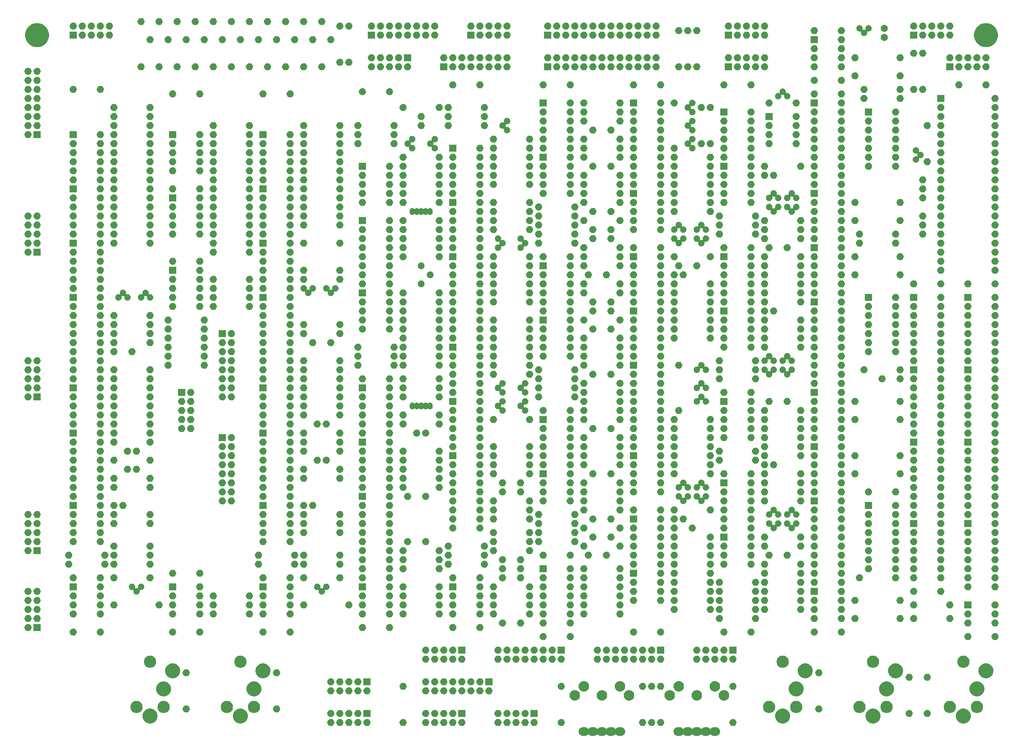
<source format=gbs>
G04 #@! TF.GenerationSoftware,KiCad,Pcbnew,(5.0.1)-3*
G04 #@! TF.CreationDate,2018-11-05T11:47:56-08:00*
G04 #@! TF.ProjectId,100-1059D_Cheezy,3130302D31303539445F436865657A79,rev?*
G04 #@! TF.SameCoordinates,Original*
G04 #@! TF.FileFunction,Soldermask,Bot*
G04 #@! TF.FilePolarity,Negative*
%FSLAX46Y46*%
G04 Gerber Fmt 4.6, Leading zero omitted, Abs format (unit mm)*
G04 Created by KiCad (PCBNEW (5.0.1)-3) date 11/5/2018 11:47:56 AM*
%MOMM*%
%LPD*%
G01*
G04 APERTURE LIST*
%ADD10C,0.100000*%
G04 APERTURE END LIST*
D10*
G36*
X275963281Y-276919865D02*
X276082378Y-276931595D01*
X276235189Y-276977950D01*
X276311595Y-277001127D01*
X276368052Y-277031304D01*
X276522842Y-277114041D01*
X276649996Y-277218394D01*
X276707999Y-277265995D01*
X276708000Y-277265997D01*
X276708002Y-277265998D01*
X276763379Y-277333475D01*
X276780701Y-277350796D01*
X276801075Y-277364410D01*
X276823714Y-277373787D01*
X276847747Y-277378568D01*
X276872252Y-277378568D01*
X276896285Y-277373788D01*
X276918924Y-277364410D01*
X276939299Y-277350797D01*
X276956621Y-277333475D01*
X277011998Y-277265998D01*
X277012000Y-277265997D01*
X277012001Y-277265995D01*
X277070004Y-277218394D01*
X277197158Y-277114041D01*
X277351948Y-277031304D01*
X277408405Y-277001127D01*
X277484811Y-276977950D01*
X277637622Y-276931595D01*
X277756719Y-276919865D01*
X277816267Y-276914000D01*
X278443733Y-276914000D01*
X278503281Y-276919865D01*
X278622378Y-276931595D01*
X278775189Y-276977950D01*
X278851595Y-277001127D01*
X278908052Y-277031304D01*
X279062842Y-277114041D01*
X279189996Y-277218394D01*
X279247999Y-277265995D01*
X279248000Y-277265997D01*
X279248002Y-277265998D01*
X279303379Y-277333475D01*
X279320701Y-277350796D01*
X279341075Y-277364410D01*
X279363714Y-277373787D01*
X279387747Y-277378568D01*
X279412252Y-277378568D01*
X279436285Y-277373788D01*
X279458924Y-277364410D01*
X279479299Y-277350797D01*
X279496621Y-277333475D01*
X279551998Y-277265998D01*
X279552000Y-277265997D01*
X279552001Y-277265995D01*
X279610004Y-277218394D01*
X279737158Y-277114041D01*
X279891948Y-277031304D01*
X279948405Y-277001127D01*
X280024811Y-276977950D01*
X280177622Y-276931595D01*
X280296719Y-276919865D01*
X280356267Y-276914000D01*
X280983733Y-276914000D01*
X281043281Y-276919865D01*
X281162378Y-276931595D01*
X281315189Y-276977950D01*
X281391595Y-277001127D01*
X281448052Y-277031304D01*
X281602842Y-277114041D01*
X281729996Y-277218394D01*
X281787999Y-277265995D01*
X281788000Y-277265997D01*
X281788002Y-277265998D01*
X281843379Y-277333475D01*
X281860701Y-277350796D01*
X281881075Y-277364410D01*
X281903714Y-277373787D01*
X281927747Y-277378568D01*
X281952252Y-277378568D01*
X281976285Y-277373788D01*
X281998924Y-277364410D01*
X282019299Y-277350797D01*
X282036621Y-277333475D01*
X282091998Y-277265998D01*
X282092000Y-277265997D01*
X282092001Y-277265995D01*
X282150004Y-277218394D01*
X282277158Y-277114041D01*
X282431948Y-277031304D01*
X282488405Y-277001127D01*
X282564811Y-276977950D01*
X282717622Y-276931595D01*
X282836719Y-276919865D01*
X282896267Y-276914000D01*
X283523733Y-276914000D01*
X283583281Y-276919865D01*
X283702378Y-276931595D01*
X283855189Y-276977950D01*
X283931595Y-277001127D01*
X283988052Y-277031304D01*
X284142842Y-277114041D01*
X284269996Y-277218394D01*
X284327999Y-277265995D01*
X284328000Y-277265997D01*
X284328002Y-277265998D01*
X284383379Y-277333475D01*
X284400701Y-277350796D01*
X284421075Y-277364410D01*
X284443714Y-277373787D01*
X284467747Y-277378568D01*
X284492252Y-277378568D01*
X284516285Y-277373788D01*
X284538924Y-277364410D01*
X284559299Y-277350797D01*
X284576621Y-277333475D01*
X284631998Y-277265998D01*
X284632000Y-277265997D01*
X284632001Y-277265995D01*
X284690004Y-277218394D01*
X284817158Y-277114041D01*
X284971948Y-277031304D01*
X285028405Y-277001127D01*
X285104811Y-276977950D01*
X285257622Y-276931595D01*
X285376719Y-276919865D01*
X285436267Y-276914000D01*
X286063733Y-276914000D01*
X286123281Y-276919865D01*
X286242378Y-276931595D01*
X286395189Y-276977950D01*
X286471595Y-277001127D01*
X286528052Y-277031304D01*
X286682842Y-277114041D01*
X286868002Y-277265998D01*
X287019959Y-277451158D01*
X287102696Y-277605948D01*
X287132873Y-277662405D01*
X287132873Y-277662406D01*
X287202405Y-277891622D01*
X287225883Y-278130000D01*
X287202405Y-278368378D01*
X287156050Y-278521189D01*
X287132873Y-278597595D01*
X287102696Y-278654052D01*
X287019959Y-278808842D01*
X286868002Y-278994002D01*
X286682842Y-279145959D01*
X286528052Y-279228696D01*
X286471595Y-279258873D01*
X286395189Y-279282050D01*
X286242378Y-279328405D01*
X286123281Y-279340135D01*
X286063733Y-279346000D01*
X285436267Y-279346000D01*
X285376719Y-279340135D01*
X285257622Y-279328405D01*
X285104811Y-279282050D01*
X285028405Y-279258873D01*
X284971948Y-279228696D01*
X284817158Y-279145959D01*
X284690004Y-279041606D01*
X284632001Y-278994005D01*
X284632000Y-278994003D01*
X284631998Y-278994002D01*
X284576621Y-278926525D01*
X284559299Y-278909204D01*
X284538925Y-278895590D01*
X284516286Y-278886213D01*
X284492253Y-278881432D01*
X284467748Y-278881432D01*
X284443715Y-278886212D01*
X284421076Y-278895590D01*
X284400701Y-278909203D01*
X284383379Y-278926525D01*
X284328002Y-278994002D01*
X284328000Y-278994003D01*
X284327999Y-278994005D01*
X284269996Y-279041606D01*
X284142842Y-279145959D01*
X283988052Y-279228696D01*
X283931595Y-279258873D01*
X283855189Y-279282050D01*
X283702378Y-279328405D01*
X283583281Y-279340135D01*
X283523733Y-279346000D01*
X282896267Y-279346000D01*
X282836719Y-279340135D01*
X282717622Y-279328405D01*
X282564811Y-279282050D01*
X282488405Y-279258873D01*
X282431948Y-279228696D01*
X282277158Y-279145959D01*
X282150004Y-279041606D01*
X282092001Y-278994005D01*
X282092000Y-278994003D01*
X282091998Y-278994002D01*
X282036621Y-278926525D01*
X282019299Y-278909204D01*
X281998925Y-278895590D01*
X281976286Y-278886213D01*
X281952253Y-278881432D01*
X281927748Y-278881432D01*
X281903715Y-278886212D01*
X281881076Y-278895590D01*
X281860701Y-278909203D01*
X281843379Y-278926525D01*
X281788002Y-278994002D01*
X281788000Y-278994003D01*
X281787999Y-278994005D01*
X281729996Y-279041606D01*
X281602842Y-279145959D01*
X281448052Y-279228696D01*
X281391595Y-279258873D01*
X281315189Y-279282050D01*
X281162378Y-279328405D01*
X281043281Y-279340135D01*
X280983733Y-279346000D01*
X280356267Y-279346000D01*
X280296719Y-279340135D01*
X280177622Y-279328405D01*
X280024811Y-279282050D01*
X279948405Y-279258873D01*
X279891948Y-279228696D01*
X279737158Y-279145959D01*
X279610004Y-279041606D01*
X279552001Y-278994005D01*
X279552000Y-278994003D01*
X279551998Y-278994002D01*
X279496621Y-278926525D01*
X279479299Y-278909204D01*
X279458925Y-278895590D01*
X279436286Y-278886213D01*
X279412253Y-278881432D01*
X279387748Y-278881432D01*
X279363715Y-278886212D01*
X279341076Y-278895590D01*
X279320701Y-278909203D01*
X279303379Y-278926525D01*
X279248002Y-278994002D01*
X279248000Y-278994003D01*
X279247999Y-278994005D01*
X279189996Y-279041606D01*
X279062842Y-279145959D01*
X278908052Y-279228696D01*
X278851595Y-279258873D01*
X278775189Y-279282050D01*
X278622378Y-279328405D01*
X278503281Y-279340135D01*
X278443733Y-279346000D01*
X277816267Y-279346000D01*
X277756719Y-279340135D01*
X277637622Y-279328405D01*
X277484811Y-279282050D01*
X277408405Y-279258873D01*
X277351948Y-279228696D01*
X277197158Y-279145959D01*
X277070004Y-279041606D01*
X277012001Y-278994005D01*
X277012000Y-278994003D01*
X277011998Y-278994002D01*
X276956621Y-278926525D01*
X276939299Y-278909204D01*
X276918925Y-278895590D01*
X276896286Y-278886213D01*
X276872253Y-278881432D01*
X276847748Y-278881432D01*
X276823715Y-278886212D01*
X276801076Y-278895590D01*
X276780701Y-278909203D01*
X276763379Y-278926525D01*
X276708002Y-278994002D01*
X276708000Y-278994003D01*
X276707999Y-278994005D01*
X276649996Y-279041606D01*
X276522842Y-279145959D01*
X276368052Y-279228696D01*
X276311595Y-279258873D01*
X276235189Y-279282050D01*
X276082378Y-279328405D01*
X275963281Y-279340135D01*
X275903733Y-279346000D01*
X275276267Y-279346000D01*
X275216719Y-279340135D01*
X275097622Y-279328405D01*
X274944811Y-279282050D01*
X274868405Y-279258873D01*
X274811948Y-279228696D01*
X274657158Y-279145959D01*
X274471998Y-278994002D01*
X274320041Y-278808842D01*
X274237304Y-278654052D01*
X274207127Y-278597595D01*
X274183950Y-278521189D01*
X274137595Y-278368378D01*
X274114117Y-278130000D01*
X274137595Y-277891622D01*
X274207127Y-277662406D01*
X274207127Y-277662405D01*
X274237304Y-277605948D01*
X274320041Y-277451158D01*
X274471998Y-277265998D01*
X274657158Y-277114041D01*
X274811948Y-277031304D01*
X274868405Y-277001127D01*
X274944811Y-276977950D01*
X275097622Y-276931595D01*
X275216719Y-276919865D01*
X275276267Y-276914000D01*
X275903733Y-276914000D01*
X275963281Y-276919865D01*
X275963281Y-276919865D01*
G37*
G36*
X249293281Y-276919865D02*
X249412378Y-276931595D01*
X249565189Y-276977950D01*
X249641595Y-277001127D01*
X249698052Y-277031304D01*
X249852842Y-277114041D01*
X249979996Y-277218394D01*
X250037999Y-277265995D01*
X250038000Y-277265997D01*
X250038002Y-277265998D01*
X250093379Y-277333475D01*
X250110701Y-277350796D01*
X250131075Y-277364410D01*
X250153714Y-277373787D01*
X250177747Y-277378568D01*
X250202252Y-277378568D01*
X250226285Y-277373788D01*
X250248924Y-277364410D01*
X250269299Y-277350797D01*
X250286621Y-277333475D01*
X250341998Y-277265998D01*
X250342000Y-277265997D01*
X250342001Y-277265995D01*
X250400004Y-277218394D01*
X250527158Y-277114041D01*
X250681948Y-277031304D01*
X250738405Y-277001127D01*
X250814811Y-276977950D01*
X250967622Y-276931595D01*
X251086719Y-276919865D01*
X251146267Y-276914000D01*
X251773733Y-276914000D01*
X251833281Y-276919865D01*
X251952378Y-276931595D01*
X252105189Y-276977950D01*
X252181595Y-277001127D01*
X252238052Y-277031304D01*
X252392842Y-277114041D01*
X252519996Y-277218394D01*
X252577999Y-277265995D01*
X252578000Y-277265997D01*
X252578002Y-277265998D01*
X252633379Y-277333475D01*
X252650701Y-277350796D01*
X252671075Y-277364410D01*
X252693714Y-277373787D01*
X252717747Y-277378568D01*
X252742252Y-277378568D01*
X252766285Y-277373788D01*
X252788924Y-277364410D01*
X252809299Y-277350797D01*
X252826621Y-277333475D01*
X252881998Y-277265998D01*
X252882000Y-277265997D01*
X252882001Y-277265995D01*
X252940004Y-277218394D01*
X253067158Y-277114041D01*
X253221948Y-277031304D01*
X253278405Y-277001127D01*
X253354811Y-276977950D01*
X253507622Y-276931595D01*
X253626719Y-276919865D01*
X253686267Y-276914000D01*
X254313733Y-276914000D01*
X254373281Y-276919865D01*
X254492378Y-276931595D01*
X254645189Y-276977950D01*
X254721595Y-277001127D01*
X254778052Y-277031304D01*
X254932842Y-277114041D01*
X255059996Y-277218394D01*
X255117999Y-277265995D01*
X255118000Y-277265997D01*
X255118002Y-277265998D01*
X255173379Y-277333475D01*
X255190701Y-277350796D01*
X255211075Y-277364410D01*
X255233714Y-277373787D01*
X255257747Y-277378568D01*
X255282252Y-277378568D01*
X255306285Y-277373788D01*
X255328924Y-277364410D01*
X255349299Y-277350797D01*
X255366621Y-277333475D01*
X255421998Y-277265998D01*
X255422000Y-277265997D01*
X255422001Y-277265995D01*
X255480004Y-277218394D01*
X255607158Y-277114041D01*
X255761948Y-277031304D01*
X255818405Y-277001127D01*
X255894811Y-276977950D01*
X256047622Y-276931595D01*
X256166719Y-276919865D01*
X256226267Y-276914000D01*
X256853733Y-276914000D01*
X256913281Y-276919865D01*
X257032378Y-276931595D01*
X257185189Y-276977950D01*
X257261595Y-277001127D01*
X257318052Y-277031304D01*
X257472842Y-277114041D01*
X257599996Y-277218394D01*
X257657999Y-277265995D01*
X257658000Y-277265997D01*
X257658002Y-277265998D01*
X257713379Y-277333475D01*
X257730701Y-277350796D01*
X257751075Y-277364410D01*
X257773714Y-277373787D01*
X257797747Y-277378568D01*
X257822252Y-277378568D01*
X257846285Y-277373788D01*
X257868924Y-277364410D01*
X257889299Y-277350797D01*
X257906621Y-277333475D01*
X257961998Y-277265998D01*
X257962000Y-277265997D01*
X257962001Y-277265995D01*
X258020004Y-277218394D01*
X258147158Y-277114041D01*
X258301948Y-277031304D01*
X258358405Y-277001127D01*
X258434811Y-276977950D01*
X258587622Y-276931595D01*
X258706719Y-276919865D01*
X258766267Y-276914000D01*
X259393733Y-276914000D01*
X259453281Y-276919865D01*
X259572378Y-276931595D01*
X259725189Y-276977950D01*
X259801595Y-277001127D01*
X259858052Y-277031304D01*
X260012842Y-277114041D01*
X260198002Y-277265998D01*
X260349959Y-277451158D01*
X260432696Y-277605948D01*
X260462873Y-277662405D01*
X260462873Y-277662406D01*
X260532405Y-277891622D01*
X260555883Y-278130000D01*
X260532405Y-278368378D01*
X260486050Y-278521189D01*
X260462873Y-278597595D01*
X260432696Y-278654052D01*
X260349959Y-278808842D01*
X260198002Y-278994002D01*
X260012842Y-279145959D01*
X259858052Y-279228696D01*
X259801595Y-279258873D01*
X259725189Y-279282050D01*
X259572378Y-279328405D01*
X259453281Y-279340135D01*
X259393733Y-279346000D01*
X258766267Y-279346000D01*
X258706719Y-279340135D01*
X258587622Y-279328405D01*
X258434811Y-279282050D01*
X258358405Y-279258873D01*
X258301948Y-279228696D01*
X258147158Y-279145959D01*
X258020004Y-279041606D01*
X257962001Y-278994005D01*
X257962000Y-278994003D01*
X257961998Y-278994002D01*
X257906621Y-278926525D01*
X257889299Y-278909204D01*
X257868925Y-278895590D01*
X257846286Y-278886213D01*
X257822253Y-278881432D01*
X257797748Y-278881432D01*
X257773715Y-278886212D01*
X257751076Y-278895590D01*
X257730701Y-278909203D01*
X257713379Y-278926525D01*
X257658002Y-278994002D01*
X257658000Y-278994003D01*
X257657999Y-278994005D01*
X257599996Y-279041606D01*
X257472842Y-279145959D01*
X257318052Y-279228696D01*
X257261595Y-279258873D01*
X257185189Y-279282050D01*
X257032378Y-279328405D01*
X256913281Y-279340135D01*
X256853733Y-279346000D01*
X256226267Y-279346000D01*
X256166719Y-279340135D01*
X256047622Y-279328405D01*
X255894811Y-279282050D01*
X255818405Y-279258873D01*
X255761948Y-279228696D01*
X255607158Y-279145959D01*
X255480004Y-279041606D01*
X255422001Y-278994005D01*
X255422000Y-278994003D01*
X255421998Y-278994002D01*
X255366621Y-278926525D01*
X255349299Y-278909204D01*
X255328925Y-278895590D01*
X255306286Y-278886213D01*
X255282253Y-278881432D01*
X255257748Y-278881432D01*
X255233715Y-278886212D01*
X255211076Y-278895590D01*
X255190701Y-278909203D01*
X255173379Y-278926525D01*
X255118002Y-278994002D01*
X255118000Y-278994003D01*
X255117999Y-278994005D01*
X255059996Y-279041606D01*
X254932842Y-279145959D01*
X254778052Y-279228696D01*
X254721595Y-279258873D01*
X254645189Y-279282050D01*
X254492378Y-279328405D01*
X254373281Y-279340135D01*
X254313733Y-279346000D01*
X253686267Y-279346000D01*
X253626719Y-279340135D01*
X253507622Y-279328405D01*
X253354811Y-279282050D01*
X253278405Y-279258873D01*
X253221948Y-279228696D01*
X253067158Y-279145959D01*
X252940004Y-279041606D01*
X252882001Y-278994005D01*
X252882000Y-278994003D01*
X252881998Y-278994002D01*
X252826621Y-278926525D01*
X252809299Y-278909204D01*
X252788925Y-278895590D01*
X252766286Y-278886213D01*
X252742253Y-278881432D01*
X252717748Y-278881432D01*
X252693715Y-278886212D01*
X252671076Y-278895590D01*
X252650701Y-278909203D01*
X252633379Y-278926525D01*
X252578002Y-278994002D01*
X252578000Y-278994003D01*
X252577999Y-278994005D01*
X252519996Y-279041606D01*
X252392842Y-279145959D01*
X252238052Y-279228696D01*
X252181595Y-279258873D01*
X252105189Y-279282050D01*
X251952378Y-279328405D01*
X251833281Y-279340135D01*
X251773733Y-279346000D01*
X251146267Y-279346000D01*
X251086719Y-279340135D01*
X250967622Y-279328405D01*
X250814811Y-279282050D01*
X250738405Y-279258873D01*
X250681948Y-279228696D01*
X250527158Y-279145959D01*
X250400004Y-279041606D01*
X250342001Y-278994005D01*
X250342000Y-278994003D01*
X250341998Y-278994002D01*
X250286621Y-278926525D01*
X250269299Y-278909204D01*
X250248925Y-278895590D01*
X250226286Y-278886213D01*
X250202253Y-278881432D01*
X250177748Y-278881432D01*
X250153715Y-278886212D01*
X250131076Y-278895590D01*
X250110701Y-278909203D01*
X250093379Y-278926525D01*
X250038002Y-278994002D01*
X250038000Y-278994003D01*
X250037999Y-278994005D01*
X249979996Y-279041606D01*
X249852842Y-279145959D01*
X249698052Y-279228696D01*
X249641595Y-279258873D01*
X249565189Y-279282050D01*
X249412378Y-279328405D01*
X249293281Y-279340135D01*
X249233733Y-279346000D01*
X248606267Y-279346000D01*
X248546719Y-279340135D01*
X248427622Y-279328405D01*
X248274811Y-279282050D01*
X248198405Y-279258873D01*
X248141948Y-279228696D01*
X247987158Y-279145959D01*
X247801998Y-278994002D01*
X247650041Y-278808842D01*
X247567304Y-278654052D01*
X247537127Y-278597595D01*
X247513950Y-278521189D01*
X247467595Y-278368378D01*
X247444117Y-278130000D01*
X247467595Y-277891622D01*
X247537127Y-277662406D01*
X247537127Y-277662405D01*
X247567304Y-277605948D01*
X247650041Y-277451158D01*
X247801998Y-277265998D01*
X247987158Y-277114041D01*
X248141948Y-277031304D01*
X248198405Y-277001127D01*
X248274811Y-276977950D01*
X248427622Y-276931595D01*
X248546719Y-276919865D01*
X248606267Y-276914000D01*
X249233733Y-276914000D01*
X249293281Y-276919865D01*
X249293281Y-276919865D01*
G37*
G36*
X209774426Y-274627897D02*
X209838014Y-274640545D01*
X210017709Y-274714977D01*
X210179431Y-274823036D01*
X210316964Y-274960569D01*
X210425023Y-275122291D01*
X210499455Y-275301986D01*
X210537400Y-275492750D01*
X210537400Y-275687250D01*
X210499455Y-275878014D01*
X210425023Y-276057709D01*
X210316964Y-276219431D01*
X210179431Y-276356964D01*
X210017709Y-276465023D01*
X209838014Y-276539455D01*
X209774426Y-276552103D01*
X209647252Y-276577400D01*
X209452748Y-276577400D01*
X209325574Y-276552103D01*
X209261986Y-276539455D01*
X209082291Y-276465023D01*
X208920569Y-276356964D01*
X208783036Y-276219431D01*
X208674977Y-276057709D01*
X208600545Y-275878014D01*
X208562600Y-275687250D01*
X208562600Y-275492750D01*
X208600545Y-275301986D01*
X208674977Y-275122291D01*
X208783036Y-274960569D01*
X208920569Y-274823036D01*
X209082291Y-274714977D01*
X209261986Y-274640545D01*
X209325574Y-274627897D01*
X209452748Y-274602600D01*
X209647252Y-274602600D01*
X209774426Y-274627897D01*
X209774426Y-274627897D01*
G37*
G36*
X225014426Y-274627897D02*
X225078014Y-274640545D01*
X225257709Y-274714977D01*
X225419431Y-274823036D01*
X225556964Y-274960569D01*
X225665023Y-275122291D01*
X225739455Y-275301986D01*
X225777400Y-275492750D01*
X225777400Y-275687250D01*
X225739455Y-275878014D01*
X225665023Y-276057709D01*
X225556964Y-276219431D01*
X225419431Y-276356964D01*
X225257709Y-276465023D01*
X225078014Y-276539455D01*
X225014426Y-276552103D01*
X224887252Y-276577400D01*
X224692748Y-276577400D01*
X224565574Y-276552103D01*
X224501986Y-276539455D01*
X224322291Y-276465023D01*
X224160569Y-276356964D01*
X224023036Y-276219431D01*
X223914977Y-276057709D01*
X223840545Y-275878014D01*
X223802600Y-275687250D01*
X223802600Y-275492750D01*
X223840545Y-275301986D01*
X223914977Y-275122291D01*
X224023036Y-274960569D01*
X224160569Y-274823036D01*
X224322291Y-274714977D01*
X224501986Y-274640545D01*
X224565574Y-274627897D01*
X224692748Y-274602600D01*
X224887252Y-274602600D01*
X225014426Y-274627897D01*
X225014426Y-274627897D01*
G37*
G36*
X230094426Y-274627897D02*
X230158014Y-274640545D01*
X230337709Y-274714977D01*
X230499431Y-274823036D01*
X230636964Y-274960569D01*
X230745023Y-275122291D01*
X230819455Y-275301986D01*
X230857400Y-275492750D01*
X230857400Y-275687250D01*
X230819455Y-275878014D01*
X230745023Y-276057709D01*
X230636964Y-276219431D01*
X230499431Y-276356964D01*
X230337709Y-276465023D01*
X230158014Y-276539455D01*
X230094426Y-276552103D01*
X229967252Y-276577400D01*
X229772748Y-276577400D01*
X229645574Y-276552103D01*
X229581986Y-276539455D01*
X229402291Y-276465023D01*
X229240569Y-276356964D01*
X229103036Y-276219431D01*
X228994977Y-276057709D01*
X228920545Y-275878014D01*
X228882600Y-275687250D01*
X228882600Y-275492750D01*
X228920545Y-275301986D01*
X228994977Y-275122291D01*
X229103036Y-274960569D01*
X229240569Y-274823036D01*
X229402291Y-274714977D01*
X229581986Y-274640545D01*
X229645574Y-274627897D01*
X229772748Y-274602600D01*
X229967252Y-274602600D01*
X230094426Y-274627897D01*
X230094426Y-274627897D01*
G37*
G36*
X232634426Y-274627897D02*
X232698014Y-274640545D01*
X232877709Y-274714977D01*
X233039431Y-274823036D01*
X233176964Y-274960569D01*
X233285023Y-275122291D01*
X233359455Y-275301986D01*
X233397400Y-275492750D01*
X233397400Y-275687250D01*
X233359455Y-275878014D01*
X233285023Y-276057709D01*
X233176964Y-276219431D01*
X233039431Y-276356964D01*
X232877709Y-276465023D01*
X232698014Y-276539455D01*
X232634426Y-276552103D01*
X232507252Y-276577400D01*
X232312748Y-276577400D01*
X232185574Y-276552103D01*
X232121986Y-276539455D01*
X231942291Y-276465023D01*
X231780569Y-276356964D01*
X231643036Y-276219431D01*
X231534977Y-276057709D01*
X231460545Y-275878014D01*
X231422600Y-275687250D01*
X231422600Y-275492750D01*
X231460545Y-275301986D01*
X231534977Y-275122291D01*
X231643036Y-274960569D01*
X231780569Y-274823036D01*
X231942291Y-274714977D01*
X232121986Y-274640545D01*
X232185574Y-274627897D01*
X232312748Y-274602600D01*
X232507252Y-274602600D01*
X232634426Y-274627897D01*
X232634426Y-274627897D01*
G37*
G36*
X235174426Y-274627897D02*
X235238014Y-274640545D01*
X235417709Y-274714977D01*
X235579431Y-274823036D01*
X235716964Y-274960569D01*
X235825023Y-275122291D01*
X235899455Y-275301986D01*
X235937400Y-275492750D01*
X235937400Y-275687250D01*
X235899455Y-275878014D01*
X235825023Y-276057709D01*
X235716964Y-276219431D01*
X235579431Y-276356964D01*
X235417709Y-276465023D01*
X235238014Y-276539455D01*
X235174426Y-276552103D01*
X235047252Y-276577400D01*
X234852748Y-276577400D01*
X234725574Y-276552103D01*
X234661986Y-276539455D01*
X234482291Y-276465023D01*
X234320569Y-276356964D01*
X234183036Y-276219431D01*
X234074977Y-276057709D01*
X234000545Y-275878014D01*
X233962600Y-275687250D01*
X233962600Y-275492750D01*
X234000545Y-275301986D01*
X234074977Y-275122291D01*
X234183036Y-274960569D01*
X234320569Y-274823036D01*
X234482291Y-274714977D01*
X234661986Y-274640545D01*
X234725574Y-274627897D01*
X234852748Y-274602600D01*
X235047252Y-274602600D01*
X235174426Y-274627897D01*
X235174426Y-274627897D01*
G37*
G36*
X291054426Y-274627897D02*
X291118014Y-274640545D01*
X291297709Y-274714977D01*
X291459431Y-274823036D01*
X291596964Y-274960569D01*
X291705023Y-275122291D01*
X291779455Y-275301986D01*
X291817400Y-275492750D01*
X291817400Y-275687250D01*
X291779455Y-275878014D01*
X291705023Y-276057709D01*
X291596964Y-276219431D01*
X291459431Y-276356964D01*
X291297709Y-276465023D01*
X291118014Y-276539455D01*
X291054426Y-276552103D01*
X290927252Y-276577400D01*
X290732748Y-276577400D01*
X290605574Y-276552103D01*
X290541986Y-276539455D01*
X290362291Y-276465023D01*
X290200569Y-276356964D01*
X290063036Y-276219431D01*
X289954977Y-276057709D01*
X289880545Y-275878014D01*
X289842600Y-275687250D01*
X289842600Y-275492750D01*
X289880545Y-275301986D01*
X289954977Y-275122291D01*
X290063036Y-274960569D01*
X290200569Y-274823036D01*
X290362291Y-274714977D01*
X290541986Y-274640545D01*
X290605574Y-274627897D01*
X290732748Y-274602600D01*
X290927252Y-274602600D01*
X291054426Y-274627897D01*
X291054426Y-274627897D01*
G37*
G36*
X268194426Y-274627897D02*
X268258014Y-274640545D01*
X268437709Y-274714977D01*
X268599431Y-274823036D01*
X268736964Y-274960569D01*
X268845023Y-275122291D01*
X268919455Y-275301986D01*
X268957400Y-275492750D01*
X268957400Y-275687250D01*
X268919455Y-275878014D01*
X268845023Y-276057709D01*
X268736964Y-276219431D01*
X268599431Y-276356964D01*
X268437709Y-276465023D01*
X268258014Y-276539455D01*
X268194426Y-276552103D01*
X268067252Y-276577400D01*
X267872748Y-276577400D01*
X267745574Y-276552103D01*
X267681986Y-276539455D01*
X267502291Y-276465023D01*
X267340569Y-276356964D01*
X267203036Y-276219431D01*
X267094977Y-276057709D01*
X267020545Y-275878014D01*
X266982600Y-275687250D01*
X266982600Y-275492750D01*
X267020545Y-275301986D01*
X267094977Y-275122291D01*
X267203036Y-274960569D01*
X267340569Y-274823036D01*
X267502291Y-274714977D01*
X267681986Y-274640545D01*
X267745574Y-274627897D01*
X267872748Y-274602600D01*
X268067252Y-274602600D01*
X268194426Y-274627897D01*
X268194426Y-274627897D01*
G37*
G36*
X265654426Y-274627897D02*
X265718014Y-274640545D01*
X265897709Y-274714977D01*
X266059431Y-274823036D01*
X266196964Y-274960569D01*
X266305023Y-275122291D01*
X266379455Y-275301986D01*
X266417400Y-275492750D01*
X266417400Y-275687250D01*
X266379455Y-275878014D01*
X266305023Y-276057709D01*
X266196964Y-276219431D01*
X266059431Y-276356964D01*
X265897709Y-276465023D01*
X265718014Y-276539455D01*
X265654426Y-276552103D01*
X265527252Y-276577400D01*
X265332748Y-276577400D01*
X265205574Y-276552103D01*
X265141986Y-276539455D01*
X264962291Y-276465023D01*
X264800569Y-276356964D01*
X264663036Y-276219431D01*
X264554977Y-276057709D01*
X264480545Y-275878014D01*
X264442600Y-275687250D01*
X264442600Y-275492750D01*
X264480545Y-275301986D01*
X264554977Y-275122291D01*
X264663036Y-274960569D01*
X264800569Y-274823036D01*
X264962291Y-274714977D01*
X265141986Y-274640545D01*
X265205574Y-274627897D01*
X265332748Y-274602600D01*
X265527252Y-274602600D01*
X265654426Y-274627897D01*
X265654426Y-274627897D01*
G37*
G36*
X198344426Y-274627897D02*
X198408014Y-274640545D01*
X198587709Y-274714977D01*
X198749431Y-274823036D01*
X198886964Y-274960569D01*
X198995023Y-275122291D01*
X199069455Y-275301986D01*
X199107400Y-275492750D01*
X199107400Y-275687250D01*
X199069455Y-275878014D01*
X198995023Y-276057709D01*
X198886964Y-276219431D01*
X198749431Y-276356964D01*
X198587709Y-276465023D01*
X198408014Y-276539455D01*
X198344426Y-276552103D01*
X198217252Y-276577400D01*
X198022748Y-276577400D01*
X197895574Y-276552103D01*
X197831986Y-276539455D01*
X197652291Y-276465023D01*
X197490569Y-276356964D01*
X197353036Y-276219431D01*
X197244977Y-276057709D01*
X197170545Y-275878014D01*
X197132600Y-275687250D01*
X197132600Y-275492750D01*
X197170545Y-275301986D01*
X197244977Y-275122291D01*
X197353036Y-274960569D01*
X197490569Y-274823036D01*
X197652291Y-274714977D01*
X197831986Y-274640545D01*
X197895574Y-274627897D01*
X198022748Y-274602600D01*
X198217252Y-274602600D01*
X198344426Y-274627897D01*
X198344426Y-274627897D01*
G37*
G36*
X227554426Y-274627897D02*
X227618014Y-274640545D01*
X227797709Y-274714977D01*
X227959431Y-274823036D01*
X228096964Y-274960569D01*
X228205023Y-275122291D01*
X228279455Y-275301986D01*
X228317400Y-275492750D01*
X228317400Y-275687250D01*
X228279455Y-275878014D01*
X228205023Y-276057709D01*
X228096964Y-276219431D01*
X227959431Y-276356964D01*
X227797709Y-276465023D01*
X227618014Y-276539455D01*
X227554426Y-276552103D01*
X227427252Y-276577400D01*
X227232748Y-276577400D01*
X227105574Y-276552103D01*
X227041986Y-276539455D01*
X226862291Y-276465023D01*
X226700569Y-276356964D01*
X226563036Y-276219431D01*
X226454977Y-276057709D01*
X226380545Y-275878014D01*
X226342600Y-275687250D01*
X226342600Y-275492750D01*
X226380545Y-275301986D01*
X226454977Y-275122291D01*
X226563036Y-274960569D01*
X226700569Y-274823036D01*
X226862291Y-274714977D01*
X227041986Y-274640545D01*
X227105574Y-274627897D01*
X227232748Y-274602600D01*
X227427252Y-274602600D01*
X227554426Y-274627897D01*
X227554426Y-274627897D01*
G37*
G36*
X242794426Y-274627897D02*
X242858014Y-274640545D01*
X243037709Y-274714977D01*
X243199431Y-274823036D01*
X243336964Y-274960569D01*
X243445023Y-275122291D01*
X243519455Y-275301986D01*
X243557400Y-275492750D01*
X243557400Y-275687250D01*
X243519455Y-275878014D01*
X243445023Y-276057709D01*
X243336964Y-276219431D01*
X243199431Y-276356964D01*
X243037709Y-276465023D01*
X242858014Y-276539455D01*
X242794426Y-276552103D01*
X242667252Y-276577400D01*
X242472748Y-276577400D01*
X242345574Y-276552103D01*
X242281986Y-276539455D01*
X242102291Y-276465023D01*
X241940569Y-276356964D01*
X241803036Y-276219431D01*
X241694977Y-276057709D01*
X241620545Y-275878014D01*
X241582600Y-275687250D01*
X241582600Y-275492750D01*
X241620545Y-275301986D01*
X241694977Y-275122291D01*
X241803036Y-274960569D01*
X241940569Y-274823036D01*
X242102291Y-274714977D01*
X242281986Y-274640545D01*
X242345574Y-274627897D01*
X242472748Y-274602600D01*
X242667252Y-274602600D01*
X242794426Y-274627897D01*
X242794426Y-274627897D01*
G37*
G36*
X207234426Y-274627897D02*
X207298014Y-274640545D01*
X207477709Y-274714977D01*
X207639431Y-274823036D01*
X207776964Y-274960569D01*
X207885023Y-275122291D01*
X207959455Y-275301986D01*
X207997400Y-275492750D01*
X207997400Y-275687250D01*
X207959455Y-275878014D01*
X207885023Y-276057709D01*
X207776964Y-276219431D01*
X207639431Y-276356964D01*
X207477709Y-276465023D01*
X207298014Y-276539455D01*
X207234426Y-276552103D01*
X207107252Y-276577400D01*
X206912748Y-276577400D01*
X206785574Y-276552103D01*
X206721986Y-276539455D01*
X206542291Y-276465023D01*
X206380569Y-276356964D01*
X206243036Y-276219431D01*
X206134977Y-276057709D01*
X206060545Y-275878014D01*
X206022600Y-275687250D01*
X206022600Y-275492750D01*
X206060545Y-275301986D01*
X206134977Y-275122291D01*
X206243036Y-274960569D01*
X206380569Y-274823036D01*
X206542291Y-274714977D01*
X206721986Y-274640545D01*
X206785574Y-274627897D01*
X206912748Y-274602600D01*
X207107252Y-274602600D01*
X207234426Y-274627897D01*
X207234426Y-274627897D01*
G37*
G36*
X270734426Y-274627897D02*
X270798014Y-274640545D01*
X270977709Y-274714977D01*
X271139431Y-274823036D01*
X271276964Y-274960569D01*
X271385023Y-275122291D01*
X271459455Y-275301986D01*
X271497400Y-275492750D01*
X271497400Y-275687250D01*
X271459455Y-275878014D01*
X271385023Y-276057709D01*
X271276964Y-276219431D01*
X271139431Y-276356964D01*
X270977709Y-276465023D01*
X270798014Y-276539455D01*
X270734426Y-276552103D01*
X270607252Y-276577400D01*
X270412748Y-276577400D01*
X270285574Y-276552103D01*
X270221986Y-276539455D01*
X270042291Y-276465023D01*
X269880569Y-276356964D01*
X269743036Y-276219431D01*
X269634977Y-276057709D01*
X269560545Y-275878014D01*
X269522600Y-275687250D01*
X269522600Y-275492750D01*
X269560545Y-275301986D01*
X269634977Y-275122291D01*
X269743036Y-274960569D01*
X269880569Y-274823036D01*
X270042291Y-274714977D01*
X270221986Y-274640545D01*
X270285574Y-274627897D01*
X270412748Y-274602600D01*
X270607252Y-274602600D01*
X270734426Y-274627897D01*
X270734426Y-274627897D01*
G37*
G36*
X212314426Y-274627897D02*
X212378014Y-274640545D01*
X212557709Y-274714977D01*
X212719431Y-274823036D01*
X212856964Y-274960569D01*
X212965023Y-275122291D01*
X213039455Y-275301986D01*
X213077400Y-275492750D01*
X213077400Y-275687250D01*
X213039455Y-275878014D01*
X212965023Y-276057709D01*
X212856964Y-276219431D01*
X212719431Y-276356964D01*
X212557709Y-276465023D01*
X212378014Y-276539455D01*
X212314426Y-276552103D01*
X212187252Y-276577400D01*
X211992748Y-276577400D01*
X211865574Y-276552103D01*
X211801986Y-276539455D01*
X211622291Y-276465023D01*
X211460569Y-276356964D01*
X211323036Y-276219431D01*
X211214977Y-276057709D01*
X211140545Y-275878014D01*
X211102600Y-275687250D01*
X211102600Y-275492750D01*
X211140545Y-275301986D01*
X211214977Y-275122291D01*
X211323036Y-274960569D01*
X211460569Y-274823036D01*
X211622291Y-274714977D01*
X211801986Y-274640545D01*
X211865574Y-274627897D01*
X211992748Y-274602600D01*
X212187252Y-274602600D01*
X212314426Y-274627897D01*
X212314426Y-274627897D01*
G37*
G36*
X178024426Y-274627897D02*
X178088014Y-274640545D01*
X178267709Y-274714977D01*
X178429431Y-274823036D01*
X178566964Y-274960569D01*
X178675023Y-275122291D01*
X178749455Y-275301986D01*
X178787400Y-275492750D01*
X178787400Y-275687250D01*
X178749455Y-275878014D01*
X178675023Y-276057709D01*
X178566964Y-276219431D01*
X178429431Y-276356964D01*
X178267709Y-276465023D01*
X178088014Y-276539455D01*
X178024426Y-276552103D01*
X177897252Y-276577400D01*
X177702748Y-276577400D01*
X177575574Y-276552103D01*
X177511986Y-276539455D01*
X177332291Y-276465023D01*
X177170569Y-276356964D01*
X177033036Y-276219431D01*
X176924977Y-276057709D01*
X176850545Y-275878014D01*
X176812600Y-275687250D01*
X176812600Y-275492750D01*
X176850545Y-275301986D01*
X176924977Y-275122291D01*
X177033036Y-274960569D01*
X177170569Y-274823036D01*
X177332291Y-274714977D01*
X177511986Y-274640545D01*
X177575574Y-274627897D01*
X177702748Y-274602600D01*
X177897252Y-274602600D01*
X178024426Y-274627897D01*
X178024426Y-274627897D01*
G37*
G36*
X180564426Y-274627897D02*
X180628014Y-274640545D01*
X180807709Y-274714977D01*
X180969431Y-274823036D01*
X181106964Y-274960569D01*
X181215023Y-275122291D01*
X181289455Y-275301986D01*
X181327400Y-275492750D01*
X181327400Y-275687250D01*
X181289455Y-275878014D01*
X181215023Y-276057709D01*
X181106964Y-276219431D01*
X180969431Y-276356964D01*
X180807709Y-276465023D01*
X180628014Y-276539455D01*
X180564426Y-276552103D01*
X180437252Y-276577400D01*
X180242748Y-276577400D01*
X180115574Y-276552103D01*
X180051986Y-276539455D01*
X179872291Y-276465023D01*
X179710569Y-276356964D01*
X179573036Y-276219431D01*
X179464977Y-276057709D01*
X179390545Y-275878014D01*
X179352600Y-275687250D01*
X179352600Y-275492750D01*
X179390545Y-275301986D01*
X179464977Y-275122291D01*
X179573036Y-274960569D01*
X179710569Y-274823036D01*
X179872291Y-274714977D01*
X180051986Y-274640545D01*
X180115574Y-274627897D01*
X180242748Y-274602600D01*
X180437252Y-274602600D01*
X180564426Y-274627897D01*
X180564426Y-274627897D01*
G37*
G36*
X183104426Y-274627897D02*
X183168014Y-274640545D01*
X183347709Y-274714977D01*
X183509431Y-274823036D01*
X183646964Y-274960569D01*
X183755023Y-275122291D01*
X183829455Y-275301986D01*
X183867400Y-275492750D01*
X183867400Y-275687250D01*
X183829455Y-275878014D01*
X183755023Y-276057709D01*
X183646964Y-276219431D01*
X183509431Y-276356964D01*
X183347709Y-276465023D01*
X183168014Y-276539455D01*
X183104426Y-276552103D01*
X182977252Y-276577400D01*
X182782748Y-276577400D01*
X182655574Y-276552103D01*
X182591986Y-276539455D01*
X182412291Y-276465023D01*
X182250569Y-276356964D01*
X182113036Y-276219431D01*
X182004977Y-276057709D01*
X181930545Y-275878014D01*
X181892600Y-275687250D01*
X181892600Y-275492750D01*
X181930545Y-275301986D01*
X182004977Y-275122291D01*
X182113036Y-274960569D01*
X182250569Y-274823036D01*
X182412291Y-274714977D01*
X182591986Y-274640545D01*
X182655574Y-274627897D01*
X182782748Y-274602600D01*
X182977252Y-274602600D01*
X183104426Y-274627897D01*
X183104426Y-274627897D01*
G37*
G36*
X185644426Y-274627897D02*
X185708014Y-274640545D01*
X185887709Y-274714977D01*
X186049431Y-274823036D01*
X186186964Y-274960569D01*
X186295023Y-275122291D01*
X186369455Y-275301986D01*
X186407400Y-275492750D01*
X186407400Y-275687250D01*
X186369455Y-275878014D01*
X186295023Y-276057709D01*
X186186964Y-276219431D01*
X186049431Y-276356964D01*
X185887709Y-276465023D01*
X185708014Y-276539455D01*
X185644426Y-276552103D01*
X185517252Y-276577400D01*
X185322748Y-276577400D01*
X185195574Y-276552103D01*
X185131986Y-276539455D01*
X184952291Y-276465023D01*
X184790569Y-276356964D01*
X184653036Y-276219431D01*
X184544977Y-276057709D01*
X184470545Y-275878014D01*
X184432600Y-275687250D01*
X184432600Y-275492750D01*
X184470545Y-275301986D01*
X184544977Y-275122291D01*
X184653036Y-274960569D01*
X184790569Y-274823036D01*
X184952291Y-274714977D01*
X185131986Y-274640545D01*
X185195574Y-274627897D01*
X185322748Y-274602600D01*
X185517252Y-274602600D01*
X185644426Y-274627897D01*
X185644426Y-274627897D01*
G37*
G36*
X188184426Y-274627897D02*
X188248014Y-274640545D01*
X188427709Y-274714977D01*
X188589431Y-274823036D01*
X188726964Y-274960569D01*
X188835023Y-275122291D01*
X188909455Y-275301986D01*
X188947400Y-275492750D01*
X188947400Y-275687250D01*
X188909455Y-275878014D01*
X188835023Y-276057709D01*
X188726964Y-276219431D01*
X188589431Y-276356964D01*
X188427709Y-276465023D01*
X188248014Y-276539455D01*
X188184426Y-276552103D01*
X188057252Y-276577400D01*
X187862748Y-276577400D01*
X187735574Y-276552103D01*
X187671986Y-276539455D01*
X187492291Y-276465023D01*
X187330569Y-276356964D01*
X187193036Y-276219431D01*
X187084977Y-276057709D01*
X187010545Y-275878014D01*
X186972600Y-275687250D01*
X186972600Y-275492750D01*
X187010545Y-275301986D01*
X187084977Y-275122291D01*
X187193036Y-274960569D01*
X187330569Y-274823036D01*
X187492291Y-274714977D01*
X187671986Y-274640545D01*
X187735574Y-274627897D01*
X187862748Y-274602600D01*
X188057252Y-274602600D01*
X188184426Y-274627897D01*
X188184426Y-274627897D01*
G37*
G36*
X214854426Y-274627897D02*
X214918014Y-274640545D01*
X215097709Y-274714977D01*
X215259431Y-274823036D01*
X215396964Y-274960569D01*
X215505023Y-275122291D01*
X215579455Y-275301986D01*
X215617400Y-275492750D01*
X215617400Y-275687250D01*
X215579455Y-275878014D01*
X215505023Y-276057709D01*
X215396964Y-276219431D01*
X215259431Y-276356964D01*
X215097709Y-276465023D01*
X214918014Y-276539455D01*
X214854426Y-276552103D01*
X214727252Y-276577400D01*
X214532748Y-276577400D01*
X214405574Y-276552103D01*
X214341986Y-276539455D01*
X214162291Y-276465023D01*
X214000569Y-276356964D01*
X213863036Y-276219431D01*
X213754977Y-276057709D01*
X213680545Y-275878014D01*
X213642600Y-275687250D01*
X213642600Y-275492750D01*
X213680545Y-275301986D01*
X213754977Y-275122291D01*
X213863036Y-274960569D01*
X214000569Y-274823036D01*
X214162291Y-274714977D01*
X214341986Y-274640545D01*
X214405574Y-274627897D01*
X214532748Y-274602600D01*
X214727252Y-274602600D01*
X214854426Y-274627897D01*
X214854426Y-274627897D01*
G37*
G36*
X204694426Y-274627897D02*
X204758014Y-274640545D01*
X204937709Y-274714977D01*
X205099431Y-274823036D01*
X205236964Y-274960569D01*
X205345023Y-275122291D01*
X205419455Y-275301986D01*
X205457400Y-275492750D01*
X205457400Y-275687250D01*
X205419455Y-275878014D01*
X205345023Y-276057709D01*
X205236964Y-276219431D01*
X205099431Y-276356964D01*
X204937709Y-276465023D01*
X204758014Y-276539455D01*
X204694426Y-276552103D01*
X204567252Y-276577400D01*
X204372748Y-276577400D01*
X204245574Y-276552103D01*
X204181986Y-276539455D01*
X204002291Y-276465023D01*
X203840569Y-276356964D01*
X203703036Y-276219431D01*
X203594977Y-276057709D01*
X203520545Y-275878014D01*
X203482600Y-275687250D01*
X203482600Y-275492750D01*
X203520545Y-275301986D01*
X203594977Y-275122291D01*
X203703036Y-274960569D01*
X203840569Y-274823036D01*
X204002291Y-274714977D01*
X204181986Y-274640545D01*
X204245574Y-274627897D01*
X204372748Y-274602600D01*
X204567252Y-274602600D01*
X204694426Y-274627897D01*
X204694426Y-274627897D01*
G37*
G36*
X305278445Y-271710129D02*
X305414006Y-271737094D01*
X305797091Y-271895773D01*
X306009679Y-272037820D01*
X306141862Y-272126142D01*
X306435058Y-272419338D01*
X306435060Y-272419341D01*
X306665427Y-272764109D01*
X306824106Y-273147194D01*
X306851071Y-273282755D01*
X306905000Y-273553874D01*
X306905000Y-273968526D01*
X306891300Y-274037400D01*
X306824106Y-274375206D01*
X306665427Y-274758291D01*
X306530269Y-274960569D01*
X306435058Y-275103062D01*
X306141862Y-275396258D01*
X306141859Y-275396260D01*
X305797091Y-275626627D01*
X305414006Y-275785306D01*
X305278445Y-275812271D01*
X305007326Y-275866200D01*
X304592674Y-275866200D01*
X304321555Y-275812271D01*
X304185994Y-275785306D01*
X303802909Y-275626627D01*
X303458141Y-275396260D01*
X303458138Y-275396258D01*
X303164942Y-275103062D01*
X303069731Y-274960569D01*
X302934573Y-274758291D01*
X302775894Y-274375206D01*
X302708700Y-274037400D01*
X302695000Y-273968526D01*
X302695000Y-273553874D01*
X302748929Y-273282755D01*
X302775894Y-273147194D01*
X302934573Y-272764109D01*
X303164940Y-272419341D01*
X303164942Y-272419338D01*
X303458138Y-272126142D01*
X303590321Y-272037820D01*
X303802909Y-271895773D01*
X304185994Y-271737094D01*
X304321555Y-271710129D01*
X304592674Y-271656200D01*
X305007326Y-271656200D01*
X305278445Y-271710129D01*
X305278445Y-271710129D01*
G37*
G36*
X356078445Y-271710129D02*
X356214006Y-271737094D01*
X356597091Y-271895773D01*
X356809679Y-272037820D01*
X356941862Y-272126142D01*
X357235058Y-272419338D01*
X357235060Y-272419341D01*
X357465427Y-272764109D01*
X357624106Y-273147194D01*
X357651071Y-273282755D01*
X357705000Y-273553874D01*
X357705000Y-273968526D01*
X357691300Y-274037400D01*
X357624106Y-274375206D01*
X357465427Y-274758291D01*
X357330269Y-274960569D01*
X357235058Y-275103062D01*
X356941862Y-275396258D01*
X356941859Y-275396260D01*
X356597091Y-275626627D01*
X356214006Y-275785306D01*
X356078445Y-275812271D01*
X355807326Y-275866200D01*
X355392674Y-275866200D01*
X355121555Y-275812271D01*
X354985994Y-275785306D01*
X354602909Y-275626627D01*
X354258141Y-275396260D01*
X354258138Y-275396258D01*
X353964942Y-275103062D01*
X353869731Y-274960569D01*
X353734573Y-274758291D01*
X353575894Y-274375206D01*
X353508700Y-274037400D01*
X353495000Y-273968526D01*
X353495000Y-273553874D01*
X353548929Y-273282755D01*
X353575894Y-273147194D01*
X353734573Y-272764109D01*
X353964940Y-272419341D01*
X353964942Y-272419338D01*
X354258138Y-272126142D01*
X354390321Y-272037820D01*
X354602909Y-271895773D01*
X354985994Y-271737094D01*
X355121555Y-271710129D01*
X355392674Y-271656200D01*
X355807326Y-271656200D01*
X356078445Y-271710129D01*
X356078445Y-271710129D01*
G37*
G36*
X330678445Y-271710129D02*
X330814006Y-271737094D01*
X331197091Y-271895773D01*
X331409679Y-272037820D01*
X331541862Y-272126142D01*
X331835058Y-272419338D01*
X331835060Y-272419341D01*
X332065427Y-272764109D01*
X332224106Y-273147194D01*
X332251071Y-273282755D01*
X332305000Y-273553874D01*
X332305000Y-273968526D01*
X332291300Y-274037400D01*
X332224106Y-274375206D01*
X332065427Y-274758291D01*
X331930269Y-274960569D01*
X331835058Y-275103062D01*
X331541862Y-275396258D01*
X331541859Y-275396260D01*
X331197091Y-275626627D01*
X330814006Y-275785306D01*
X330678445Y-275812271D01*
X330407326Y-275866200D01*
X329992674Y-275866200D01*
X329721555Y-275812271D01*
X329585994Y-275785306D01*
X329202909Y-275626627D01*
X328858141Y-275396260D01*
X328858138Y-275396258D01*
X328564942Y-275103062D01*
X328469731Y-274960569D01*
X328334573Y-274758291D01*
X328175894Y-274375206D01*
X328108700Y-274037400D01*
X328095000Y-273968526D01*
X328095000Y-273553874D01*
X328148929Y-273282755D01*
X328175894Y-273147194D01*
X328334573Y-272764109D01*
X328564940Y-272419341D01*
X328564942Y-272419338D01*
X328858138Y-272126142D01*
X328990321Y-272037820D01*
X329202909Y-271895773D01*
X329585994Y-271737094D01*
X329721555Y-271710129D01*
X329992674Y-271656200D01*
X330407326Y-271656200D01*
X330678445Y-271710129D01*
X330678445Y-271710129D01*
G37*
G36*
X152878445Y-271710129D02*
X153014006Y-271737094D01*
X153397091Y-271895773D01*
X153609679Y-272037820D01*
X153741862Y-272126142D01*
X154035058Y-272419338D01*
X154035060Y-272419341D01*
X154265427Y-272764109D01*
X154424106Y-273147194D01*
X154451071Y-273282755D01*
X154505000Y-273553874D01*
X154505000Y-273968526D01*
X154491300Y-274037400D01*
X154424106Y-274375206D01*
X154265427Y-274758291D01*
X154130269Y-274960569D01*
X154035058Y-275103062D01*
X153741862Y-275396258D01*
X153741859Y-275396260D01*
X153397091Y-275626627D01*
X153014006Y-275785306D01*
X152878445Y-275812271D01*
X152607326Y-275866200D01*
X152192674Y-275866200D01*
X151921555Y-275812271D01*
X151785994Y-275785306D01*
X151402909Y-275626627D01*
X151058141Y-275396260D01*
X151058138Y-275396258D01*
X150764942Y-275103062D01*
X150669731Y-274960569D01*
X150534573Y-274758291D01*
X150375894Y-274375206D01*
X150308700Y-274037400D01*
X150295000Y-273968526D01*
X150295000Y-273553874D01*
X150348929Y-273282755D01*
X150375894Y-273147194D01*
X150534573Y-272764109D01*
X150764940Y-272419341D01*
X150764942Y-272419338D01*
X151058138Y-272126142D01*
X151190321Y-272037820D01*
X151402909Y-271895773D01*
X151785994Y-271737094D01*
X151921555Y-271710129D01*
X152192674Y-271656200D01*
X152607326Y-271656200D01*
X152878445Y-271710129D01*
X152878445Y-271710129D01*
G37*
G36*
X127478445Y-271710129D02*
X127614006Y-271737094D01*
X127997091Y-271895773D01*
X128209679Y-272037820D01*
X128341862Y-272126142D01*
X128635058Y-272419338D01*
X128635060Y-272419341D01*
X128865427Y-272764109D01*
X129024106Y-273147194D01*
X129051071Y-273282755D01*
X129105000Y-273553874D01*
X129105000Y-273968526D01*
X129091300Y-274037400D01*
X129024106Y-274375206D01*
X128865427Y-274758291D01*
X128730269Y-274960569D01*
X128635058Y-275103062D01*
X128341862Y-275396258D01*
X128341859Y-275396260D01*
X127997091Y-275626627D01*
X127614006Y-275785306D01*
X127478445Y-275812271D01*
X127207326Y-275866200D01*
X126792674Y-275866200D01*
X126521555Y-275812271D01*
X126385994Y-275785306D01*
X126002909Y-275626627D01*
X125658141Y-275396260D01*
X125658138Y-275396258D01*
X125364942Y-275103062D01*
X125269731Y-274960569D01*
X125134573Y-274758291D01*
X124975894Y-274375206D01*
X124908700Y-274037400D01*
X124895000Y-273968526D01*
X124895000Y-273553874D01*
X124948929Y-273282755D01*
X124975894Y-273147194D01*
X125134573Y-272764109D01*
X125364940Y-272419341D01*
X125364942Y-272419338D01*
X125658138Y-272126142D01*
X125790321Y-272037820D01*
X126002909Y-271895773D01*
X126385994Y-271737094D01*
X126521555Y-271710129D01*
X126792674Y-271656200D01*
X127207326Y-271656200D01*
X127478445Y-271710129D01*
X127478445Y-271710129D01*
G37*
G36*
X183104426Y-272087897D02*
X183168014Y-272100545D01*
X183347709Y-272174977D01*
X183509431Y-272283036D01*
X183646964Y-272420569D01*
X183755023Y-272582291D01*
X183829455Y-272761986D01*
X183829455Y-272761987D01*
X183865899Y-272945200D01*
X183867400Y-272952750D01*
X183867400Y-273147250D01*
X183829455Y-273338014D01*
X183755023Y-273517709D01*
X183646964Y-273679431D01*
X183509431Y-273816964D01*
X183347709Y-273925023D01*
X183168014Y-273999455D01*
X183104426Y-274012103D01*
X182977252Y-274037400D01*
X182782748Y-274037400D01*
X182655574Y-274012103D01*
X182591986Y-273999455D01*
X182412291Y-273925023D01*
X182250569Y-273816964D01*
X182113036Y-273679431D01*
X182004977Y-273517709D01*
X181930545Y-273338014D01*
X181892600Y-273147250D01*
X181892600Y-272952750D01*
X181894102Y-272945200D01*
X181930545Y-272761987D01*
X181930545Y-272761986D01*
X182004977Y-272582291D01*
X182113036Y-272420569D01*
X182250569Y-272283036D01*
X182412291Y-272174977D01*
X182591986Y-272100545D01*
X182655574Y-272087897D01*
X182782748Y-272062600D01*
X182977252Y-272062600D01*
X183104426Y-272087897D01*
X183104426Y-272087897D01*
G37*
G36*
X227554426Y-272087897D02*
X227618014Y-272100545D01*
X227797709Y-272174977D01*
X227959431Y-272283036D01*
X228096964Y-272420569D01*
X228205023Y-272582291D01*
X228279455Y-272761986D01*
X228279455Y-272761987D01*
X228315899Y-272945200D01*
X228317400Y-272952750D01*
X228317400Y-273147250D01*
X228279455Y-273338014D01*
X228205023Y-273517709D01*
X228096964Y-273679431D01*
X227959431Y-273816964D01*
X227797709Y-273925023D01*
X227618014Y-273999455D01*
X227554426Y-274012103D01*
X227427252Y-274037400D01*
X227232748Y-274037400D01*
X227105574Y-274012103D01*
X227041986Y-273999455D01*
X226862291Y-273925023D01*
X226700569Y-273816964D01*
X226563036Y-273679431D01*
X226454977Y-273517709D01*
X226380545Y-273338014D01*
X226342600Y-273147250D01*
X226342600Y-272952750D01*
X226344102Y-272945200D01*
X226380545Y-272761987D01*
X226380545Y-272761986D01*
X226454977Y-272582291D01*
X226563036Y-272420569D01*
X226700569Y-272283036D01*
X226862291Y-272174977D01*
X227041986Y-272100545D01*
X227105574Y-272087897D01*
X227232748Y-272062600D01*
X227427252Y-272062600D01*
X227554426Y-272087897D01*
X227554426Y-272087897D01*
G37*
G36*
X225014426Y-272087897D02*
X225078014Y-272100545D01*
X225257709Y-272174977D01*
X225419431Y-272283036D01*
X225556964Y-272420569D01*
X225665023Y-272582291D01*
X225739455Y-272761986D01*
X225739455Y-272761987D01*
X225775899Y-272945200D01*
X225777400Y-272952750D01*
X225777400Y-273147250D01*
X225739455Y-273338014D01*
X225665023Y-273517709D01*
X225556964Y-273679431D01*
X225419431Y-273816964D01*
X225257709Y-273925023D01*
X225078014Y-273999455D01*
X225014426Y-274012103D01*
X224887252Y-274037400D01*
X224692748Y-274037400D01*
X224565574Y-274012103D01*
X224501986Y-273999455D01*
X224322291Y-273925023D01*
X224160569Y-273816964D01*
X224023036Y-273679431D01*
X223914977Y-273517709D01*
X223840545Y-273338014D01*
X223802600Y-273147250D01*
X223802600Y-272952750D01*
X223804102Y-272945200D01*
X223840545Y-272761987D01*
X223840545Y-272761986D01*
X223914977Y-272582291D01*
X224023036Y-272420569D01*
X224160569Y-272283036D01*
X224322291Y-272174977D01*
X224501986Y-272100545D01*
X224565574Y-272087897D01*
X224692748Y-272062600D01*
X224887252Y-272062600D01*
X225014426Y-272087897D01*
X225014426Y-272087897D01*
G37*
G36*
X204694426Y-272087897D02*
X204758014Y-272100545D01*
X204937709Y-272174977D01*
X205099431Y-272283036D01*
X205236964Y-272420569D01*
X205345023Y-272582291D01*
X205419455Y-272761986D01*
X205419455Y-272761987D01*
X205455899Y-272945200D01*
X205457400Y-272952750D01*
X205457400Y-273147250D01*
X205419455Y-273338014D01*
X205345023Y-273517709D01*
X205236964Y-273679431D01*
X205099431Y-273816964D01*
X204937709Y-273925023D01*
X204758014Y-273999455D01*
X204694426Y-274012103D01*
X204567252Y-274037400D01*
X204372748Y-274037400D01*
X204245574Y-274012103D01*
X204181986Y-273999455D01*
X204002291Y-273925023D01*
X203840569Y-273816964D01*
X203703036Y-273679431D01*
X203594977Y-273517709D01*
X203520545Y-273338014D01*
X203482600Y-273147250D01*
X203482600Y-272952750D01*
X203484102Y-272945200D01*
X203520545Y-272761987D01*
X203520545Y-272761986D01*
X203594977Y-272582291D01*
X203703036Y-272420569D01*
X203840569Y-272283036D01*
X204002291Y-272174977D01*
X204181986Y-272100545D01*
X204245574Y-272087897D01*
X204372748Y-272062600D01*
X204567252Y-272062600D01*
X204694426Y-272087897D01*
X204694426Y-272087897D01*
G37*
G36*
X207234426Y-272087897D02*
X207298014Y-272100545D01*
X207477709Y-272174977D01*
X207639431Y-272283036D01*
X207776964Y-272420569D01*
X207885023Y-272582291D01*
X207959455Y-272761986D01*
X207959455Y-272761987D01*
X207995899Y-272945200D01*
X207997400Y-272952750D01*
X207997400Y-273147250D01*
X207959455Y-273338014D01*
X207885023Y-273517709D01*
X207776964Y-273679431D01*
X207639431Y-273816964D01*
X207477709Y-273925023D01*
X207298014Y-273999455D01*
X207234426Y-274012103D01*
X207107252Y-274037400D01*
X206912748Y-274037400D01*
X206785574Y-274012103D01*
X206721986Y-273999455D01*
X206542291Y-273925023D01*
X206380569Y-273816964D01*
X206243036Y-273679431D01*
X206134977Y-273517709D01*
X206060545Y-273338014D01*
X206022600Y-273147250D01*
X206022600Y-272952750D01*
X206024102Y-272945200D01*
X206060545Y-272761987D01*
X206060545Y-272761986D01*
X206134977Y-272582291D01*
X206243036Y-272420569D01*
X206380569Y-272283036D01*
X206542291Y-272174977D01*
X206721986Y-272100545D01*
X206785574Y-272087897D01*
X206912748Y-272062600D01*
X207107252Y-272062600D01*
X207234426Y-272087897D01*
X207234426Y-272087897D01*
G37*
G36*
X209774426Y-272087897D02*
X209838014Y-272100545D01*
X210017709Y-272174977D01*
X210179431Y-272283036D01*
X210316964Y-272420569D01*
X210425023Y-272582291D01*
X210499455Y-272761986D01*
X210499455Y-272761987D01*
X210535899Y-272945200D01*
X210537400Y-272952750D01*
X210537400Y-273147250D01*
X210499455Y-273338014D01*
X210425023Y-273517709D01*
X210316964Y-273679431D01*
X210179431Y-273816964D01*
X210017709Y-273925023D01*
X209838014Y-273999455D01*
X209774426Y-274012103D01*
X209647252Y-274037400D01*
X209452748Y-274037400D01*
X209325574Y-274012103D01*
X209261986Y-273999455D01*
X209082291Y-273925023D01*
X208920569Y-273816964D01*
X208783036Y-273679431D01*
X208674977Y-273517709D01*
X208600545Y-273338014D01*
X208562600Y-273147250D01*
X208562600Y-272952750D01*
X208564102Y-272945200D01*
X208600545Y-272761987D01*
X208600545Y-272761986D01*
X208674977Y-272582291D01*
X208783036Y-272420569D01*
X208920569Y-272283036D01*
X209082291Y-272174977D01*
X209261986Y-272100545D01*
X209325574Y-272087897D01*
X209452748Y-272062600D01*
X209647252Y-272062600D01*
X209774426Y-272087897D01*
X209774426Y-272087897D01*
G37*
G36*
X178024426Y-272087897D02*
X178088014Y-272100545D01*
X178267709Y-272174977D01*
X178429431Y-272283036D01*
X178566964Y-272420569D01*
X178675023Y-272582291D01*
X178749455Y-272761986D01*
X178749455Y-272761987D01*
X178785899Y-272945200D01*
X178787400Y-272952750D01*
X178787400Y-273147250D01*
X178749455Y-273338014D01*
X178675023Y-273517709D01*
X178566964Y-273679431D01*
X178429431Y-273816964D01*
X178267709Y-273925023D01*
X178088014Y-273999455D01*
X178024426Y-274012103D01*
X177897252Y-274037400D01*
X177702748Y-274037400D01*
X177575574Y-274012103D01*
X177511986Y-273999455D01*
X177332291Y-273925023D01*
X177170569Y-273816964D01*
X177033036Y-273679431D01*
X176924977Y-273517709D01*
X176850545Y-273338014D01*
X176812600Y-273147250D01*
X176812600Y-272952750D01*
X176814102Y-272945200D01*
X176850545Y-272761987D01*
X176850545Y-272761986D01*
X176924977Y-272582291D01*
X177033036Y-272420569D01*
X177170569Y-272283036D01*
X177332291Y-272174977D01*
X177511986Y-272100545D01*
X177575574Y-272087897D01*
X177702748Y-272062600D01*
X177897252Y-272062600D01*
X178024426Y-272087897D01*
X178024426Y-272087897D01*
G37*
G36*
X215617400Y-274037400D02*
X213642600Y-274037400D01*
X213642600Y-272062600D01*
X215617400Y-272062600D01*
X215617400Y-274037400D01*
X215617400Y-274037400D01*
G37*
G36*
X230094426Y-272087897D02*
X230158014Y-272100545D01*
X230337709Y-272174977D01*
X230499431Y-272283036D01*
X230636964Y-272420569D01*
X230745023Y-272582291D01*
X230819455Y-272761986D01*
X230819455Y-272761987D01*
X230855899Y-272945200D01*
X230857400Y-272952750D01*
X230857400Y-273147250D01*
X230819455Y-273338014D01*
X230745023Y-273517709D01*
X230636964Y-273679431D01*
X230499431Y-273816964D01*
X230337709Y-273925023D01*
X230158014Y-273999455D01*
X230094426Y-274012103D01*
X229967252Y-274037400D01*
X229772748Y-274037400D01*
X229645574Y-274012103D01*
X229581986Y-273999455D01*
X229402291Y-273925023D01*
X229240569Y-273816964D01*
X229103036Y-273679431D01*
X228994977Y-273517709D01*
X228920545Y-273338014D01*
X228882600Y-273147250D01*
X228882600Y-272952750D01*
X228884102Y-272945200D01*
X228920545Y-272761987D01*
X228920545Y-272761986D01*
X228994977Y-272582291D01*
X229103036Y-272420569D01*
X229240569Y-272283036D01*
X229402291Y-272174977D01*
X229581986Y-272100545D01*
X229645574Y-272087897D01*
X229772748Y-272062600D01*
X229967252Y-272062600D01*
X230094426Y-272087897D01*
X230094426Y-272087897D01*
G37*
G36*
X212314426Y-272087897D02*
X212378014Y-272100545D01*
X212557709Y-272174977D01*
X212719431Y-272283036D01*
X212856964Y-272420569D01*
X212965023Y-272582291D01*
X213039455Y-272761986D01*
X213039455Y-272761987D01*
X213075899Y-272945200D01*
X213077400Y-272952750D01*
X213077400Y-273147250D01*
X213039455Y-273338014D01*
X212965023Y-273517709D01*
X212856964Y-273679431D01*
X212719431Y-273816964D01*
X212557709Y-273925023D01*
X212378014Y-273999455D01*
X212314426Y-274012103D01*
X212187252Y-274037400D01*
X211992748Y-274037400D01*
X211865574Y-274012103D01*
X211801986Y-273999455D01*
X211622291Y-273925023D01*
X211460569Y-273816964D01*
X211323036Y-273679431D01*
X211214977Y-273517709D01*
X211140545Y-273338014D01*
X211102600Y-273147250D01*
X211102600Y-272952750D01*
X211104102Y-272945200D01*
X211140545Y-272761987D01*
X211140545Y-272761986D01*
X211214977Y-272582291D01*
X211323036Y-272420569D01*
X211460569Y-272283036D01*
X211622291Y-272174977D01*
X211801986Y-272100545D01*
X211865574Y-272087897D01*
X211992748Y-272062600D01*
X212187252Y-272062600D01*
X212314426Y-272087897D01*
X212314426Y-272087897D01*
G37*
G36*
X345664426Y-272087897D02*
X345728014Y-272100545D01*
X345907709Y-272174977D01*
X346069431Y-272283036D01*
X346206964Y-272420569D01*
X346315023Y-272582291D01*
X346389455Y-272761986D01*
X346389455Y-272761987D01*
X346425899Y-272945200D01*
X346427400Y-272952750D01*
X346427400Y-273147250D01*
X346389455Y-273338014D01*
X346315023Y-273517709D01*
X346206964Y-273679431D01*
X346069431Y-273816964D01*
X345907709Y-273925023D01*
X345728014Y-273999455D01*
X345664426Y-274012103D01*
X345537252Y-274037400D01*
X345342748Y-274037400D01*
X345215574Y-274012103D01*
X345151986Y-273999455D01*
X344972291Y-273925023D01*
X344810569Y-273816964D01*
X344673036Y-273679431D01*
X344564977Y-273517709D01*
X344490545Y-273338014D01*
X344452600Y-273147250D01*
X344452600Y-272952750D01*
X344454102Y-272945200D01*
X344490545Y-272761987D01*
X344490545Y-272761986D01*
X344564977Y-272582291D01*
X344673036Y-272420569D01*
X344810569Y-272283036D01*
X344972291Y-272174977D01*
X345151986Y-272100545D01*
X345215574Y-272087897D01*
X345342748Y-272062600D01*
X345537252Y-272062600D01*
X345664426Y-272087897D01*
X345664426Y-272087897D01*
G37*
G36*
X185644426Y-272087897D02*
X185708014Y-272100545D01*
X185887709Y-272174977D01*
X186049431Y-272283036D01*
X186186964Y-272420569D01*
X186295023Y-272582291D01*
X186369455Y-272761986D01*
X186369455Y-272761987D01*
X186405899Y-272945200D01*
X186407400Y-272952750D01*
X186407400Y-273147250D01*
X186369455Y-273338014D01*
X186295023Y-273517709D01*
X186186964Y-273679431D01*
X186049431Y-273816964D01*
X185887709Y-273925023D01*
X185708014Y-273999455D01*
X185644426Y-274012103D01*
X185517252Y-274037400D01*
X185322748Y-274037400D01*
X185195574Y-274012103D01*
X185131986Y-273999455D01*
X184952291Y-273925023D01*
X184790569Y-273816964D01*
X184653036Y-273679431D01*
X184544977Y-273517709D01*
X184470545Y-273338014D01*
X184432600Y-273147250D01*
X184432600Y-272952750D01*
X184434102Y-272945200D01*
X184470545Y-272761987D01*
X184470545Y-272761986D01*
X184544977Y-272582291D01*
X184653036Y-272420569D01*
X184790569Y-272283036D01*
X184952291Y-272174977D01*
X185131986Y-272100545D01*
X185195574Y-272087897D01*
X185322748Y-272062600D01*
X185517252Y-272062600D01*
X185644426Y-272087897D01*
X185644426Y-272087897D01*
G37*
G36*
X235937400Y-274037400D02*
X233962600Y-274037400D01*
X233962600Y-272062600D01*
X235937400Y-272062600D01*
X235937400Y-274037400D01*
X235937400Y-274037400D01*
G37*
G36*
X232634426Y-272087897D02*
X232698014Y-272100545D01*
X232877709Y-272174977D01*
X233039431Y-272283036D01*
X233176964Y-272420569D01*
X233285023Y-272582291D01*
X233359455Y-272761986D01*
X233359455Y-272761987D01*
X233395899Y-272945200D01*
X233397400Y-272952750D01*
X233397400Y-273147250D01*
X233359455Y-273338014D01*
X233285023Y-273517709D01*
X233176964Y-273679431D01*
X233039431Y-273816964D01*
X232877709Y-273925023D01*
X232698014Y-273999455D01*
X232634426Y-274012103D01*
X232507252Y-274037400D01*
X232312748Y-274037400D01*
X232185574Y-274012103D01*
X232121986Y-273999455D01*
X231942291Y-273925023D01*
X231780569Y-273816964D01*
X231643036Y-273679431D01*
X231534977Y-273517709D01*
X231460545Y-273338014D01*
X231422600Y-273147250D01*
X231422600Y-272952750D01*
X231424102Y-272945200D01*
X231460545Y-272761987D01*
X231460545Y-272761986D01*
X231534977Y-272582291D01*
X231643036Y-272420569D01*
X231780569Y-272283036D01*
X231942291Y-272174977D01*
X232121986Y-272100545D01*
X232185574Y-272087897D01*
X232312748Y-272062600D01*
X232507252Y-272062600D01*
X232634426Y-272087897D01*
X232634426Y-272087897D01*
G37*
G36*
X340584426Y-272087897D02*
X340648014Y-272100545D01*
X340827709Y-272174977D01*
X340989431Y-272283036D01*
X341126964Y-272420569D01*
X341235023Y-272582291D01*
X341309455Y-272761986D01*
X341309455Y-272761987D01*
X341345899Y-272945200D01*
X341347400Y-272952750D01*
X341347400Y-273147250D01*
X341309455Y-273338014D01*
X341235023Y-273517709D01*
X341126964Y-273679431D01*
X340989431Y-273816964D01*
X340827709Y-273925023D01*
X340648014Y-273999455D01*
X340584426Y-274012103D01*
X340457252Y-274037400D01*
X340262748Y-274037400D01*
X340135574Y-274012103D01*
X340071986Y-273999455D01*
X339892291Y-273925023D01*
X339730569Y-273816964D01*
X339593036Y-273679431D01*
X339484977Y-273517709D01*
X339410545Y-273338014D01*
X339372600Y-273147250D01*
X339372600Y-272952750D01*
X339374102Y-272945200D01*
X339410545Y-272761987D01*
X339410545Y-272761986D01*
X339484977Y-272582291D01*
X339593036Y-272420569D01*
X339730569Y-272283036D01*
X339892291Y-272174977D01*
X340071986Y-272100545D01*
X340135574Y-272087897D01*
X340262748Y-272062600D01*
X340457252Y-272062600D01*
X340584426Y-272087897D01*
X340584426Y-272087897D01*
G37*
G36*
X188947400Y-274037400D02*
X186972600Y-274037400D01*
X186972600Y-272062600D01*
X188947400Y-272062600D01*
X188947400Y-274037400D01*
X188947400Y-274037400D01*
G37*
G36*
X180564426Y-272087897D02*
X180628014Y-272100545D01*
X180807709Y-272174977D01*
X180969431Y-272283036D01*
X181106964Y-272420569D01*
X181215023Y-272582291D01*
X181289455Y-272761986D01*
X181289455Y-272761987D01*
X181325899Y-272945200D01*
X181327400Y-272952750D01*
X181327400Y-273147250D01*
X181289455Y-273338014D01*
X181215023Y-273517709D01*
X181106964Y-273679431D01*
X180969431Y-273816964D01*
X180807709Y-273925023D01*
X180628014Y-273999455D01*
X180564426Y-274012103D01*
X180437252Y-274037400D01*
X180242748Y-274037400D01*
X180115574Y-274012103D01*
X180051986Y-273999455D01*
X179872291Y-273925023D01*
X179710569Y-273816964D01*
X179573036Y-273679431D01*
X179464977Y-273517709D01*
X179390545Y-273338014D01*
X179352600Y-273147250D01*
X179352600Y-272952750D01*
X179354102Y-272945200D01*
X179390545Y-272761987D01*
X179390545Y-272761986D01*
X179464977Y-272582291D01*
X179573036Y-272420569D01*
X179710569Y-272283036D01*
X179872291Y-272174977D01*
X180051986Y-272100545D01*
X180115574Y-272087897D01*
X180242748Y-272062600D01*
X180437252Y-272062600D01*
X180564426Y-272087897D01*
X180564426Y-272087897D01*
G37*
G36*
X334512872Y-269563452D02*
X334826619Y-269693410D01*
X335108989Y-269882084D01*
X335349116Y-270122211D01*
X335537790Y-270404581D01*
X335667748Y-270718328D01*
X335734000Y-271051399D01*
X335734000Y-271391001D01*
X335667748Y-271724072D01*
X335537790Y-272037819D01*
X335349116Y-272320189D01*
X335108989Y-272560316D01*
X334826619Y-272748990D01*
X334512872Y-272878948D01*
X334179801Y-272945200D01*
X333840199Y-272945200D01*
X333507128Y-272878948D01*
X333193381Y-272748990D01*
X332911011Y-272560316D01*
X332670884Y-272320189D01*
X332482210Y-272037819D01*
X332352252Y-271724072D01*
X332286000Y-271391001D01*
X332286000Y-271051399D01*
X332352252Y-270718328D01*
X332482210Y-270404581D01*
X332670884Y-270122211D01*
X332911011Y-269882084D01*
X333193381Y-269693410D01*
X333507128Y-269563452D01*
X333840199Y-269497200D01*
X334179801Y-269497200D01*
X334512872Y-269563452D01*
X334512872Y-269563452D01*
G37*
G36*
X326892872Y-269563452D02*
X327206619Y-269693410D01*
X327488989Y-269882084D01*
X327729116Y-270122211D01*
X327917790Y-270404581D01*
X328047748Y-270718328D01*
X328114000Y-271051399D01*
X328114000Y-271391001D01*
X328047748Y-271724072D01*
X327917790Y-272037819D01*
X327729116Y-272320189D01*
X327488989Y-272560316D01*
X327206619Y-272748990D01*
X326892872Y-272878948D01*
X326559801Y-272945200D01*
X326220199Y-272945200D01*
X325887128Y-272878948D01*
X325573381Y-272748990D01*
X325291011Y-272560316D01*
X325050884Y-272320189D01*
X324862210Y-272037819D01*
X324732252Y-271724072D01*
X324666000Y-271391001D01*
X324666000Y-271051399D01*
X324732252Y-270718328D01*
X324862210Y-270404581D01*
X325050884Y-270122211D01*
X325291011Y-269882084D01*
X325573381Y-269693410D01*
X325887128Y-269563452D01*
X326220199Y-269497200D01*
X326559801Y-269497200D01*
X326892872Y-269563452D01*
X326892872Y-269563452D01*
G37*
G36*
X156712872Y-269563452D02*
X157026619Y-269693410D01*
X157308989Y-269882084D01*
X157549116Y-270122211D01*
X157737790Y-270404581D01*
X157867748Y-270718328D01*
X157934000Y-271051399D01*
X157934000Y-271391001D01*
X157867748Y-271724072D01*
X157737790Y-272037819D01*
X157549116Y-272320189D01*
X157308989Y-272560316D01*
X157026619Y-272748990D01*
X156712872Y-272878948D01*
X156379801Y-272945200D01*
X156040199Y-272945200D01*
X155707128Y-272878948D01*
X155393381Y-272748990D01*
X155111011Y-272560316D01*
X154870884Y-272320189D01*
X154682210Y-272037819D01*
X154552252Y-271724072D01*
X154486000Y-271391001D01*
X154486000Y-271051399D01*
X154552252Y-270718328D01*
X154682210Y-270404581D01*
X154870884Y-270122211D01*
X155111011Y-269882084D01*
X155393381Y-269693410D01*
X155707128Y-269563452D01*
X156040199Y-269497200D01*
X156379801Y-269497200D01*
X156712872Y-269563452D01*
X156712872Y-269563452D01*
G37*
G36*
X149092872Y-269563452D02*
X149406619Y-269693410D01*
X149688989Y-269882084D01*
X149929116Y-270122211D01*
X150117790Y-270404581D01*
X150247748Y-270718328D01*
X150314000Y-271051399D01*
X150314000Y-271391001D01*
X150247748Y-271724072D01*
X150117790Y-272037819D01*
X149929116Y-272320189D01*
X149688989Y-272560316D01*
X149406619Y-272748990D01*
X149092872Y-272878948D01*
X148759801Y-272945200D01*
X148420199Y-272945200D01*
X148087128Y-272878948D01*
X147773381Y-272748990D01*
X147491011Y-272560316D01*
X147250884Y-272320189D01*
X147062210Y-272037819D01*
X146932252Y-271724072D01*
X146866000Y-271391001D01*
X146866000Y-271051399D01*
X146932252Y-270718328D01*
X147062210Y-270404581D01*
X147250884Y-270122211D01*
X147491011Y-269882084D01*
X147773381Y-269693410D01*
X148087128Y-269563452D01*
X148420199Y-269497200D01*
X148759801Y-269497200D01*
X149092872Y-269563452D01*
X149092872Y-269563452D01*
G37*
G36*
X123692872Y-269563452D02*
X124006619Y-269693410D01*
X124288989Y-269882084D01*
X124529116Y-270122211D01*
X124717790Y-270404581D01*
X124847748Y-270718328D01*
X124914000Y-271051399D01*
X124914000Y-271391001D01*
X124847748Y-271724072D01*
X124717790Y-272037819D01*
X124529116Y-272320189D01*
X124288989Y-272560316D01*
X124006619Y-272748990D01*
X123692872Y-272878948D01*
X123359801Y-272945200D01*
X123020199Y-272945200D01*
X122687128Y-272878948D01*
X122373381Y-272748990D01*
X122091011Y-272560316D01*
X121850884Y-272320189D01*
X121662210Y-272037819D01*
X121532252Y-271724072D01*
X121466000Y-271391001D01*
X121466000Y-271051399D01*
X121532252Y-270718328D01*
X121662210Y-270404581D01*
X121850884Y-270122211D01*
X122091011Y-269882084D01*
X122373381Y-269693410D01*
X122687128Y-269563452D01*
X123020199Y-269497200D01*
X123359801Y-269497200D01*
X123692872Y-269563452D01*
X123692872Y-269563452D01*
G37*
G36*
X131312872Y-269563452D02*
X131626619Y-269693410D01*
X131908989Y-269882084D01*
X132149116Y-270122211D01*
X132337790Y-270404581D01*
X132467748Y-270718328D01*
X132534000Y-271051399D01*
X132534000Y-271391001D01*
X132467748Y-271724072D01*
X132337790Y-272037819D01*
X132149116Y-272320189D01*
X131908989Y-272560316D01*
X131626619Y-272748990D01*
X131312872Y-272878948D01*
X130979801Y-272945200D01*
X130640199Y-272945200D01*
X130307128Y-272878948D01*
X129993381Y-272748990D01*
X129711011Y-272560316D01*
X129470884Y-272320189D01*
X129282210Y-272037819D01*
X129152252Y-271724072D01*
X129086000Y-271391001D01*
X129086000Y-271051399D01*
X129152252Y-270718328D01*
X129282210Y-270404581D01*
X129470884Y-270122211D01*
X129711011Y-269882084D01*
X129993381Y-269693410D01*
X130307128Y-269563452D01*
X130640199Y-269497200D01*
X130979801Y-269497200D01*
X131312872Y-269563452D01*
X131312872Y-269563452D01*
G37*
G36*
X359912872Y-269563452D02*
X360226619Y-269693410D01*
X360508989Y-269882084D01*
X360749116Y-270122211D01*
X360937790Y-270404581D01*
X361067748Y-270718328D01*
X361134000Y-271051399D01*
X361134000Y-271391001D01*
X361067748Y-271724072D01*
X360937790Y-272037819D01*
X360749116Y-272320189D01*
X360508989Y-272560316D01*
X360226619Y-272748990D01*
X359912872Y-272878948D01*
X359579801Y-272945200D01*
X359240199Y-272945200D01*
X358907128Y-272878948D01*
X358593381Y-272748990D01*
X358311011Y-272560316D01*
X358070884Y-272320189D01*
X357882210Y-272037819D01*
X357752252Y-271724072D01*
X357686000Y-271391001D01*
X357686000Y-271051399D01*
X357752252Y-270718328D01*
X357882210Y-270404581D01*
X358070884Y-270122211D01*
X358311011Y-269882084D01*
X358593381Y-269693410D01*
X358907128Y-269563452D01*
X359240199Y-269497200D01*
X359579801Y-269497200D01*
X359912872Y-269563452D01*
X359912872Y-269563452D01*
G37*
G36*
X352292872Y-269563452D02*
X352606619Y-269693410D01*
X352888989Y-269882084D01*
X353129116Y-270122211D01*
X353317790Y-270404581D01*
X353447748Y-270718328D01*
X353514000Y-271051399D01*
X353514000Y-271391001D01*
X353447748Y-271724072D01*
X353317790Y-272037819D01*
X353129116Y-272320189D01*
X352888989Y-272560316D01*
X352606619Y-272748990D01*
X352292872Y-272878948D01*
X351959801Y-272945200D01*
X351620199Y-272945200D01*
X351287128Y-272878948D01*
X350973381Y-272748990D01*
X350691011Y-272560316D01*
X350450884Y-272320189D01*
X350262210Y-272037819D01*
X350132252Y-271724072D01*
X350066000Y-271391001D01*
X350066000Y-271051399D01*
X350132252Y-270718328D01*
X350262210Y-270404581D01*
X350450884Y-270122211D01*
X350691011Y-269882084D01*
X350973381Y-269693410D01*
X351287128Y-269563452D01*
X351620199Y-269497200D01*
X351959801Y-269497200D01*
X352292872Y-269563452D01*
X352292872Y-269563452D01*
G37*
G36*
X301492872Y-269563452D02*
X301806619Y-269693410D01*
X302088989Y-269882084D01*
X302329116Y-270122211D01*
X302517790Y-270404581D01*
X302647748Y-270718328D01*
X302714000Y-271051399D01*
X302714000Y-271391001D01*
X302647748Y-271724072D01*
X302517790Y-272037819D01*
X302329116Y-272320189D01*
X302088989Y-272560316D01*
X301806619Y-272748990D01*
X301492872Y-272878948D01*
X301159801Y-272945200D01*
X300820199Y-272945200D01*
X300487128Y-272878948D01*
X300173381Y-272748990D01*
X299891011Y-272560316D01*
X299650884Y-272320189D01*
X299462210Y-272037819D01*
X299332252Y-271724072D01*
X299266000Y-271391001D01*
X299266000Y-271051399D01*
X299332252Y-270718328D01*
X299462210Y-270404581D01*
X299650884Y-270122211D01*
X299891011Y-269882084D01*
X300173381Y-269693410D01*
X300487128Y-269563452D01*
X300820199Y-269497200D01*
X301159801Y-269497200D01*
X301492872Y-269563452D01*
X301492872Y-269563452D01*
G37*
G36*
X309112872Y-269563452D02*
X309426619Y-269693410D01*
X309708989Y-269882084D01*
X309949116Y-270122211D01*
X310137790Y-270404581D01*
X310267748Y-270718328D01*
X310334000Y-271051399D01*
X310334000Y-271391001D01*
X310267748Y-271724072D01*
X310137790Y-272037819D01*
X309949116Y-272320189D01*
X309708989Y-272560316D01*
X309426619Y-272748990D01*
X309112872Y-272878948D01*
X308779801Y-272945200D01*
X308440199Y-272945200D01*
X308107128Y-272878948D01*
X307793381Y-272748990D01*
X307511011Y-272560316D01*
X307270884Y-272320189D01*
X307082210Y-272037819D01*
X306952252Y-271724072D01*
X306886000Y-271391001D01*
X306886000Y-271051399D01*
X306952252Y-270718328D01*
X307082210Y-270404581D01*
X307270884Y-270122211D01*
X307511011Y-269882084D01*
X307793381Y-269693410D01*
X308107128Y-269563452D01*
X308440199Y-269497200D01*
X308779801Y-269497200D01*
X309112872Y-269563452D01*
X309112872Y-269563452D01*
G37*
G36*
X162784426Y-270817897D02*
X162848014Y-270830545D01*
X163027709Y-270904977D01*
X163189431Y-271013036D01*
X163326964Y-271150569D01*
X163435023Y-271312291D01*
X163509455Y-271491986D01*
X163547400Y-271682750D01*
X163547400Y-271877250D01*
X163509455Y-272068014D01*
X163435023Y-272247709D01*
X163326964Y-272409431D01*
X163189431Y-272546964D01*
X163027709Y-272655023D01*
X162848014Y-272729455D01*
X162784426Y-272742103D01*
X162657252Y-272767400D01*
X162462748Y-272767400D01*
X162335574Y-272742103D01*
X162271986Y-272729455D01*
X162092291Y-272655023D01*
X161930569Y-272546964D01*
X161793036Y-272409431D01*
X161684977Y-272247709D01*
X161610545Y-272068014D01*
X161572600Y-271877250D01*
X161572600Y-271682750D01*
X161610545Y-271491986D01*
X161684977Y-271312291D01*
X161793036Y-271150569D01*
X161930569Y-271013036D01*
X162092291Y-270904977D01*
X162271986Y-270830545D01*
X162335574Y-270817897D01*
X162462748Y-270792600D01*
X162657252Y-270792600D01*
X162784426Y-270817897D01*
X162784426Y-270817897D01*
G37*
G36*
X315184426Y-270817897D02*
X315248014Y-270830545D01*
X315427709Y-270904977D01*
X315589431Y-271013036D01*
X315726964Y-271150569D01*
X315835023Y-271312291D01*
X315909455Y-271491986D01*
X315947400Y-271682750D01*
X315947400Y-271877250D01*
X315909455Y-272068014D01*
X315835023Y-272247709D01*
X315726964Y-272409431D01*
X315589431Y-272546964D01*
X315427709Y-272655023D01*
X315248014Y-272729455D01*
X315184426Y-272742103D01*
X315057252Y-272767400D01*
X314862748Y-272767400D01*
X314735574Y-272742103D01*
X314671986Y-272729455D01*
X314492291Y-272655023D01*
X314330569Y-272546964D01*
X314193036Y-272409431D01*
X314084977Y-272247709D01*
X314010545Y-272068014D01*
X313972600Y-271877250D01*
X313972600Y-271682750D01*
X314010545Y-271491986D01*
X314084977Y-271312291D01*
X314193036Y-271150569D01*
X314330569Y-271013036D01*
X314492291Y-270904977D01*
X314671986Y-270830545D01*
X314735574Y-270817897D01*
X314862748Y-270792600D01*
X315057252Y-270792600D01*
X315184426Y-270817897D01*
X315184426Y-270817897D01*
G37*
G36*
X137384426Y-270817897D02*
X137448014Y-270830545D01*
X137627709Y-270904977D01*
X137789431Y-271013036D01*
X137926964Y-271150569D01*
X138035023Y-271312291D01*
X138109455Y-271491986D01*
X138147400Y-271682750D01*
X138147400Y-271877250D01*
X138109455Y-272068014D01*
X138035023Y-272247709D01*
X137926964Y-272409431D01*
X137789431Y-272546964D01*
X137627709Y-272655023D01*
X137448014Y-272729455D01*
X137384426Y-272742103D01*
X137257252Y-272767400D01*
X137062748Y-272767400D01*
X136935574Y-272742103D01*
X136871986Y-272729455D01*
X136692291Y-272655023D01*
X136530569Y-272546964D01*
X136393036Y-272409431D01*
X136284977Y-272247709D01*
X136210545Y-272068014D01*
X136172600Y-271877250D01*
X136172600Y-271682750D01*
X136210545Y-271491986D01*
X136284977Y-271312291D01*
X136393036Y-271150569D01*
X136530569Y-271013036D01*
X136692291Y-270904977D01*
X136871986Y-270830545D01*
X136935574Y-270817897D01*
X137062748Y-270792600D01*
X137257252Y-270792600D01*
X137384426Y-270817897D01*
X137384426Y-270817897D01*
G37*
G36*
X273478781Y-266556490D02*
X273746307Y-266667303D01*
X273987074Y-266828178D01*
X274191822Y-267032926D01*
X274352697Y-267273693D01*
X274463510Y-267541219D01*
X274520000Y-267825216D01*
X274520000Y-268114784D01*
X274463510Y-268398781D01*
X274352697Y-268666307D01*
X274191822Y-268907074D01*
X273987074Y-269111822D01*
X273746307Y-269272697D01*
X273478781Y-269383510D01*
X273194784Y-269440000D01*
X272905216Y-269440000D01*
X272621219Y-269383510D01*
X272353693Y-269272697D01*
X272112926Y-269111822D01*
X271908178Y-268907074D01*
X271747303Y-268666307D01*
X271636490Y-268398781D01*
X271580000Y-268114784D01*
X271580000Y-267825216D01*
X271636490Y-267541219D01*
X271747303Y-267273693D01*
X271908178Y-267032926D01*
X272112926Y-266828178D01*
X272353693Y-266667303D01*
X272621219Y-266556490D01*
X272905216Y-266500000D01*
X273194784Y-266500000D01*
X273478781Y-266556490D01*
X273478781Y-266556490D01*
G37*
G36*
X281098781Y-266556490D02*
X281366307Y-266667303D01*
X281607074Y-266828178D01*
X281811822Y-267032926D01*
X281972697Y-267273693D01*
X282083510Y-267541219D01*
X282140000Y-267825216D01*
X282140000Y-268114784D01*
X282083510Y-268398781D01*
X281972697Y-268666307D01*
X281811822Y-268907074D01*
X281607074Y-269111822D01*
X281366307Y-269272697D01*
X281098781Y-269383510D01*
X280814784Y-269440000D01*
X280525216Y-269440000D01*
X280241219Y-269383510D01*
X279973693Y-269272697D01*
X279732926Y-269111822D01*
X279528178Y-268907074D01*
X279367303Y-268666307D01*
X279256490Y-268398781D01*
X279200000Y-268114784D01*
X279200000Y-267825216D01*
X279256490Y-267541219D01*
X279367303Y-267273693D01*
X279528178Y-267032926D01*
X279732926Y-266828178D01*
X279973693Y-266667303D01*
X280241219Y-266556490D01*
X280525216Y-266500000D01*
X280814784Y-266500000D01*
X281098781Y-266556490D01*
X281098781Y-266556490D01*
G37*
G36*
X288718781Y-266556490D02*
X288986307Y-266667303D01*
X289227074Y-266828178D01*
X289431822Y-267032926D01*
X289592697Y-267273693D01*
X289703510Y-267541219D01*
X289760000Y-267825216D01*
X289760000Y-268114784D01*
X289703510Y-268398781D01*
X289592697Y-268666307D01*
X289431822Y-268907074D01*
X289227074Y-269111822D01*
X288986307Y-269272697D01*
X288718781Y-269383510D01*
X288434784Y-269440000D01*
X288145216Y-269440000D01*
X287861219Y-269383510D01*
X287593693Y-269272697D01*
X287352926Y-269111822D01*
X287148178Y-268907074D01*
X286987303Y-268666307D01*
X286876490Y-268398781D01*
X286820000Y-268114784D01*
X286820000Y-267825216D01*
X286876490Y-267541219D01*
X286987303Y-267273693D01*
X287148178Y-267032926D01*
X287352926Y-266828178D01*
X287593693Y-266667303D01*
X287861219Y-266556490D01*
X288145216Y-266500000D01*
X288434784Y-266500000D01*
X288718781Y-266556490D01*
X288718781Y-266556490D01*
G37*
G36*
X254428781Y-266556490D02*
X254696307Y-266667303D01*
X254937074Y-266828178D01*
X255141822Y-267032926D01*
X255302697Y-267273693D01*
X255413510Y-267541219D01*
X255470000Y-267825216D01*
X255470000Y-268114784D01*
X255413510Y-268398781D01*
X255302697Y-268666307D01*
X255141822Y-268907074D01*
X254937074Y-269111822D01*
X254696307Y-269272697D01*
X254428781Y-269383510D01*
X254144784Y-269440000D01*
X253855216Y-269440000D01*
X253571219Y-269383510D01*
X253303693Y-269272697D01*
X253062926Y-269111822D01*
X252858178Y-268907074D01*
X252697303Y-268666307D01*
X252586490Y-268398781D01*
X252530000Y-268114784D01*
X252530000Y-267825216D01*
X252586490Y-267541219D01*
X252697303Y-267273693D01*
X252858178Y-267032926D01*
X253062926Y-266828178D01*
X253303693Y-266667303D01*
X253571219Y-266556490D01*
X253855216Y-266500000D01*
X254144784Y-266500000D01*
X254428781Y-266556490D01*
X254428781Y-266556490D01*
G37*
G36*
X246808781Y-266556490D02*
X247076307Y-266667303D01*
X247317074Y-266828178D01*
X247521822Y-267032926D01*
X247682697Y-267273693D01*
X247793510Y-267541219D01*
X247850000Y-267825216D01*
X247850000Y-268114784D01*
X247793510Y-268398781D01*
X247682697Y-268666307D01*
X247521822Y-268907074D01*
X247317074Y-269111822D01*
X247076307Y-269272697D01*
X246808781Y-269383510D01*
X246524784Y-269440000D01*
X246235216Y-269440000D01*
X245951219Y-269383510D01*
X245683693Y-269272697D01*
X245442926Y-269111822D01*
X245238178Y-268907074D01*
X245077303Y-268666307D01*
X244966490Y-268398781D01*
X244910000Y-268114784D01*
X244910000Y-267825216D01*
X244966490Y-267541219D01*
X245077303Y-267273693D01*
X245238178Y-267032926D01*
X245442926Y-266828178D01*
X245683693Y-266667303D01*
X245951219Y-266556490D01*
X246235216Y-266500000D01*
X246524784Y-266500000D01*
X246808781Y-266556490D01*
X246808781Y-266556490D01*
G37*
G36*
X262048781Y-266556490D02*
X262316307Y-266667303D01*
X262557074Y-266828178D01*
X262761822Y-267032926D01*
X262922697Y-267273693D01*
X263033510Y-267541219D01*
X263090000Y-267825216D01*
X263090000Y-268114784D01*
X263033510Y-268398781D01*
X262922697Y-268666307D01*
X262761822Y-268907074D01*
X262557074Y-269111822D01*
X262316307Y-269272697D01*
X262048781Y-269383510D01*
X261764784Y-269440000D01*
X261475216Y-269440000D01*
X261191219Y-269383510D01*
X260923693Y-269272697D01*
X260682926Y-269111822D01*
X260478178Y-268907074D01*
X260317303Y-268666307D01*
X260206490Y-268398781D01*
X260150000Y-268114784D01*
X260150000Y-267825216D01*
X260206490Y-267541219D01*
X260317303Y-267273693D01*
X260478178Y-267032926D01*
X260682926Y-266828178D01*
X260923693Y-266667303D01*
X261191219Y-266556490D01*
X261475216Y-266500000D01*
X261764784Y-266500000D01*
X262048781Y-266556490D01*
X262048781Y-266556490D01*
G37*
G36*
X156688445Y-264090129D02*
X156824006Y-264117094D01*
X157207091Y-264275773D01*
X157456765Y-264442600D01*
X157551862Y-264506142D01*
X157845058Y-264799338D01*
X157845060Y-264799341D01*
X158075427Y-265144109D01*
X158234106Y-265527194D01*
X158243572Y-265574782D01*
X158315000Y-265933874D01*
X158315000Y-266348526D01*
X158301300Y-266417400D01*
X158234106Y-266755206D01*
X158075427Y-267138291D01*
X157984954Y-267273693D01*
X157845058Y-267483062D01*
X157551862Y-267776258D01*
X157551859Y-267776260D01*
X157207091Y-268006627D01*
X156824006Y-268165306D01*
X156688445Y-268192271D01*
X156417326Y-268246200D01*
X156002674Y-268246200D01*
X155731555Y-268192271D01*
X155595994Y-268165306D01*
X155212909Y-268006627D01*
X154868141Y-267776260D01*
X154868138Y-267776258D01*
X154574942Y-267483062D01*
X154435046Y-267273693D01*
X154344573Y-267138291D01*
X154185894Y-266755206D01*
X154118700Y-266417400D01*
X154105000Y-266348526D01*
X154105000Y-265933874D01*
X154176428Y-265574782D01*
X154185894Y-265527194D01*
X154344573Y-265144109D01*
X154574940Y-264799341D01*
X154574942Y-264799338D01*
X154868138Y-264506142D01*
X154963235Y-264442600D01*
X155212909Y-264275773D01*
X155595994Y-264117094D01*
X155731555Y-264090129D01*
X156002674Y-264036200D01*
X156417326Y-264036200D01*
X156688445Y-264090129D01*
X156688445Y-264090129D01*
G37*
G36*
X359888445Y-264090129D02*
X360024006Y-264117094D01*
X360407091Y-264275773D01*
X360656765Y-264442600D01*
X360751862Y-264506142D01*
X361045058Y-264799338D01*
X361045060Y-264799341D01*
X361275427Y-265144109D01*
X361434106Y-265527194D01*
X361443572Y-265574782D01*
X361515000Y-265933874D01*
X361515000Y-266348526D01*
X361501300Y-266417400D01*
X361434106Y-266755206D01*
X361275427Y-267138291D01*
X361184954Y-267273693D01*
X361045058Y-267483062D01*
X360751862Y-267776258D01*
X360751859Y-267776260D01*
X360407091Y-268006627D01*
X360024006Y-268165306D01*
X359888445Y-268192271D01*
X359617326Y-268246200D01*
X359202674Y-268246200D01*
X358931555Y-268192271D01*
X358795994Y-268165306D01*
X358412909Y-268006627D01*
X358068141Y-267776260D01*
X358068138Y-267776258D01*
X357774942Y-267483062D01*
X357635046Y-267273693D01*
X357544573Y-267138291D01*
X357385894Y-266755206D01*
X357318700Y-266417400D01*
X357305000Y-266348526D01*
X357305000Y-265933874D01*
X357376428Y-265574782D01*
X357385894Y-265527194D01*
X357544573Y-265144109D01*
X357774940Y-264799341D01*
X357774942Y-264799338D01*
X358068138Y-264506142D01*
X358163235Y-264442600D01*
X358412909Y-264275773D01*
X358795994Y-264117094D01*
X358931555Y-264090129D01*
X359202674Y-264036200D01*
X359617326Y-264036200D01*
X359888445Y-264090129D01*
X359888445Y-264090129D01*
G37*
G36*
X131288445Y-264090129D02*
X131424006Y-264117094D01*
X131807091Y-264275773D01*
X132056765Y-264442600D01*
X132151862Y-264506142D01*
X132445058Y-264799338D01*
X132445060Y-264799341D01*
X132675427Y-265144109D01*
X132834106Y-265527194D01*
X132843572Y-265574782D01*
X132915000Y-265933874D01*
X132915000Y-266348526D01*
X132901300Y-266417400D01*
X132834106Y-266755206D01*
X132675427Y-267138291D01*
X132584954Y-267273693D01*
X132445058Y-267483062D01*
X132151862Y-267776258D01*
X132151859Y-267776260D01*
X131807091Y-268006627D01*
X131424006Y-268165306D01*
X131288445Y-268192271D01*
X131017326Y-268246200D01*
X130602674Y-268246200D01*
X130331555Y-268192271D01*
X130195994Y-268165306D01*
X129812909Y-268006627D01*
X129468141Y-267776260D01*
X129468138Y-267776258D01*
X129174942Y-267483062D01*
X129035046Y-267273693D01*
X128944573Y-267138291D01*
X128785894Y-266755206D01*
X128718700Y-266417400D01*
X128705000Y-266348526D01*
X128705000Y-265933874D01*
X128776428Y-265574782D01*
X128785894Y-265527194D01*
X128944573Y-265144109D01*
X129174940Y-264799341D01*
X129174942Y-264799338D01*
X129468138Y-264506142D01*
X129563235Y-264442600D01*
X129812909Y-264275773D01*
X130195994Y-264117094D01*
X130331555Y-264090129D01*
X130602674Y-264036200D01*
X131017326Y-264036200D01*
X131288445Y-264090129D01*
X131288445Y-264090129D01*
G37*
G36*
X309088445Y-264090129D02*
X309224006Y-264117094D01*
X309607091Y-264275773D01*
X309856765Y-264442600D01*
X309951862Y-264506142D01*
X310245058Y-264799338D01*
X310245060Y-264799341D01*
X310475427Y-265144109D01*
X310634106Y-265527194D01*
X310643572Y-265574782D01*
X310715000Y-265933874D01*
X310715000Y-266348526D01*
X310701300Y-266417400D01*
X310634106Y-266755206D01*
X310475427Y-267138291D01*
X310384954Y-267273693D01*
X310245058Y-267483062D01*
X309951862Y-267776258D01*
X309951859Y-267776260D01*
X309607091Y-268006627D01*
X309224006Y-268165306D01*
X309088445Y-268192271D01*
X308817326Y-268246200D01*
X308402674Y-268246200D01*
X308131555Y-268192271D01*
X307995994Y-268165306D01*
X307612909Y-268006627D01*
X307268141Y-267776260D01*
X307268138Y-267776258D01*
X306974942Y-267483062D01*
X306835046Y-267273693D01*
X306744573Y-267138291D01*
X306585894Y-266755206D01*
X306518700Y-266417400D01*
X306505000Y-266348526D01*
X306505000Y-265933874D01*
X306576428Y-265574782D01*
X306585894Y-265527194D01*
X306744573Y-265144109D01*
X306974940Y-264799341D01*
X306974942Y-264799338D01*
X307268138Y-264506142D01*
X307363235Y-264442600D01*
X307612909Y-264275773D01*
X307995994Y-264117094D01*
X308131555Y-264090129D01*
X308402674Y-264036200D01*
X308817326Y-264036200D01*
X309088445Y-264090129D01*
X309088445Y-264090129D01*
G37*
G36*
X334488445Y-264090129D02*
X334624006Y-264117094D01*
X335007091Y-264275773D01*
X335256765Y-264442600D01*
X335351862Y-264506142D01*
X335645058Y-264799338D01*
X335645060Y-264799341D01*
X335875427Y-265144109D01*
X336034106Y-265527194D01*
X336043572Y-265574782D01*
X336115000Y-265933874D01*
X336115000Y-266348526D01*
X336101300Y-266417400D01*
X336034106Y-266755206D01*
X335875427Y-267138291D01*
X335784954Y-267273693D01*
X335645058Y-267483062D01*
X335351862Y-267776258D01*
X335351859Y-267776260D01*
X335007091Y-268006627D01*
X334624006Y-268165306D01*
X334488445Y-268192271D01*
X334217326Y-268246200D01*
X333802674Y-268246200D01*
X333531555Y-268192271D01*
X333395994Y-268165306D01*
X333012909Y-268006627D01*
X332668141Y-267776260D01*
X332668138Y-267776258D01*
X332374942Y-267483062D01*
X332235046Y-267273693D01*
X332144573Y-267138291D01*
X331985894Y-266755206D01*
X331918700Y-266417400D01*
X331905000Y-266348526D01*
X331905000Y-265933874D01*
X331976428Y-265574782D01*
X331985894Y-265527194D01*
X332144573Y-265144109D01*
X332374940Y-264799341D01*
X332374942Y-264799338D01*
X332668138Y-264506142D01*
X332763235Y-264442600D01*
X333012909Y-264275773D01*
X333395994Y-264117094D01*
X333531555Y-264090129D01*
X333802674Y-264036200D01*
X334217326Y-264036200D01*
X334488445Y-264090129D01*
X334488445Y-264090129D01*
G37*
G36*
X212314426Y-265737897D02*
X212378014Y-265750545D01*
X212557709Y-265824977D01*
X212719431Y-265933036D01*
X212856964Y-266070569D01*
X212965023Y-266232291D01*
X213025980Y-266379455D01*
X213039455Y-266411987D01*
X213077400Y-266602748D01*
X213077400Y-266797252D01*
X213056962Y-266900000D01*
X213039455Y-266988014D01*
X212965023Y-267167709D01*
X212856964Y-267329431D01*
X212719431Y-267466964D01*
X212557709Y-267575023D01*
X212378014Y-267649455D01*
X212314426Y-267662103D01*
X212187252Y-267687400D01*
X211992748Y-267687400D01*
X211865574Y-267662103D01*
X211801986Y-267649455D01*
X211622291Y-267575023D01*
X211460569Y-267466964D01*
X211323036Y-267329431D01*
X211214977Y-267167709D01*
X211140545Y-266988014D01*
X211123038Y-266900000D01*
X211102600Y-266797252D01*
X211102600Y-266602748D01*
X211140545Y-266411987D01*
X211154020Y-266379455D01*
X211214977Y-266232291D01*
X211323036Y-266070569D01*
X211460569Y-265933036D01*
X211622291Y-265824977D01*
X211801986Y-265750545D01*
X211865574Y-265737897D01*
X211992748Y-265712600D01*
X212187252Y-265712600D01*
X212314426Y-265737897D01*
X212314426Y-265737897D01*
G37*
G36*
X219934426Y-265737897D02*
X219998014Y-265750545D01*
X220177709Y-265824977D01*
X220339431Y-265933036D01*
X220476964Y-266070569D01*
X220585023Y-266232291D01*
X220645980Y-266379455D01*
X220659455Y-266411987D01*
X220697400Y-266602748D01*
X220697400Y-266797252D01*
X220676962Y-266900000D01*
X220659455Y-266988014D01*
X220585023Y-267167709D01*
X220476964Y-267329431D01*
X220339431Y-267466964D01*
X220177709Y-267575023D01*
X219998014Y-267649455D01*
X219934426Y-267662103D01*
X219807252Y-267687400D01*
X219612748Y-267687400D01*
X219485574Y-267662103D01*
X219421986Y-267649455D01*
X219242291Y-267575023D01*
X219080569Y-267466964D01*
X218943036Y-267329431D01*
X218834977Y-267167709D01*
X218760545Y-266988014D01*
X218743038Y-266900000D01*
X218722600Y-266797252D01*
X218722600Y-266602748D01*
X218760545Y-266411987D01*
X218774020Y-266379455D01*
X218834977Y-266232291D01*
X218943036Y-266070569D01*
X219080569Y-265933036D01*
X219242291Y-265824977D01*
X219421986Y-265750545D01*
X219485574Y-265737897D01*
X219612748Y-265712600D01*
X219807252Y-265712600D01*
X219934426Y-265737897D01*
X219934426Y-265737897D01*
G37*
G36*
X217394426Y-265737897D02*
X217458014Y-265750545D01*
X217637709Y-265824977D01*
X217799431Y-265933036D01*
X217936964Y-266070569D01*
X218045023Y-266232291D01*
X218105980Y-266379455D01*
X218119455Y-266411987D01*
X218157400Y-266602748D01*
X218157400Y-266797252D01*
X218136962Y-266900000D01*
X218119455Y-266988014D01*
X218045023Y-267167709D01*
X217936964Y-267329431D01*
X217799431Y-267466964D01*
X217637709Y-267575023D01*
X217458014Y-267649455D01*
X217394426Y-267662103D01*
X217267252Y-267687400D01*
X217072748Y-267687400D01*
X216945574Y-267662103D01*
X216881986Y-267649455D01*
X216702291Y-267575023D01*
X216540569Y-267466964D01*
X216403036Y-267329431D01*
X216294977Y-267167709D01*
X216220545Y-266988014D01*
X216203038Y-266900000D01*
X216182600Y-266797252D01*
X216182600Y-266602748D01*
X216220545Y-266411987D01*
X216234020Y-266379455D01*
X216294977Y-266232291D01*
X216403036Y-266070569D01*
X216540569Y-265933036D01*
X216702291Y-265824977D01*
X216881986Y-265750545D01*
X216945574Y-265737897D01*
X217072748Y-265712600D01*
X217267252Y-265712600D01*
X217394426Y-265737897D01*
X217394426Y-265737897D01*
G37*
G36*
X222474426Y-265737897D02*
X222538014Y-265750545D01*
X222717709Y-265824977D01*
X222879431Y-265933036D01*
X223016964Y-266070569D01*
X223125023Y-266232291D01*
X223185980Y-266379455D01*
X223199455Y-266411987D01*
X223237400Y-266602748D01*
X223237400Y-266797252D01*
X223216962Y-266900000D01*
X223199455Y-266988014D01*
X223125023Y-267167709D01*
X223016964Y-267329431D01*
X222879431Y-267466964D01*
X222717709Y-267575023D01*
X222538014Y-267649455D01*
X222474426Y-267662103D01*
X222347252Y-267687400D01*
X222152748Y-267687400D01*
X222025574Y-267662103D01*
X221961986Y-267649455D01*
X221782291Y-267575023D01*
X221620569Y-267466964D01*
X221483036Y-267329431D01*
X221374977Y-267167709D01*
X221300545Y-266988014D01*
X221283038Y-266900000D01*
X221262600Y-266797252D01*
X221262600Y-266602748D01*
X221300545Y-266411987D01*
X221314020Y-266379455D01*
X221374977Y-266232291D01*
X221483036Y-266070569D01*
X221620569Y-265933036D01*
X221782291Y-265824977D01*
X221961986Y-265750545D01*
X222025574Y-265737897D01*
X222152748Y-265712600D01*
X222347252Y-265712600D01*
X222474426Y-265737897D01*
X222474426Y-265737897D01*
G37*
G36*
X178024426Y-265737897D02*
X178088014Y-265750545D01*
X178267709Y-265824977D01*
X178429431Y-265933036D01*
X178566964Y-266070569D01*
X178675023Y-266232291D01*
X178735980Y-266379455D01*
X178749455Y-266411987D01*
X178787400Y-266602748D01*
X178787400Y-266797252D01*
X178766962Y-266900000D01*
X178749455Y-266988014D01*
X178675023Y-267167709D01*
X178566964Y-267329431D01*
X178429431Y-267466964D01*
X178267709Y-267575023D01*
X178088014Y-267649455D01*
X178024426Y-267662103D01*
X177897252Y-267687400D01*
X177702748Y-267687400D01*
X177575574Y-267662103D01*
X177511986Y-267649455D01*
X177332291Y-267575023D01*
X177170569Y-267466964D01*
X177033036Y-267329431D01*
X176924977Y-267167709D01*
X176850545Y-266988014D01*
X176833038Y-266900000D01*
X176812600Y-266797252D01*
X176812600Y-266602748D01*
X176850545Y-266411987D01*
X176864020Y-266379455D01*
X176924977Y-266232291D01*
X177033036Y-266070569D01*
X177170569Y-265933036D01*
X177332291Y-265824977D01*
X177511986Y-265750545D01*
X177575574Y-265737897D01*
X177702748Y-265712600D01*
X177897252Y-265712600D01*
X178024426Y-265737897D01*
X178024426Y-265737897D01*
G37*
G36*
X180564426Y-265737897D02*
X180628014Y-265750545D01*
X180807709Y-265824977D01*
X180969431Y-265933036D01*
X181106964Y-266070569D01*
X181215023Y-266232291D01*
X181275980Y-266379455D01*
X181289455Y-266411987D01*
X181327400Y-266602748D01*
X181327400Y-266797252D01*
X181306962Y-266900000D01*
X181289455Y-266988014D01*
X181215023Y-267167709D01*
X181106964Y-267329431D01*
X180969431Y-267466964D01*
X180807709Y-267575023D01*
X180628014Y-267649455D01*
X180564426Y-267662103D01*
X180437252Y-267687400D01*
X180242748Y-267687400D01*
X180115574Y-267662103D01*
X180051986Y-267649455D01*
X179872291Y-267575023D01*
X179710569Y-267466964D01*
X179573036Y-267329431D01*
X179464977Y-267167709D01*
X179390545Y-266988014D01*
X179373038Y-266900000D01*
X179352600Y-266797252D01*
X179352600Y-266602748D01*
X179390545Y-266411987D01*
X179404020Y-266379455D01*
X179464977Y-266232291D01*
X179573036Y-266070569D01*
X179710569Y-265933036D01*
X179872291Y-265824977D01*
X180051986Y-265750545D01*
X180115574Y-265737897D01*
X180242748Y-265712600D01*
X180437252Y-265712600D01*
X180564426Y-265737897D01*
X180564426Y-265737897D01*
G37*
G36*
X183104426Y-265737897D02*
X183168014Y-265750545D01*
X183347709Y-265824977D01*
X183509431Y-265933036D01*
X183646964Y-266070569D01*
X183755023Y-266232291D01*
X183815980Y-266379455D01*
X183829455Y-266411987D01*
X183867400Y-266602748D01*
X183867400Y-266797252D01*
X183846962Y-266900000D01*
X183829455Y-266988014D01*
X183755023Y-267167709D01*
X183646964Y-267329431D01*
X183509431Y-267466964D01*
X183347709Y-267575023D01*
X183168014Y-267649455D01*
X183104426Y-267662103D01*
X182977252Y-267687400D01*
X182782748Y-267687400D01*
X182655574Y-267662103D01*
X182591986Y-267649455D01*
X182412291Y-267575023D01*
X182250569Y-267466964D01*
X182113036Y-267329431D01*
X182004977Y-267167709D01*
X181930545Y-266988014D01*
X181913038Y-266900000D01*
X181892600Y-266797252D01*
X181892600Y-266602748D01*
X181930545Y-266411987D01*
X181944020Y-266379455D01*
X182004977Y-266232291D01*
X182113036Y-266070569D01*
X182250569Y-265933036D01*
X182412291Y-265824977D01*
X182591986Y-265750545D01*
X182655574Y-265737897D01*
X182782748Y-265712600D01*
X182977252Y-265712600D01*
X183104426Y-265737897D01*
X183104426Y-265737897D01*
G37*
G36*
X188184426Y-265737897D02*
X188248014Y-265750545D01*
X188427709Y-265824977D01*
X188589431Y-265933036D01*
X188726964Y-266070569D01*
X188835023Y-266232291D01*
X188895980Y-266379455D01*
X188909455Y-266411987D01*
X188947400Y-266602748D01*
X188947400Y-266797252D01*
X188926962Y-266900000D01*
X188909455Y-266988014D01*
X188835023Y-267167709D01*
X188726964Y-267329431D01*
X188589431Y-267466964D01*
X188427709Y-267575023D01*
X188248014Y-267649455D01*
X188184426Y-267662103D01*
X188057252Y-267687400D01*
X187862748Y-267687400D01*
X187735574Y-267662103D01*
X187671986Y-267649455D01*
X187492291Y-267575023D01*
X187330569Y-267466964D01*
X187193036Y-267329431D01*
X187084977Y-267167709D01*
X187010545Y-266988014D01*
X186993038Y-266900000D01*
X186972600Y-266797252D01*
X186972600Y-266602748D01*
X187010545Y-266411987D01*
X187024020Y-266379455D01*
X187084977Y-266232291D01*
X187193036Y-266070569D01*
X187330569Y-265933036D01*
X187492291Y-265824977D01*
X187671986Y-265750545D01*
X187735574Y-265737897D01*
X187862748Y-265712600D01*
X188057252Y-265712600D01*
X188184426Y-265737897D01*
X188184426Y-265737897D01*
G37*
G36*
X185644426Y-265737897D02*
X185708014Y-265750545D01*
X185887709Y-265824977D01*
X186049431Y-265933036D01*
X186186964Y-266070569D01*
X186295023Y-266232291D01*
X186355980Y-266379455D01*
X186369455Y-266411987D01*
X186407400Y-266602748D01*
X186407400Y-266797252D01*
X186386962Y-266900000D01*
X186369455Y-266988014D01*
X186295023Y-267167709D01*
X186186964Y-267329431D01*
X186049431Y-267466964D01*
X185887709Y-267575023D01*
X185708014Y-267649455D01*
X185644426Y-267662103D01*
X185517252Y-267687400D01*
X185322748Y-267687400D01*
X185195574Y-267662103D01*
X185131986Y-267649455D01*
X184952291Y-267575023D01*
X184790569Y-267466964D01*
X184653036Y-267329431D01*
X184544977Y-267167709D01*
X184470545Y-266988014D01*
X184453038Y-266900000D01*
X184432600Y-266797252D01*
X184432600Y-266602748D01*
X184470545Y-266411987D01*
X184484020Y-266379455D01*
X184544977Y-266232291D01*
X184653036Y-266070569D01*
X184790569Y-265933036D01*
X184952291Y-265824977D01*
X185131986Y-265750545D01*
X185195574Y-265737897D01*
X185322748Y-265712600D01*
X185517252Y-265712600D01*
X185644426Y-265737897D01*
X185644426Y-265737897D01*
G37*
G36*
X207234426Y-265737897D02*
X207298014Y-265750545D01*
X207477709Y-265824977D01*
X207639431Y-265933036D01*
X207776964Y-266070569D01*
X207885023Y-266232291D01*
X207945980Y-266379455D01*
X207959455Y-266411987D01*
X207997400Y-266602748D01*
X207997400Y-266797252D01*
X207976962Y-266900000D01*
X207959455Y-266988014D01*
X207885023Y-267167709D01*
X207776964Y-267329431D01*
X207639431Y-267466964D01*
X207477709Y-267575023D01*
X207298014Y-267649455D01*
X207234426Y-267662103D01*
X207107252Y-267687400D01*
X206912748Y-267687400D01*
X206785574Y-267662103D01*
X206721986Y-267649455D01*
X206542291Y-267575023D01*
X206380569Y-267466964D01*
X206243036Y-267329431D01*
X206134977Y-267167709D01*
X206060545Y-266988014D01*
X206043038Y-266900000D01*
X206022600Y-266797252D01*
X206022600Y-266602748D01*
X206060545Y-266411987D01*
X206074020Y-266379455D01*
X206134977Y-266232291D01*
X206243036Y-266070569D01*
X206380569Y-265933036D01*
X206542291Y-265824977D01*
X206721986Y-265750545D01*
X206785574Y-265737897D01*
X206912748Y-265712600D01*
X207107252Y-265712600D01*
X207234426Y-265737897D01*
X207234426Y-265737897D01*
G37*
G36*
X214854426Y-265737897D02*
X214918014Y-265750545D01*
X215097709Y-265824977D01*
X215259431Y-265933036D01*
X215396964Y-266070569D01*
X215505023Y-266232291D01*
X215565980Y-266379455D01*
X215579455Y-266411987D01*
X215617400Y-266602748D01*
X215617400Y-266797252D01*
X215596962Y-266900000D01*
X215579455Y-266988014D01*
X215505023Y-267167709D01*
X215396964Y-267329431D01*
X215259431Y-267466964D01*
X215097709Y-267575023D01*
X214918014Y-267649455D01*
X214854426Y-267662103D01*
X214727252Y-267687400D01*
X214532748Y-267687400D01*
X214405574Y-267662103D01*
X214341986Y-267649455D01*
X214162291Y-267575023D01*
X214000569Y-267466964D01*
X213863036Y-267329431D01*
X213754977Y-267167709D01*
X213680545Y-266988014D01*
X213663038Y-266900000D01*
X213642600Y-266797252D01*
X213642600Y-266602748D01*
X213680545Y-266411987D01*
X213694020Y-266379455D01*
X213754977Y-266232291D01*
X213863036Y-266070569D01*
X214000569Y-265933036D01*
X214162291Y-265824977D01*
X214341986Y-265750545D01*
X214405574Y-265737897D01*
X214532748Y-265712600D01*
X214727252Y-265712600D01*
X214854426Y-265737897D01*
X214854426Y-265737897D01*
G37*
G36*
X204694426Y-265737897D02*
X204758014Y-265750545D01*
X204937709Y-265824977D01*
X205099431Y-265933036D01*
X205236964Y-266070569D01*
X205345023Y-266232291D01*
X205405980Y-266379455D01*
X205419455Y-266411987D01*
X205457400Y-266602748D01*
X205457400Y-266797252D01*
X205436962Y-266900000D01*
X205419455Y-266988014D01*
X205345023Y-267167709D01*
X205236964Y-267329431D01*
X205099431Y-267466964D01*
X204937709Y-267575023D01*
X204758014Y-267649455D01*
X204694426Y-267662103D01*
X204567252Y-267687400D01*
X204372748Y-267687400D01*
X204245574Y-267662103D01*
X204181986Y-267649455D01*
X204002291Y-267575023D01*
X203840569Y-267466964D01*
X203703036Y-267329431D01*
X203594977Y-267167709D01*
X203520545Y-266988014D01*
X203503038Y-266900000D01*
X203482600Y-266797252D01*
X203482600Y-266602748D01*
X203520545Y-266411987D01*
X203534020Y-266379455D01*
X203594977Y-266232291D01*
X203703036Y-266070569D01*
X203840569Y-265933036D01*
X204002291Y-265824977D01*
X204181986Y-265750545D01*
X204245574Y-265737897D01*
X204372748Y-265712600D01*
X204567252Y-265712600D01*
X204694426Y-265737897D01*
X204694426Y-265737897D01*
G37*
G36*
X209774426Y-265737897D02*
X209838014Y-265750545D01*
X210017709Y-265824977D01*
X210179431Y-265933036D01*
X210316964Y-266070569D01*
X210425023Y-266232291D01*
X210485980Y-266379455D01*
X210499455Y-266411987D01*
X210537400Y-266602748D01*
X210537400Y-266797252D01*
X210516962Y-266900000D01*
X210499455Y-266988014D01*
X210425023Y-267167709D01*
X210316964Y-267329431D01*
X210179431Y-267466964D01*
X210017709Y-267575023D01*
X209838014Y-267649455D01*
X209774426Y-267662103D01*
X209647252Y-267687400D01*
X209452748Y-267687400D01*
X209325574Y-267662103D01*
X209261986Y-267649455D01*
X209082291Y-267575023D01*
X208920569Y-267466964D01*
X208783036Y-267329431D01*
X208674977Y-267167709D01*
X208600545Y-266988014D01*
X208583038Y-266900000D01*
X208562600Y-266797252D01*
X208562600Y-266602748D01*
X208600545Y-266411987D01*
X208614020Y-266379455D01*
X208674977Y-266232291D01*
X208783036Y-266070569D01*
X208920569Y-265933036D01*
X209082291Y-265824977D01*
X209261986Y-265750545D01*
X209325574Y-265737897D01*
X209452748Y-265712600D01*
X209647252Y-265712600D01*
X209774426Y-265737897D01*
X209774426Y-265737897D01*
G37*
G36*
X259508781Y-264016490D02*
X259776307Y-264127303D01*
X260017074Y-264288178D01*
X260221822Y-264492926D01*
X260382697Y-264733693D01*
X260493510Y-265001219D01*
X260550000Y-265285216D01*
X260550000Y-265574784D01*
X260493510Y-265858781D01*
X260382697Y-266126307D01*
X260221822Y-266367074D01*
X260017074Y-266571822D01*
X259776307Y-266732697D01*
X259508781Y-266843510D01*
X259224784Y-266900000D01*
X258935216Y-266900000D01*
X258651219Y-266843510D01*
X258383693Y-266732697D01*
X258142926Y-266571822D01*
X257938178Y-266367074D01*
X257777303Y-266126307D01*
X257666490Y-265858781D01*
X257610000Y-265574784D01*
X257610000Y-265285216D01*
X257666490Y-265001219D01*
X257777303Y-264733693D01*
X257938178Y-264492926D01*
X258142926Y-264288178D01*
X258383693Y-264127303D01*
X258651219Y-264016490D01*
X258935216Y-263960000D01*
X259224784Y-263960000D01*
X259508781Y-264016490D01*
X259508781Y-264016490D01*
G37*
G36*
X286178781Y-264016490D02*
X286446307Y-264127303D01*
X286687074Y-264288178D01*
X286891822Y-264492926D01*
X287052697Y-264733693D01*
X287163510Y-265001219D01*
X287220000Y-265285216D01*
X287220000Y-265574784D01*
X287163510Y-265858781D01*
X287052697Y-266126307D01*
X286891822Y-266367074D01*
X286687074Y-266571822D01*
X286446307Y-266732697D01*
X286178781Y-266843510D01*
X285894784Y-266900000D01*
X285605216Y-266900000D01*
X285321219Y-266843510D01*
X285053693Y-266732697D01*
X284812926Y-266571822D01*
X284608178Y-266367074D01*
X284447303Y-266126307D01*
X284336490Y-265858781D01*
X284280000Y-265574784D01*
X284280000Y-265285216D01*
X284336490Y-265001219D01*
X284447303Y-264733693D01*
X284608178Y-264492926D01*
X284812926Y-264288178D01*
X285053693Y-264127303D01*
X285321219Y-264016490D01*
X285605216Y-263960000D01*
X285894784Y-263960000D01*
X286178781Y-264016490D01*
X286178781Y-264016490D01*
G37*
G36*
X276018781Y-264016490D02*
X276286307Y-264127303D01*
X276527074Y-264288178D01*
X276731822Y-264492926D01*
X276892697Y-264733693D01*
X277003510Y-265001219D01*
X277060000Y-265285216D01*
X277060000Y-265574784D01*
X277003510Y-265858781D01*
X276892697Y-266126307D01*
X276731822Y-266367074D01*
X276527074Y-266571822D01*
X276286307Y-266732697D01*
X276018781Y-266843510D01*
X275734784Y-266900000D01*
X275445216Y-266900000D01*
X275161219Y-266843510D01*
X274893693Y-266732697D01*
X274652926Y-266571822D01*
X274448178Y-266367074D01*
X274287303Y-266126307D01*
X274176490Y-265858781D01*
X274120000Y-265574784D01*
X274120000Y-265285216D01*
X274176490Y-265001219D01*
X274287303Y-264733693D01*
X274448178Y-264492926D01*
X274652926Y-264288178D01*
X274893693Y-264127303D01*
X275161219Y-264016490D01*
X275445216Y-263960000D01*
X275734784Y-263960000D01*
X276018781Y-264016490D01*
X276018781Y-264016490D01*
G37*
G36*
X249348781Y-264016490D02*
X249616307Y-264127303D01*
X249857074Y-264288178D01*
X250061822Y-264492926D01*
X250222697Y-264733693D01*
X250333510Y-265001219D01*
X250390000Y-265285216D01*
X250390000Y-265574784D01*
X250333510Y-265858781D01*
X250222697Y-266126307D01*
X250061822Y-266367074D01*
X249857074Y-266571822D01*
X249616307Y-266732697D01*
X249348781Y-266843510D01*
X249064784Y-266900000D01*
X248775216Y-266900000D01*
X248491219Y-266843510D01*
X248223693Y-266732697D01*
X247982926Y-266571822D01*
X247778178Y-266367074D01*
X247617303Y-266126307D01*
X247506490Y-265858781D01*
X247450000Y-265574784D01*
X247450000Y-265285216D01*
X247506490Y-265001219D01*
X247617303Y-264733693D01*
X247778178Y-264492926D01*
X247982926Y-264288178D01*
X248223693Y-264127303D01*
X248491219Y-264016490D01*
X248775216Y-263960000D01*
X249064784Y-263960000D01*
X249348781Y-264016490D01*
X249348781Y-264016490D01*
G37*
G36*
X268194426Y-264467897D02*
X268258014Y-264480545D01*
X268437709Y-264554977D01*
X268599431Y-264663036D01*
X268736964Y-264800569D01*
X268845023Y-264962291D01*
X268905980Y-265109455D01*
X268919455Y-265141987D01*
X268957400Y-265332748D01*
X268957400Y-265527252D01*
X268947945Y-265574784D01*
X268919455Y-265718014D01*
X268845023Y-265897709D01*
X268736964Y-266059431D01*
X268599431Y-266196964D01*
X268437709Y-266305023D01*
X268258014Y-266379455D01*
X268194426Y-266392103D01*
X268067252Y-266417400D01*
X267872748Y-266417400D01*
X267745574Y-266392103D01*
X267681986Y-266379455D01*
X267502291Y-266305023D01*
X267340569Y-266196964D01*
X267203036Y-266059431D01*
X267094977Y-265897709D01*
X267020545Y-265718014D01*
X266992055Y-265574784D01*
X266982600Y-265527252D01*
X266982600Y-265332748D01*
X267020545Y-265141987D01*
X267034020Y-265109455D01*
X267094977Y-264962291D01*
X267203036Y-264800569D01*
X267340569Y-264663036D01*
X267502291Y-264554977D01*
X267681986Y-264480545D01*
X267745574Y-264467897D01*
X267872748Y-264442600D01*
X268067252Y-264442600D01*
X268194426Y-264467897D01*
X268194426Y-264467897D01*
G37*
G36*
X270734426Y-264467897D02*
X270798014Y-264480545D01*
X270977709Y-264554977D01*
X271139431Y-264663036D01*
X271276964Y-264800569D01*
X271385023Y-264962291D01*
X271445980Y-265109455D01*
X271459455Y-265141987D01*
X271497400Y-265332748D01*
X271497400Y-265527252D01*
X271487945Y-265574784D01*
X271459455Y-265718014D01*
X271385023Y-265897709D01*
X271276964Y-266059431D01*
X271139431Y-266196964D01*
X270977709Y-266305023D01*
X270798014Y-266379455D01*
X270734426Y-266392103D01*
X270607252Y-266417400D01*
X270412748Y-266417400D01*
X270285574Y-266392103D01*
X270221986Y-266379455D01*
X270042291Y-266305023D01*
X269880569Y-266196964D01*
X269743036Y-266059431D01*
X269634977Y-265897709D01*
X269560545Y-265718014D01*
X269532055Y-265574784D01*
X269522600Y-265527252D01*
X269522600Y-265332748D01*
X269560545Y-265141987D01*
X269574020Y-265109455D01*
X269634977Y-264962291D01*
X269743036Y-264800569D01*
X269880569Y-264663036D01*
X270042291Y-264554977D01*
X270221986Y-264480545D01*
X270285574Y-264467897D01*
X270412748Y-264442600D01*
X270607252Y-264442600D01*
X270734426Y-264467897D01*
X270734426Y-264467897D01*
G37*
G36*
X242794426Y-264467897D02*
X242858014Y-264480545D01*
X243037709Y-264554977D01*
X243199431Y-264663036D01*
X243336964Y-264800569D01*
X243445023Y-264962291D01*
X243505980Y-265109455D01*
X243519455Y-265141987D01*
X243557400Y-265332748D01*
X243557400Y-265527252D01*
X243547945Y-265574784D01*
X243519455Y-265718014D01*
X243445023Y-265897709D01*
X243336964Y-266059431D01*
X243199431Y-266196964D01*
X243037709Y-266305023D01*
X242858014Y-266379455D01*
X242794426Y-266392103D01*
X242667252Y-266417400D01*
X242472748Y-266417400D01*
X242345574Y-266392103D01*
X242281986Y-266379455D01*
X242102291Y-266305023D01*
X241940569Y-266196964D01*
X241803036Y-266059431D01*
X241694977Y-265897709D01*
X241620545Y-265718014D01*
X241592055Y-265574784D01*
X241582600Y-265527252D01*
X241582600Y-265332748D01*
X241620545Y-265141987D01*
X241634020Y-265109455D01*
X241694977Y-264962291D01*
X241803036Y-264800569D01*
X241940569Y-264663036D01*
X242102291Y-264554977D01*
X242281986Y-264480545D01*
X242345574Y-264467897D01*
X242472748Y-264442600D01*
X242667252Y-264442600D01*
X242794426Y-264467897D01*
X242794426Y-264467897D01*
G37*
G36*
X198344426Y-264467897D02*
X198408014Y-264480545D01*
X198587709Y-264554977D01*
X198749431Y-264663036D01*
X198886964Y-264800569D01*
X198995023Y-264962291D01*
X199055980Y-265109455D01*
X199069455Y-265141987D01*
X199107400Y-265332748D01*
X199107400Y-265527252D01*
X199097945Y-265574784D01*
X199069455Y-265718014D01*
X198995023Y-265897709D01*
X198886964Y-266059431D01*
X198749431Y-266196964D01*
X198587709Y-266305023D01*
X198408014Y-266379455D01*
X198344426Y-266392103D01*
X198217252Y-266417400D01*
X198022748Y-266417400D01*
X197895574Y-266392103D01*
X197831986Y-266379455D01*
X197652291Y-266305023D01*
X197490569Y-266196964D01*
X197353036Y-266059431D01*
X197244977Y-265897709D01*
X197170545Y-265718014D01*
X197142055Y-265574784D01*
X197132600Y-265527252D01*
X197132600Y-265332748D01*
X197170545Y-265141987D01*
X197184020Y-265109455D01*
X197244977Y-264962291D01*
X197353036Y-264800569D01*
X197490569Y-264663036D01*
X197652291Y-264554977D01*
X197831986Y-264480545D01*
X197895574Y-264467897D01*
X198022748Y-264442600D01*
X198217252Y-264442600D01*
X198344426Y-264467897D01*
X198344426Y-264467897D01*
G37*
G36*
X265654426Y-264467897D02*
X265718014Y-264480545D01*
X265897709Y-264554977D01*
X266059431Y-264663036D01*
X266196964Y-264800569D01*
X266305023Y-264962291D01*
X266365980Y-265109455D01*
X266379455Y-265141987D01*
X266417400Y-265332748D01*
X266417400Y-265527252D01*
X266407945Y-265574784D01*
X266379455Y-265718014D01*
X266305023Y-265897709D01*
X266196964Y-266059431D01*
X266059431Y-266196964D01*
X265897709Y-266305023D01*
X265718014Y-266379455D01*
X265654426Y-266392103D01*
X265527252Y-266417400D01*
X265332748Y-266417400D01*
X265205574Y-266392103D01*
X265141986Y-266379455D01*
X264962291Y-266305023D01*
X264800569Y-266196964D01*
X264663036Y-266059431D01*
X264554977Y-265897709D01*
X264480545Y-265718014D01*
X264452055Y-265574784D01*
X264442600Y-265527252D01*
X264442600Y-265332748D01*
X264480545Y-265141987D01*
X264494020Y-265109455D01*
X264554977Y-264962291D01*
X264663036Y-264800569D01*
X264800569Y-264663036D01*
X264962291Y-264554977D01*
X265141986Y-264480545D01*
X265205574Y-264467897D01*
X265332748Y-264442600D01*
X265527252Y-264442600D01*
X265654426Y-264467897D01*
X265654426Y-264467897D01*
G37*
G36*
X291054426Y-264467897D02*
X291118014Y-264480545D01*
X291297709Y-264554977D01*
X291459431Y-264663036D01*
X291596964Y-264800569D01*
X291705023Y-264962291D01*
X291765980Y-265109455D01*
X291779455Y-265141987D01*
X291817400Y-265332748D01*
X291817400Y-265527252D01*
X291807945Y-265574784D01*
X291779455Y-265718014D01*
X291705023Y-265897709D01*
X291596964Y-266059431D01*
X291459431Y-266196964D01*
X291297709Y-266305023D01*
X291118014Y-266379455D01*
X291054426Y-266392103D01*
X290927252Y-266417400D01*
X290732748Y-266417400D01*
X290605574Y-266392103D01*
X290541986Y-266379455D01*
X290362291Y-266305023D01*
X290200569Y-266196964D01*
X290063036Y-266059431D01*
X289954977Y-265897709D01*
X289880545Y-265718014D01*
X289852055Y-265574784D01*
X289842600Y-265527252D01*
X289842600Y-265332748D01*
X289880545Y-265141987D01*
X289894020Y-265109455D01*
X289954977Y-264962291D01*
X290063036Y-264800569D01*
X290200569Y-264663036D01*
X290362291Y-264554977D01*
X290541986Y-264480545D01*
X290605574Y-264467897D01*
X290732748Y-264442600D01*
X290927252Y-264442600D01*
X291054426Y-264467897D01*
X291054426Y-264467897D01*
G37*
G36*
X204694426Y-263197897D02*
X204758014Y-263210545D01*
X204937709Y-263284977D01*
X205099431Y-263393036D01*
X205236964Y-263530569D01*
X205345023Y-263692291D01*
X205405980Y-263839455D01*
X205419455Y-263871987D01*
X205457400Y-264062748D01*
X205457400Y-264257252D01*
X205451248Y-264288178D01*
X205419455Y-264448014D01*
X205345023Y-264627709D01*
X205236964Y-264789431D01*
X205099431Y-264926964D01*
X204937709Y-265035023D01*
X204758014Y-265109455D01*
X204694426Y-265122103D01*
X204567252Y-265147400D01*
X204372748Y-265147400D01*
X204245574Y-265122103D01*
X204181986Y-265109455D01*
X204002291Y-265035023D01*
X203840569Y-264926964D01*
X203703036Y-264789431D01*
X203594977Y-264627709D01*
X203520545Y-264448014D01*
X203488752Y-264288178D01*
X203482600Y-264257252D01*
X203482600Y-264062748D01*
X203520545Y-263871987D01*
X203534020Y-263839455D01*
X203594977Y-263692291D01*
X203703036Y-263530569D01*
X203840569Y-263393036D01*
X204002291Y-263284977D01*
X204181986Y-263210545D01*
X204245574Y-263197897D01*
X204372748Y-263172600D01*
X204567252Y-263172600D01*
X204694426Y-263197897D01*
X204694426Y-263197897D01*
G37*
G36*
X207234426Y-263197897D02*
X207298014Y-263210545D01*
X207477709Y-263284977D01*
X207639431Y-263393036D01*
X207776964Y-263530569D01*
X207885023Y-263692291D01*
X207945980Y-263839455D01*
X207959455Y-263871987D01*
X207997400Y-264062748D01*
X207997400Y-264257252D01*
X207991248Y-264288178D01*
X207959455Y-264448014D01*
X207885023Y-264627709D01*
X207776964Y-264789431D01*
X207639431Y-264926964D01*
X207477709Y-265035023D01*
X207298014Y-265109455D01*
X207234426Y-265122103D01*
X207107252Y-265147400D01*
X206912748Y-265147400D01*
X206785574Y-265122103D01*
X206721986Y-265109455D01*
X206542291Y-265035023D01*
X206380569Y-264926964D01*
X206243036Y-264789431D01*
X206134977Y-264627709D01*
X206060545Y-264448014D01*
X206028752Y-264288178D01*
X206022600Y-264257252D01*
X206022600Y-264062748D01*
X206060545Y-263871987D01*
X206074020Y-263839455D01*
X206134977Y-263692291D01*
X206243036Y-263530569D01*
X206380569Y-263393036D01*
X206542291Y-263284977D01*
X206721986Y-263210545D01*
X206785574Y-263197897D01*
X206912748Y-263172600D01*
X207107252Y-263172600D01*
X207234426Y-263197897D01*
X207234426Y-263197897D01*
G37*
G36*
X209774426Y-263197897D02*
X209838014Y-263210545D01*
X210017709Y-263284977D01*
X210179431Y-263393036D01*
X210316964Y-263530569D01*
X210425023Y-263692291D01*
X210485980Y-263839455D01*
X210499455Y-263871987D01*
X210537400Y-264062748D01*
X210537400Y-264257252D01*
X210531248Y-264288178D01*
X210499455Y-264448014D01*
X210425023Y-264627709D01*
X210316964Y-264789431D01*
X210179431Y-264926964D01*
X210017709Y-265035023D01*
X209838014Y-265109455D01*
X209774426Y-265122103D01*
X209647252Y-265147400D01*
X209452748Y-265147400D01*
X209325574Y-265122103D01*
X209261986Y-265109455D01*
X209082291Y-265035023D01*
X208920569Y-264926964D01*
X208783036Y-264789431D01*
X208674977Y-264627709D01*
X208600545Y-264448014D01*
X208568752Y-264288178D01*
X208562600Y-264257252D01*
X208562600Y-264062748D01*
X208600545Y-263871987D01*
X208614020Y-263839455D01*
X208674977Y-263692291D01*
X208783036Y-263530569D01*
X208920569Y-263393036D01*
X209082291Y-263284977D01*
X209261986Y-263210545D01*
X209325574Y-263197897D01*
X209452748Y-263172600D01*
X209647252Y-263172600D01*
X209774426Y-263197897D01*
X209774426Y-263197897D01*
G37*
G36*
X178024426Y-263197897D02*
X178088014Y-263210545D01*
X178267709Y-263284977D01*
X178429431Y-263393036D01*
X178566964Y-263530569D01*
X178675023Y-263692291D01*
X178735980Y-263839455D01*
X178749455Y-263871987D01*
X178787400Y-264062748D01*
X178787400Y-264257252D01*
X178781248Y-264288178D01*
X178749455Y-264448014D01*
X178675023Y-264627709D01*
X178566964Y-264789431D01*
X178429431Y-264926964D01*
X178267709Y-265035023D01*
X178088014Y-265109455D01*
X178024426Y-265122103D01*
X177897252Y-265147400D01*
X177702748Y-265147400D01*
X177575574Y-265122103D01*
X177511986Y-265109455D01*
X177332291Y-265035023D01*
X177170569Y-264926964D01*
X177033036Y-264789431D01*
X176924977Y-264627709D01*
X176850545Y-264448014D01*
X176818752Y-264288178D01*
X176812600Y-264257252D01*
X176812600Y-264062748D01*
X176850545Y-263871987D01*
X176864020Y-263839455D01*
X176924977Y-263692291D01*
X177033036Y-263530569D01*
X177170569Y-263393036D01*
X177332291Y-263284977D01*
X177511986Y-263210545D01*
X177575574Y-263197897D01*
X177702748Y-263172600D01*
X177897252Y-263172600D01*
X178024426Y-263197897D01*
X178024426Y-263197897D01*
G37*
G36*
X212314426Y-263197897D02*
X212378014Y-263210545D01*
X212557709Y-263284977D01*
X212719431Y-263393036D01*
X212856964Y-263530569D01*
X212965023Y-263692291D01*
X213025980Y-263839455D01*
X213039455Y-263871987D01*
X213077400Y-264062748D01*
X213077400Y-264257252D01*
X213071248Y-264288178D01*
X213039455Y-264448014D01*
X212965023Y-264627709D01*
X212856964Y-264789431D01*
X212719431Y-264926964D01*
X212557709Y-265035023D01*
X212378014Y-265109455D01*
X212314426Y-265122103D01*
X212187252Y-265147400D01*
X211992748Y-265147400D01*
X211865574Y-265122103D01*
X211801986Y-265109455D01*
X211622291Y-265035023D01*
X211460569Y-264926964D01*
X211323036Y-264789431D01*
X211214977Y-264627709D01*
X211140545Y-264448014D01*
X211108752Y-264288178D01*
X211102600Y-264257252D01*
X211102600Y-264062748D01*
X211140545Y-263871987D01*
X211154020Y-263839455D01*
X211214977Y-263692291D01*
X211323036Y-263530569D01*
X211460569Y-263393036D01*
X211622291Y-263284977D01*
X211801986Y-263210545D01*
X211865574Y-263197897D01*
X211992748Y-263172600D01*
X212187252Y-263172600D01*
X212314426Y-263197897D01*
X212314426Y-263197897D01*
G37*
G36*
X180564426Y-263197897D02*
X180628014Y-263210545D01*
X180807709Y-263284977D01*
X180969431Y-263393036D01*
X181106964Y-263530569D01*
X181215023Y-263692291D01*
X181275980Y-263839455D01*
X181289455Y-263871987D01*
X181327400Y-264062748D01*
X181327400Y-264257252D01*
X181321248Y-264288178D01*
X181289455Y-264448014D01*
X181215023Y-264627709D01*
X181106964Y-264789431D01*
X180969431Y-264926964D01*
X180807709Y-265035023D01*
X180628014Y-265109455D01*
X180564426Y-265122103D01*
X180437252Y-265147400D01*
X180242748Y-265147400D01*
X180115574Y-265122103D01*
X180051986Y-265109455D01*
X179872291Y-265035023D01*
X179710569Y-264926964D01*
X179573036Y-264789431D01*
X179464977Y-264627709D01*
X179390545Y-264448014D01*
X179358752Y-264288178D01*
X179352600Y-264257252D01*
X179352600Y-264062748D01*
X179390545Y-263871987D01*
X179404020Y-263839455D01*
X179464977Y-263692291D01*
X179573036Y-263530569D01*
X179710569Y-263393036D01*
X179872291Y-263284977D01*
X180051986Y-263210545D01*
X180115574Y-263197897D01*
X180242748Y-263172600D01*
X180437252Y-263172600D01*
X180564426Y-263197897D01*
X180564426Y-263197897D01*
G37*
G36*
X217394426Y-263197897D02*
X217458014Y-263210545D01*
X217637709Y-263284977D01*
X217799431Y-263393036D01*
X217936964Y-263530569D01*
X218045023Y-263692291D01*
X218105980Y-263839455D01*
X218119455Y-263871987D01*
X218157400Y-264062748D01*
X218157400Y-264257252D01*
X218151248Y-264288178D01*
X218119455Y-264448014D01*
X218045023Y-264627709D01*
X217936964Y-264789431D01*
X217799431Y-264926964D01*
X217637709Y-265035023D01*
X217458014Y-265109455D01*
X217394426Y-265122103D01*
X217267252Y-265147400D01*
X217072748Y-265147400D01*
X216945574Y-265122103D01*
X216881986Y-265109455D01*
X216702291Y-265035023D01*
X216540569Y-264926964D01*
X216403036Y-264789431D01*
X216294977Y-264627709D01*
X216220545Y-264448014D01*
X216188752Y-264288178D01*
X216182600Y-264257252D01*
X216182600Y-264062748D01*
X216220545Y-263871987D01*
X216234020Y-263839455D01*
X216294977Y-263692291D01*
X216403036Y-263530569D01*
X216540569Y-263393036D01*
X216702291Y-263284977D01*
X216881986Y-263210545D01*
X216945574Y-263197897D01*
X217072748Y-263172600D01*
X217267252Y-263172600D01*
X217394426Y-263197897D01*
X217394426Y-263197897D01*
G37*
G36*
X185644426Y-263197897D02*
X185708014Y-263210545D01*
X185887709Y-263284977D01*
X186049431Y-263393036D01*
X186186964Y-263530569D01*
X186295023Y-263692291D01*
X186355980Y-263839455D01*
X186369455Y-263871987D01*
X186407400Y-264062748D01*
X186407400Y-264257252D01*
X186401248Y-264288178D01*
X186369455Y-264448014D01*
X186295023Y-264627709D01*
X186186964Y-264789431D01*
X186049431Y-264926964D01*
X185887709Y-265035023D01*
X185708014Y-265109455D01*
X185644426Y-265122103D01*
X185517252Y-265147400D01*
X185322748Y-265147400D01*
X185195574Y-265122103D01*
X185131986Y-265109455D01*
X184952291Y-265035023D01*
X184790569Y-264926964D01*
X184653036Y-264789431D01*
X184544977Y-264627709D01*
X184470545Y-264448014D01*
X184438752Y-264288178D01*
X184432600Y-264257252D01*
X184432600Y-264062748D01*
X184470545Y-263871987D01*
X184484020Y-263839455D01*
X184544977Y-263692291D01*
X184653036Y-263530569D01*
X184790569Y-263393036D01*
X184952291Y-263284977D01*
X185131986Y-263210545D01*
X185195574Y-263197897D01*
X185322748Y-263172600D01*
X185517252Y-263172600D01*
X185644426Y-263197897D01*
X185644426Y-263197897D01*
G37*
G36*
X188947400Y-265147400D02*
X186972600Y-265147400D01*
X186972600Y-263172600D01*
X188947400Y-263172600D01*
X188947400Y-265147400D01*
X188947400Y-265147400D01*
G37*
G36*
X219934426Y-263197897D02*
X219998014Y-263210545D01*
X220177709Y-263284977D01*
X220339431Y-263393036D01*
X220476964Y-263530569D01*
X220585023Y-263692291D01*
X220645980Y-263839455D01*
X220659455Y-263871987D01*
X220697400Y-264062748D01*
X220697400Y-264257252D01*
X220691248Y-264288178D01*
X220659455Y-264448014D01*
X220585023Y-264627709D01*
X220476964Y-264789431D01*
X220339431Y-264926964D01*
X220177709Y-265035023D01*
X219998014Y-265109455D01*
X219934426Y-265122103D01*
X219807252Y-265147400D01*
X219612748Y-265147400D01*
X219485574Y-265122103D01*
X219421986Y-265109455D01*
X219242291Y-265035023D01*
X219080569Y-264926964D01*
X218943036Y-264789431D01*
X218834977Y-264627709D01*
X218760545Y-264448014D01*
X218728752Y-264288178D01*
X218722600Y-264257252D01*
X218722600Y-264062748D01*
X218760545Y-263871987D01*
X218774020Y-263839455D01*
X218834977Y-263692291D01*
X218943036Y-263530569D01*
X219080569Y-263393036D01*
X219242291Y-263284977D01*
X219421986Y-263210545D01*
X219485574Y-263197897D01*
X219612748Y-263172600D01*
X219807252Y-263172600D01*
X219934426Y-263197897D01*
X219934426Y-263197897D01*
G37*
G36*
X223237400Y-265147400D02*
X221262600Y-265147400D01*
X221262600Y-263172600D01*
X223237400Y-263172600D01*
X223237400Y-265147400D01*
X223237400Y-265147400D01*
G37*
G36*
X214854426Y-263197897D02*
X214918014Y-263210545D01*
X215097709Y-263284977D01*
X215259431Y-263393036D01*
X215396964Y-263530569D01*
X215505023Y-263692291D01*
X215565980Y-263839455D01*
X215579455Y-263871987D01*
X215617400Y-264062748D01*
X215617400Y-264257252D01*
X215611248Y-264288178D01*
X215579455Y-264448014D01*
X215505023Y-264627709D01*
X215396964Y-264789431D01*
X215259431Y-264926964D01*
X215097709Y-265035023D01*
X214918014Y-265109455D01*
X214854426Y-265122103D01*
X214727252Y-265147400D01*
X214532748Y-265147400D01*
X214405574Y-265122103D01*
X214341986Y-265109455D01*
X214162291Y-265035023D01*
X214000569Y-264926964D01*
X213863036Y-264789431D01*
X213754977Y-264627709D01*
X213680545Y-264448014D01*
X213648752Y-264288178D01*
X213642600Y-264257252D01*
X213642600Y-264062748D01*
X213680545Y-263871987D01*
X213694020Y-263839455D01*
X213754977Y-263692291D01*
X213863036Y-263530569D01*
X214000569Y-263393036D01*
X214162291Y-263284977D01*
X214341986Y-263210545D01*
X214405574Y-263197897D01*
X214532748Y-263172600D01*
X214727252Y-263172600D01*
X214854426Y-263197897D01*
X214854426Y-263197897D01*
G37*
G36*
X183104426Y-263197897D02*
X183168014Y-263210545D01*
X183347709Y-263284977D01*
X183509431Y-263393036D01*
X183646964Y-263530569D01*
X183755023Y-263692291D01*
X183815980Y-263839455D01*
X183829455Y-263871987D01*
X183867400Y-264062748D01*
X183867400Y-264257252D01*
X183861248Y-264288178D01*
X183829455Y-264448014D01*
X183755023Y-264627709D01*
X183646964Y-264789431D01*
X183509431Y-264926964D01*
X183347709Y-265035023D01*
X183168014Y-265109455D01*
X183104426Y-265122103D01*
X182977252Y-265147400D01*
X182782748Y-265147400D01*
X182655574Y-265122103D01*
X182591986Y-265109455D01*
X182412291Y-265035023D01*
X182250569Y-264926964D01*
X182113036Y-264789431D01*
X182004977Y-264627709D01*
X181930545Y-264448014D01*
X181898752Y-264288178D01*
X181892600Y-264257252D01*
X181892600Y-264062748D01*
X181930545Y-263871987D01*
X181944020Y-263839455D01*
X182004977Y-263692291D01*
X182113036Y-263530569D01*
X182250569Y-263393036D01*
X182412291Y-263284977D01*
X182591986Y-263210545D01*
X182655574Y-263197897D01*
X182782748Y-263172600D01*
X182977252Y-263172600D01*
X183104426Y-263197897D01*
X183104426Y-263197897D01*
G37*
G36*
X345664426Y-261927897D02*
X345728014Y-261940545D01*
X345907709Y-262014977D01*
X346069431Y-262123036D01*
X346206964Y-262260569D01*
X346315023Y-262422291D01*
X346389455Y-262601986D01*
X346427400Y-262792750D01*
X346427400Y-262987250D01*
X346389455Y-263178014D01*
X346315023Y-263357709D01*
X346206964Y-263519431D01*
X346069431Y-263656964D01*
X345907709Y-263765023D01*
X345728014Y-263839455D01*
X345664426Y-263852103D01*
X345537252Y-263877400D01*
X345342748Y-263877400D01*
X345215574Y-263852103D01*
X345151986Y-263839455D01*
X344972291Y-263765023D01*
X344810569Y-263656964D01*
X344673036Y-263519431D01*
X344564977Y-263357709D01*
X344490545Y-263178014D01*
X344452600Y-262987250D01*
X344452600Y-262792750D01*
X344490545Y-262601986D01*
X344564977Y-262422291D01*
X344673036Y-262260569D01*
X344810569Y-262123036D01*
X344972291Y-262014977D01*
X345151986Y-261940545D01*
X345215574Y-261927897D01*
X345342748Y-261902600D01*
X345537252Y-261902600D01*
X345664426Y-261927897D01*
X345664426Y-261927897D01*
G37*
G36*
X340584426Y-261927897D02*
X340648014Y-261940545D01*
X340827709Y-262014977D01*
X340989431Y-262123036D01*
X341126964Y-262260569D01*
X341235023Y-262422291D01*
X341309455Y-262601986D01*
X341347400Y-262792750D01*
X341347400Y-262987250D01*
X341309455Y-263178014D01*
X341235023Y-263357709D01*
X341126964Y-263519431D01*
X340989431Y-263656964D01*
X340827709Y-263765023D01*
X340648014Y-263839455D01*
X340584426Y-263852103D01*
X340457252Y-263877400D01*
X340262748Y-263877400D01*
X340135574Y-263852103D01*
X340071986Y-263839455D01*
X339892291Y-263765023D01*
X339730569Y-263656964D01*
X339593036Y-263519431D01*
X339484977Y-263357709D01*
X339410545Y-263178014D01*
X339372600Y-262987250D01*
X339372600Y-262792750D01*
X339410545Y-262601986D01*
X339484977Y-262422291D01*
X339593036Y-262260569D01*
X339730569Y-262123036D01*
X339892291Y-262014977D01*
X340071986Y-261940545D01*
X340135574Y-261927897D01*
X340262748Y-261902600D01*
X340457252Y-261902600D01*
X340584426Y-261927897D01*
X340584426Y-261927897D01*
G37*
G36*
X362428445Y-259010129D02*
X362564006Y-259037094D01*
X362947091Y-259195773D01*
X363159679Y-259337820D01*
X363291862Y-259426142D01*
X363585058Y-259719338D01*
X363585060Y-259719341D01*
X363815427Y-260064109D01*
X363890437Y-260245200D01*
X363974106Y-260447195D01*
X364055000Y-260853874D01*
X364055000Y-261268526D01*
X364004432Y-261522748D01*
X363974106Y-261675206D01*
X363815427Y-262058291D01*
X363687711Y-262249431D01*
X363585058Y-262403062D01*
X363291862Y-262696258D01*
X363291859Y-262696260D01*
X362947091Y-262926627D01*
X362564006Y-263085306D01*
X362428445Y-263112271D01*
X362157326Y-263166200D01*
X361742674Y-263166200D01*
X361471555Y-263112271D01*
X361335994Y-263085306D01*
X360952909Y-262926627D01*
X360608141Y-262696260D01*
X360608138Y-262696258D01*
X360314942Y-262403062D01*
X360212289Y-262249431D01*
X360084573Y-262058291D01*
X359925894Y-261675206D01*
X359895568Y-261522748D01*
X359845000Y-261268526D01*
X359845000Y-260853874D01*
X359925894Y-260447195D01*
X360009563Y-260245200D01*
X360084573Y-260064109D01*
X360314940Y-259719341D01*
X360314942Y-259719338D01*
X360608138Y-259426142D01*
X360740321Y-259337820D01*
X360952909Y-259195773D01*
X361335994Y-259037094D01*
X361471555Y-259010129D01*
X361742674Y-258956200D01*
X362157326Y-258956200D01*
X362428445Y-259010129D01*
X362428445Y-259010129D01*
G37*
G36*
X159228445Y-259010129D02*
X159364006Y-259037094D01*
X159747091Y-259195773D01*
X159959679Y-259337820D01*
X160091862Y-259426142D01*
X160385058Y-259719338D01*
X160385060Y-259719341D01*
X160615427Y-260064109D01*
X160690437Y-260245200D01*
X160774106Y-260447195D01*
X160855000Y-260853874D01*
X160855000Y-261268526D01*
X160804432Y-261522748D01*
X160774106Y-261675206D01*
X160615427Y-262058291D01*
X160487711Y-262249431D01*
X160385058Y-262403062D01*
X160091862Y-262696258D01*
X160091859Y-262696260D01*
X159747091Y-262926627D01*
X159364006Y-263085306D01*
X159228445Y-263112271D01*
X158957326Y-263166200D01*
X158542674Y-263166200D01*
X158271555Y-263112271D01*
X158135994Y-263085306D01*
X157752909Y-262926627D01*
X157408141Y-262696260D01*
X157408138Y-262696258D01*
X157114942Y-262403062D01*
X157012289Y-262249431D01*
X156884573Y-262058291D01*
X156725894Y-261675206D01*
X156695568Y-261522748D01*
X156645000Y-261268526D01*
X156645000Y-260853874D01*
X156725894Y-260447195D01*
X156809563Y-260245200D01*
X156884573Y-260064109D01*
X157114940Y-259719341D01*
X157114942Y-259719338D01*
X157408138Y-259426142D01*
X157540321Y-259337820D01*
X157752909Y-259195773D01*
X158135994Y-259037094D01*
X158271555Y-259010129D01*
X158542674Y-258956200D01*
X158957326Y-258956200D01*
X159228445Y-259010129D01*
X159228445Y-259010129D01*
G37*
G36*
X337028445Y-259010129D02*
X337164006Y-259037094D01*
X337547091Y-259195773D01*
X337759679Y-259337820D01*
X337891862Y-259426142D01*
X338185058Y-259719338D01*
X338185060Y-259719341D01*
X338415427Y-260064109D01*
X338490437Y-260245200D01*
X338574106Y-260447195D01*
X338655000Y-260853874D01*
X338655000Y-261268526D01*
X338604432Y-261522748D01*
X338574106Y-261675206D01*
X338415427Y-262058291D01*
X338287711Y-262249431D01*
X338185058Y-262403062D01*
X337891862Y-262696258D01*
X337891859Y-262696260D01*
X337547091Y-262926627D01*
X337164006Y-263085306D01*
X337028445Y-263112271D01*
X336757326Y-263166200D01*
X336342674Y-263166200D01*
X336071555Y-263112271D01*
X335935994Y-263085306D01*
X335552909Y-262926627D01*
X335208141Y-262696260D01*
X335208138Y-262696258D01*
X334914942Y-262403062D01*
X334812289Y-262249431D01*
X334684573Y-262058291D01*
X334525894Y-261675206D01*
X334495568Y-261522748D01*
X334445000Y-261268526D01*
X334445000Y-260853874D01*
X334525894Y-260447195D01*
X334609563Y-260245200D01*
X334684573Y-260064109D01*
X334914940Y-259719341D01*
X334914942Y-259719338D01*
X335208138Y-259426142D01*
X335340321Y-259337820D01*
X335552909Y-259195773D01*
X335935994Y-259037094D01*
X336071555Y-259010129D01*
X336342674Y-258956200D01*
X336757326Y-258956200D01*
X337028445Y-259010129D01*
X337028445Y-259010129D01*
G37*
G36*
X311628445Y-259010129D02*
X311764006Y-259037094D01*
X312147091Y-259195773D01*
X312359679Y-259337820D01*
X312491862Y-259426142D01*
X312785058Y-259719338D01*
X312785060Y-259719341D01*
X313015427Y-260064109D01*
X313090437Y-260245200D01*
X313174106Y-260447195D01*
X313255000Y-260853874D01*
X313255000Y-261268526D01*
X313204432Y-261522748D01*
X313174106Y-261675206D01*
X313015427Y-262058291D01*
X312887711Y-262249431D01*
X312785058Y-262403062D01*
X312491862Y-262696258D01*
X312491859Y-262696260D01*
X312147091Y-262926627D01*
X311764006Y-263085306D01*
X311628445Y-263112271D01*
X311357326Y-263166200D01*
X310942674Y-263166200D01*
X310671555Y-263112271D01*
X310535994Y-263085306D01*
X310152909Y-262926627D01*
X309808141Y-262696260D01*
X309808138Y-262696258D01*
X309514942Y-262403062D01*
X309412289Y-262249431D01*
X309284573Y-262058291D01*
X309125894Y-261675206D01*
X309095568Y-261522748D01*
X309045000Y-261268526D01*
X309045000Y-260853874D01*
X309125894Y-260447195D01*
X309209563Y-260245200D01*
X309284573Y-260064109D01*
X309514940Y-259719341D01*
X309514942Y-259719338D01*
X309808138Y-259426142D01*
X309940321Y-259337820D01*
X310152909Y-259195773D01*
X310535994Y-259037094D01*
X310671555Y-259010129D01*
X310942674Y-258956200D01*
X311357326Y-258956200D01*
X311628445Y-259010129D01*
X311628445Y-259010129D01*
G37*
G36*
X133828445Y-259010129D02*
X133964006Y-259037094D01*
X134347091Y-259195773D01*
X134559679Y-259337820D01*
X134691862Y-259426142D01*
X134985058Y-259719338D01*
X134985060Y-259719341D01*
X135215427Y-260064109D01*
X135290437Y-260245200D01*
X135374106Y-260447195D01*
X135455000Y-260853874D01*
X135455000Y-261268526D01*
X135404432Y-261522748D01*
X135374106Y-261675206D01*
X135215427Y-262058291D01*
X135087711Y-262249431D01*
X134985058Y-262403062D01*
X134691862Y-262696258D01*
X134691859Y-262696260D01*
X134347091Y-262926627D01*
X133964006Y-263085306D01*
X133828445Y-263112271D01*
X133557326Y-263166200D01*
X133142674Y-263166200D01*
X132871555Y-263112271D01*
X132735994Y-263085306D01*
X132352909Y-262926627D01*
X132008141Y-262696260D01*
X132008138Y-262696258D01*
X131714942Y-262403062D01*
X131612289Y-262249431D01*
X131484573Y-262058291D01*
X131325894Y-261675206D01*
X131295568Y-261522748D01*
X131245000Y-261268526D01*
X131245000Y-260853874D01*
X131325894Y-260447195D01*
X131409563Y-260245200D01*
X131484573Y-260064109D01*
X131714940Y-259719341D01*
X131714942Y-259719338D01*
X132008138Y-259426142D01*
X132140321Y-259337820D01*
X132352909Y-259195773D01*
X132735994Y-259037094D01*
X132871555Y-259010129D01*
X133142674Y-258956200D01*
X133557326Y-258956200D01*
X133828445Y-259010129D01*
X133828445Y-259010129D01*
G37*
G36*
X162784426Y-260657897D02*
X162848014Y-260670545D01*
X163027709Y-260744977D01*
X163189431Y-260853036D01*
X163326964Y-260990569D01*
X163435023Y-261152291D01*
X163509455Y-261331986D01*
X163547400Y-261522750D01*
X163547400Y-261717250D01*
X163509455Y-261908014D01*
X163435023Y-262087709D01*
X163326964Y-262249431D01*
X163189431Y-262386964D01*
X163027709Y-262495023D01*
X162848014Y-262569455D01*
X162784426Y-262582103D01*
X162657252Y-262607400D01*
X162462748Y-262607400D01*
X162335574Y-262582103D01*
X162271986Y-262569455D01*
X162092291Y-262495023D01*
X161930569Y-262386964D01*
X161793036Y-262249431D01*
X161684977Y-262087709D01*
X161610545Y-261908014D01*
X161572600Y-261717250D01*
X161572600Y-261522750D01*
X161610545Y-261331986D01*
X161684977Y-261152291D01*
X161793036Y-260990569D01*
X161930569Y-260853036D01*
X162092291Y-260744977D01*
X162271986Y-260670545D01*
X162335574Y-260657897D01*
X162462748Y-260632600D01*
X162657252Y-260632600D01*
X162784426Y-260657897D01*
X162784426Y-260657897D01*
G37*
G36*
X137384426Y-260657897D02*
X137448014Y-260670545D01*
X137627709Y-260744977D01*
X137789431Y-260853036D01*
X137926964Y-260990569D01*
X138035023Y-261152291D01*
X138109455Y-261331986D01*
X138147400Y-261522750D01*
X138147400Y-261717250D01*
X138109455Y-261908014D01*
X138035023Y-262087709D01*
X137926964Y-262249431D01*
X137789431Y-262386964D01*
X137627709Y-262495023D01*
X137448014Y-262569455D01*
X137384426Y-262582103D01*
X137257252Y-262607400D01*
X137062748Y-262607400D01*
X136935574Y-262582103D01*
X136871986Y-262569455D01*
X136692291Y-262495023D01*
X136530569Y-262386964D01*
X136393036Y-262249431D01*
X136284977Y-262087709D01*
X136210545Y-261908014D01*
X136172600Y-261717250D01*
X136172600Y-261522750D01*
X136210545Y-261331986D01*
X136284977Y-261152291D01*
X136393036Y-260990569D01*
X136530569Y-260853036D01*
X136692291Y-260744977D01*
X136871986Y-260670545D01*
X136935574Y-260657897D01*
X137062748Y-260632600D01*
X137257252Y-260632600D01*
X137384426Y-260657897D01*
X137384426Y-260657897D01*
G37*
G36*
X315184426Y-260657897D02*
X315248014Y-260670545D01*
X315427709Y-260744977D01*
X315589431Y-260853036D01*
X315726964Y-260990569D01*
X315835023Y-261152291D01*
X315909455Y-261331986D01*
X315947400Y-261522750D01*
X315947400Y-261717250D01*
X315909455Y-261908014D01*
X315835023Y-262087709D01*
X315726964Y-262249431D01*
X315589431Y-262386964D01*
X315427709Y-262495023D01*
X315248014Y-262569455D01*
X315184426Y-262582103D01*
X315057252Y-262607400D01*
X314862748Y-262607400D01*
X314735574Y-262582103D01*
X314671986Y-262569455D01*
X314492291Y-262495023D01*
X314330569Y-262386964D01*
X314193036Y-262249431D01*
X314084977Y-262087709D01*
X314010545Y-261908014D01*
X313972600Y-261717250D01*
X313972600Y-261522750D01*
X314010545Y-261331986D01*
X314084977Y-261152291D01*
X314193036Y-260990569D01*
X314330569Y-260853036D01*
X314492291Y-260744977D01*
X314671986Y-260670545D01*
X314735574Y-260657897D01*
X314862748Y-260632600D01*
X315057252Y-260632600D01*
X315184426Y-260657897D01*
X315184426Y-260657897D01*
G37*
G36*
X305302872Y-256863452D02*
X305616619Y-256993410D01*
X305898989Y-257182084D01*
X306139116Y-257422211D01*
X306327790Y-257704581D01*
X306457748Y-258018328D01*
X306524000Y-258351399D01*
X306524000Y-258691001D01*
X306457748Y-259024072D01*
X306327790Y-259337819D01*
X306139116Y-259620189D01*
X305898989Y-259860316D01*
X305616619Y-260048990D01*
X305302872Y-260178948D01*
X304969801Y-260245200D01*
X304630199Y-260245200D01*
X304297128Y-260178948D01*
X303983381Y-260048990D01*
X303701011Y-259860316D01*
X303460884Y-259620189D01*
X303272210Y-259337819D01*
X303142252Y-259024072D01*
X303076000Y-258691001D01*
X303076000Y-258351399D01*
X303142252Y-258018328D01*
X303272210Y-257704581D01*
X303460884Y-257422211D01*
X303701011Y-257182084D01*
X303983381Y-256993410D01*
X304297128Y-256863452D01*
X304630199Y-256797200D01*
X304969801Y-256797200D01*
X305302872Y-256863452D01*
X305302872Y-256863452D01*
G37*
G36*
X356102872Y-256863452D02*
X356416619Y-256993410D01*
X356698989Y-257182084D01*
X356939116Y-257422211D01*
X357127790Y-257704581D01*
X357257748Y-258018328D01*
X357324000Y-258351399D01*
X357324000Y-258691001D01*
X357257748Y-259024072D01*
X357127790Y-259337819D01*
X356939116Y-259620189D01*
X356698989Y-259860316D01*
X356416619Y-260048990D01*
X356102872Y-260178948D01*
X355769801Y-260245200D01*
X355430199Y-260245200D01*
X355097128Y-260178948D01*
X354783381Y-260048990D01*
X354501011Y-259860316D01*
X354260884Y-259620189D01*
X354072210Y-259337819D01*
X353942252Y-259024072D01*
X353876000Y-258691001D01*
X353876000Y-258351399D01*
X353942252Y-258018328D01*
X354072210Y-257704581D01*
X354260884Y-257422211D01*
X354501011Y-257182084D01*
X354783381Y-256993410D01*
X355097128Y-256863452D01*
X355430199Y-256797200D01*
X355769801Y-256797200D01*
X356102872Y-256863452D01*
X356102872Y-256863452D01*
G37*
G36*
X127502872Y-256863452D02*
X127816619Y-256993410D01*
X128098989Y-257182084D01*
X128339116Y-257422211D01*
X128527790Y-257704581D01*
X128657748Y-258018328D01*
X128724000Y-258351399D01*
X128724000Y-258691001D01*
X128657748Y-259024072D01*
X128527790Y-259337819D01*
X128339116Y-259620189D01*
X128098989Y-259860316D01*
X127816619Y-260048990D01*
X127502872Y-260178948D01*
X127169801Y-260245200D01*
X126830199Y-260245200D01*
X126497128Y-260178948D01*
X126183381Y-260048990D01*
X125901011Y-259860316D01*
X125660884Y-259620189D01*
X125472210Y-259337819D01*
X125342252Y-259024072D01*
X125276000Y-258691001D01*
X125276000Y-258351399D01*
X125342252Y-258018328D01*
X125472210Y-257704581D01*
X125660884Y-257422211D01*
X125901011Y-257182084D01*
X126183381Y-256993410D01*
X126497128Y-256863452D01*
X126830199Y-256797200D01*
X127169801Y-256797200D01*
X127502872Y-256863452D01*
X127502872Y-256863452D01*
G37*
G36*
X152902872Y-256863452D02*
X153216619Y-256993410D01*
X153498989Y-257182084D01*
X153739116Y-257422211D01*
X153927790Y-257704581D01*
X154057748Y-258018328D01*
X154124000Y-258351399D01*
X154124000Y-258691001D01*
X154057748Y-259024072D01*
X153927790Y-259337819D01*
X153739116Y-259620189D01*
X153498989Y-259860316D01*
X153216619Y-260048990D01*
X152902872Y-260178948D01*
X152569801Y-260245200D01*
X152230199Y-260245200D01*
X151897128Y-260178948D01*
X151583381Y-260048990D01*
X151301011Y-259860316D01*
X151060884Y-259620189D01*
X150872210Y-259337819D01*
X150742252Y-259024072D01*
X150676000Y-258691001D01*
X150676000Y-258351399D01*
X150742252Y-258018328D01*
X150872210Y-257704581D01*
X151060884Y-257422211D01*
X151301011Y-257182084D01*
X151583381Y-256993410D01*
X151897128Y-256863452D01*
X152230199Y-256797200D01*
X152569801Y-256797200D01*
X152902872Y-256863452D01*
X152902872Y-256863452D01*
G37*
G36*
X330702872Y-256863452D02*
X331016619Y-256993410D01*
X331298989Y-257182084D01*
X331539116Y-257422211D01*
X331727790Y-257704581D01*
X331857748Y-258018328D01*
X331924000Y-258351399D01*
X331924000Y-258691001D01*
X331857748Y-259024072D01*
X331727790Y-259337819D01*
X331539116Y-259620189D01*
X331298989Y-259860316D01*
X331016619Y-260048990D01*
X330702872Y-260178948D01*
X330369801Y-260245200D01*
X330030199Y-260245200D01*
X329697128Y-260178948D01*
X329383381Y-260048990D01*
X329101011Y-259860316D01*
X328860884Y-259620189D01*
X328672210Y-259337819D01*
X328542252Y-259024072D01*
X328476000Y-258691001D01*
X328476000Y-258351399D01*
X328542252Y-258018328D01*
X328672210Y-257704581D01*
X328860884Y-257422211D01*
X329101011Y-257182084D01*
X329383381Y-256993410D01*
X329697128Y-256863452D01*
X330030199Y-256797200D01*
X330369801Y-256797200D01*
X330702872Y-256863452D01*
X330702872Y-256863452D01*
G37*
G36*
X212314426Y-256847897D02*
X212378014Y-256860545D01*
X212557709Y-256934977D01*
X212719431Y-257043036D01*
X212856964Y-257180569D01*
X212965023Y-257342291D01*
X213039455Y-257521986D01*
X213077400Y-257712750D01*
X213077400Y-257907250D01*
X213039455Y-258098014D01*
X212965023Y-258277709D01*
X212856964Y-258439431D01*
X212719431Y-258576964D01*
X212557709Y-258685023D01*
X212378014Y-258759455D01*
X212314426Y-258772103D01*
X212187252Y-258797400D01*
X211992748Y-258797400D01*
X211865574Y-258772103D01*
X211801986Y-258759455D01*
X211622291Y-258685023D01*
X211460569Y-258576964D01*
X211323036Y-258439431D01*
X211214977Y-258277709D01*
X211140545Y-258098014D01*
X211102600Y-257907250D01*
X211102600Y-257712750D01*
X211140545Y-257521986D01*
X211214977Y-257342291D01*
X211323036Y-257180569D01*
X211460569Y-257043036D01*
X211622291Y-256934977D01*
X211801986Y-256860545D01*
X211865574Y-256847897D01*
X211992748Y-256822600D01*
X212187252Y-256822600D01*
X212314426Y-256847897D01*
X212314426Y-256847897D01*
G37*
G36*
X230094426Y-256847897D02*
X230158014Y-256860545D01*
X230337709Y-256934977D01*
X230499431Y-257043036D01*
X230636964Y-257180569D01*
X230745023Y-257342291D01*
X230819455Y-257521986D01*
X230857400Y-257712750D01*
X230857400Y-257907250D01*
X230819455Y-258098014D01*
X230745023Y-258277709D01*
X230636964Y-258439431D01*
X230499431Y-258576964D01*
X230337709Y-258685023D01*
X230158014Y-258759455D01*
X230094426Y-258772103D01*
X229967252Y-258797400D01*
X229772748Y-258797400D01*
X229645574Y-258772103D01*
X229581986Y-258759455D01*
X229402291Y-258685023D01*
X229240569Y-258576964D01*
X229103036Y-258439431D01*
X228994977Y-258277709D01*
X228920545Y-258098014D01*
X228882600Y-257907250D01*
X228882600Y-257712750D01*
X228920545Y-257521986D01*
X228994977Y-257342291D01*
X229103036Y-257180569D01*
X229240569Y-257043036D01*
X229402291Y-256934977D01*
X229581986Y-256860545D01*
X229645574Y-256847897D01*
X229772748Y-256822600D01*
X229967252Y-256822600D01*
X230094426Y-256847897D01*
X230094426Y-256847897D01*
G37*
G36*
X232634426Y-256847897D02*
X232698014Y-256860545D01*
X232877709Y-256934977D01*
X233039431Y-257043036D01*
X233176964Y-257180569D01*
X233285023Y-257342291D01*
X233359455Y-257521986D01*
X233397400Y-257712750D01*
X233397400Y-257907250D01*
X233359455Y-258098014D01*
X233285023Y-258277709D01*
X233176964Y-258439431D01*
X233039431Y-258576964D01*
X232877709Y-258685023D01*
X232698014Y-258759455D01*
X232634426Y-258772103D01*
X232507252Y-258797400D01*
X232312748Y-258797400D01*
X232185574Y-258772103D01*
X232121986Y-258759455D01*
X231942291Y-258685023D01*
X231780569Y-258576964D01*
X231643036Y-258439431D01*
X231534977Y-258277709D01*
X231460545Y-258098014D01*
X231422600Y-257907250D01*
X231422600Y-257712750D01*
X231460545Y-257521986D01*
X231534977Y-257342291D01*
X231643036Y-257180569D01*
X231780569Y-257043036D01*
X231942291Y-256934977D01*
X232121986Y-256860545D01*
X232185574Y-256847897D01*
X232312748Y-256822600D01*
X232507252Y-256822600D01*
X232634426Y-256847897D01*
X232634426Y-256847897D01*
G37*
G36*
X235174426Y-256847897D02*
X235238014Y-256860545D01*
X235417709Y-256934977D01*
X235579431Y-257043036D01*
X235716964Y-257180569D01*
X235825023Y-257342291D01*
X235899455Y-257521986D01*
X235937400Y-257712750D01*
X235937400Y-257907250D01*
X235899455Y-258098014D01*
X235825023Y-258277709D01*
X235716964Y-258439431D01*
X235579431Y-258576964D01*
X235417709Y-258685023D01*
X235238014Y-258759455D01*
X235174426Y-258772103D01*
X235047252Y-258797400D01*
X234852748Y-258797400D01*
X234725574Y-258772103D01*
X234661986Y-258759455D01*
X234482291Y-258685023D01*
X234320569Y-258576964D01*
X234183036Y-258439431D01*
X234074977Y-258277709D01*
X234000545Y-258098014D01*
X233962600Y-257907250D01*
X233962600Y-257712750D01*
X234000545Y-257521986D01*
X234074977Y-257342291D01*
X234183036Y-257180569D01*
X234320569Y-257043036D01*
X234482291Y-256934977D01*
X234661986Y-256860545D01*
X234725574Y-256847897D01*
X234852748Y-256822600D01*
X235047252Y-256822600D01*
X235174426Y-256847897D01*
X235174426Y-256847897D01*
G37*
G36*
X240254426Y-256847897D02*
X240318014Y-256860545D01*
X240497709Y-256934977D01*
X240659431Y-257043036D01*
X240796964Y-257180569D01*
X240905023Y-257342291D01*
X240979455Y-257521986D01*
X241017400Y-257712750D01*
X241017400Y-257907250D01*
X240979455Y-258098014D01*
X240905023Y-258277709D01*
X240796964Y-258439431D01*
X240659431Y-258576964D01*
X240497709Y-258685023D01*
X240318014Y-258759455D01*
X240254426Y-258772103D01*
X240127252Y-258797400D01*
X239932748Y-258797400D01*
X239805574Y-258772103D01*
X239741986Y-258759455D01*
X239562291Y-258685023D01*
X239400569Y-258576964D01*
X239263036Y-258439431D01*
X239154977Y-258277709D01*
X239080545Y-258098014D01*
X239042600Y-257907250D01*
X239042600Y-257712750D01*
X239080545Y-257521986D01*
X239154977Y-257342291D01*
X239263036Y-257180569D01*
X239400569Y-257043036D01*
X239562291Y-256934977D01*
X239741986Y-256860545D01*
X239805574Y-256847897D01*
X239932748Y-256822600D01*
X240127252Y-256822600D01*
X240254426Y-256847897D01*
X240254426Y-256847897D01*
G37*
G36*
X204694426Y-256847897D02*
X204758014Y-256860545D01*
X204937709Y-256934977D01*
X205099431Y-257043036D01*
X205236964Y-257180569D01*
X205345023Y-257342291D01*
X205419455Y-257521986D01*
X205457400Y-257712750D01*
X205457400Y-257907250D01*
X205419455Y-258098014D01*
X205345023Y-258277709D01*
X205236964Y-258439431D01*
X205099431Y-258576964D01*
X204937709Y-258685023D01*
X204758014Y-258759455D01*
X204694426Y-258772103D01*
X204567252Y-258797400D01*
X204372748Y-258797400D01*
X204245574Y-258772103D01*
X204181986Y-258759455D01*
X204002291Y-258685023D01*
X203840569Y-258576964D01*
X203703036Y-258439431D01*
X203594977Y-258277709D01*
X203520545Y-258098014D01*
X203482600Y-257907250D01*
X203482600Y-257712750D01*
X203520545Y-257521986D01*
X203594977Y-257342291D01*
X203703036Y-257180569D01*
X203840569Y-257043036D01*
X204002291Y-256934977D01*
X204181986Y-256860545D01*
X204245574Y-256847897D01*
X204372748Y-256822600D01*
X204567252Y-256822600D01*
X204694426Y-256847897D01*
X204694426Y-256847897D01*
G37*
G36*
X207234426Y-256847897D02*
X207298014Y-256860545D01*
X207477709Y-256934977D01*
X207639431Y-257043036D01*
X207776964Y-257180569D01*
X207885023Y-257342291D01*
X207959455Y-257521986D01*
X207997400Y-257712750D01*
X207997400Y-257907250D01*
X207959455Y-258098014D01*
X207885023Y-258277709D01*
X207776964Y-258439431D01*
X207639431Y-258576964D01*
X207477709Y-258685023D01*
X207298014Y-258759455D01*
X207234426Y-258772103D01*
X207107252Y-258797400D01*
X206912748Y-258797400D01*
X206785574Y-258772103D01*
X206721986Y-258759455D01*
X206542291Y-258685023D01*
X206380569Y-258576964D01*
X206243036Y-258439431D01*
X206134977Y-258277709D01*
X206060545Y-258098014D01*
X206022600Y-257907250D01*
X206022600Y-257712750D01*
X206060545Y-257521986D01*
X206134977Y-257342291D01*
X206243036Y-257180569D01*
X206380569Y-257043036D01*
X206542291Y-256934977D01*
X206721986Y-256860545D01*
X206785574Y-256847897D01*
X206912748Y-256822600D01*
X207107252Y-256822600D01*
X207234426Y-256847897D01*
X207234426Y-256847897D01*
G37*
G36*
X237714426Y-256847897D02*
X237778014Y-256860545D01*
X237957709Y-256934977D01*
X238119431Y-257043036D01*
X238256964Y-257180569D01*
X238365023Y-257342291D01*
X238439455Y-257521986D01*
X238477400Y-257712750D01*
X238477400Y-257907250D01*
X238439455Y-258098014D01*
X238365023Y-258277709D01*
X238256964Y-258439431D01*
X238119431Y-258576964D01*
X237957709Y-258685023D01*
X237778014Y-258759455D01*
X237714426Y-258772103D01*
X237587252Y-258797400D01*
X237392748Y-258797400D01*
X237265574Y-258772103D01*
X237201986Y-258759455D01*
X237022291Y-258685023D01*
X236860569Y-258576964D01*
X236723036Y-258439431D01*
X236614977Y-258277709D01*
X236540545Y-258098014D01*
X236502600Y-257907250D01*
X236502600Y-257712750D01*
X236540545Y-257521986D01*
X236614977Y-257342291D01*
X236723036Y-257180569D01*
X236860569Y-257043036D01*
X237022291Y-256934977D01*
X237201986Y-256860545D01*
X237265574Y-256847897D01*
X237392748Y-256822600D01*
X237587252Y-256822600D01*
X237714426Y-256847897D01*
X237714426Y-256847897D01*
G37*
G36*
X214854426Y-256847897D02*
X214918014Y-256860545D01*
X215097709Y-256934977D01*
X215259431Y-257043036D01*
X215396964Y-257180569D01*
X215505023Y-257342291D01*
X215579455Y-257521986D01*
X215617400Y-257712750D01*
X215617400Y-257907250D01*
X215579455Y-258098014D01*
X215505023Y-258277709D01*
X215396964Y-258439431D01*
X215259431Y-258576964D01*
X215097709Y-258685023D01*
X214918014Y-258759455D01*
X214854426Y-258772103D01*
X214727252Y-258797400D01*
X214532748Y-258797400D01*
X214405574Y-258772103D01*
X214341986Y-258759455D01*
X214162291Y-258685023D01*
X214000569Y-258576964D01*
X213863036Y-258439431D01*
X213754977Y-258277709D01*
X213680545Y-258098014D01*
X213642600Y-257907250D01*
X213642600Y-257712750D01*
X213680545Y-257521986D01*
X213754977Y-257342291D01*
X213863036Y-257180569D01*
X214000569Y-257043036D01*
X214162291Y-256934977D01*
X214341986Y-256860545D01*
X214405574Y-256847897D01*
X214532748Y-256822600D01*
X214727252Y-256822600D01*
X214854426Y-256847897D01*
X214854426Y-256847897D01*
G37*
G36*
X225014426Y-256847897D02*
X225078014Y-256860545D01*
X225257709Y-256934977D01*
X225419431Y-257043036D01*
X225556964Y-257180569D01*
X225665023Y-257342291D01*
X225739455Y-257521986D01*
X225777400Y-257712750D01*
X225777400Y-257907250D01*
X225739455Y-258098014D01*
X225665023Y-258277709D01*
X225556964Y-258439431D01*
X225419431Y-258576964D01*
X225257709Y-258685023D01*
X225078014Y-258759455D01*
X225014426Y-258772103D01*
X224887252Y-258797400D01*
X224692748Y-258797400D01*
X224565574Y-258772103D01*
X224501986Y-258759455D01*
X224322291Y-258685023D01*
X224160569Y-258576964D01*
X224023036Y-258439431D01*
X223914977Y-258277709D01*
X223840545Y-258098014D01*
X223802600Y-257907250D01*
X223802600Y-257712750D01*
X223840545Y-257521986D01*
X223914977Y-257342291D01*
X224023036Y-257180569D01*
X224160569Y-257043036D01*
X224322291Y-256934977D01*
X224501986Y-256860545D01*
X224565574Y-256847897D01*
X224692748Y-256822600D01*
X224887252Y-256822600D01*
X225014426Y-256847897D01*
X225014426Y-256847897D01*
G37*
G36*
X209774426Y-256847897D02*
X209838014Y-256860545D01*
X210017709Y-256934977D01*
X210179431Y-257043036D01*
X210316964Y-257180569D01*
X210425023Y-257342291D01*
X210499455Y-257521986D01*
X210537400Y-257712750D01*
X210537400Y-257907250D01*
X210499455Y-258098014D01*
X210425023Y-258277709D01*
X210316964Y-258439431D01*
X210179431Y-258576964D01*
X210017709Y-258685023D01*
X209838014Y-258759455D01*
X209774426Y-258772103D01*
X209647252Y-258797400D01*
X209452748Y-258797400D01*
X209325574Y-258772103D01*
X209261986Y-258759455D01*
X209082291Y-258685023D01*
X208920569Y-258576964D01*
X208783036Y-258439431D01*
X208674977Y-258277709D01*
X208600545Y-258098014D01*
X208562600Y-257907250D01*
X208562600Y-257712750D01*
X208600545Y-257521986D01*
X208674977Y-257342291D01*
X208783036Y-257180569D01*
X208920569Y-257043036D01*
X209082291Y-256934977D01*
X209261986Y-256860545D01*
X209325574Y-256847897D01*
X209452748Y-256822600D01*
X209647252Y-256822600D01*
X209774426Y-256847897D01*
X209774426Y-256847897D01*
G37*
G36*
X283434426Y-256847897D02*
X283498014Y-256860545D01*
X283677709Y-256934977D01*
X283839431Y-257043036D01*
X283976964Y-257180569D01*
X284085023Y-257342291D01*
X284159455Y-257521986D01*
X284197400Y-257712750D01*
X284197400Y-257907250D01*
X284159455Y-258098014D01*
X284085023Y-258277709D01*
X283976964Y-258439431D01*
X283839431Y-258576964D01*
X283677709Y-258685023D01*
X283498014Y-258759455D01*
X283434426Y-258772103D01*
X283307252Y-258797400D01*
X283112748Y-258797400D01*
X282985574Y-258772103D01*
X282921986Y-258759455D01*
X282742291Y-258685023D01*
X282580569Y-258576964D01*
X282443036Y-258439431D01*
X282334977Y-258277709D01*
X282260545Y-258098014D01*
X282222600Y-257907250D01*
X282222600Y-257712750D01*
X282260545Y-257521986D01*
X282334977Y-257342291D01*
X282443036Y-257180569D01*
X282580569Y-257043036D01*
X282742291Y-256934977D01*
X282921986Y-256860545D01*
X282985574Y-256847897D01*
X283112748Y-256822600D01*
X283307252Y-256822600D01*
X283434426Y-256847897D01*
X283434426Y-256847897D01*
G37*
G36*
X288514426Y-256847897D02*
X288578014Y-256860545D01*
X288757709Y-256934977D01*
X288919431Y-257043036D01*
X289056964Y-257180569D01*
X289165023Y-257342291D01*
X289239455Y-257521986D01*
X289277400Y-257712750D01*
X289277400Y-257907250D01*
X289239455Y-258098014D01*
X289165023Y-258277709D01*
X289056964Y-258439431D01*
X288919431Y-258576964D01*
X288757709Y-258685023D01*
X288578014Y-258759455D01*
X288514426Y-258772103D01*
X288387252Y-258797400D01*
X288192748Y-258797400D01*
X288065574Y-258772103D01*
X288001986Y-258759455D01*
X287822291Y-258685023D01*
X287660569Y-258576964D01*
X287523036Y-258439431D01*
X287414977Y-258277709D01*
X287340545Y-258098014D01*
X287302600Y-257907250D01*
X287302600Y-257712750D01*
X287340545Y-257521986D01*
X287414977Y-257342291D01*
X287523036Y-257180569D01*
X287660569Y-257043036D01*
X287822291Y-256934977D01*
X288001986Y-256860545D01*
X288065574Y-256847897D01*
X288192748Y-256822600D01*
X288387252Y-256822600D01*
X288514426Y-256847897D01*
X288514426Y-256847897D01*
G37*
G36*
X270734426Y-256847897D02*
X270798014Y-256860545D01*
X270977709Y-256934977D01*
X271139431Y-257043036D01*
X271276964Y-257180569D01*
X271385023Y-257342291D01*
X271459455Y-257521986D01*
X271497400Y-257712750D01*
X271497400Y-257907250D01*
X271459455Y-258098014D01*
X271385023Y-258277709D01*
X271276964Y-258439431D01*
X271139431Y-258576964D01*
X270977709Y-258685023D01*
X270798014Y-258759455D01*
X270734426Y-258772103D01*
X270607252Y-258797400D01*
X270412748Y-258797400D01*
X270285574Y-258772103D01*
X270221986Y-258759455D01*
X270042291Y-258685023D01*
X269880569Y-258576964D01*
X269743036Y-258439431D01*
X269634977Y-258277709D01*
X269560545Y-258098014D01*
X269522600Y-257907250D01*
X269522600Y-257712750D01*
X269560545Y-257521986D01*
X269634977Y-257342291D01*
X269743036Y-257180569D01*
X269880569Y-257043036D01*
X270042291Y-256934977D01*
X270221986Y-256860545D01*
X270285574Y-256847897D01*
X270412748Y-256822600D01*
X270607252Y-256822600D01*
X270734426Y-256847897D01*
X270734426Y-256847897D01*
G37*
G36*
X280894426Y-256847897D02*
X280958014Y-256860545D01*
X281137709Y-256934977D01*
X281299431Y-257043036D01*
X281436964Y-257180569D01*
X281545023Y-257342291D01*
X281619455Y-257521986D01*
X281657400Y-257712750D01*
X281657400Y-257907250D01*
X281619455Y-258098014D01*
X281545023Y-258277709D01*
X281436964Y-258439431D01*
X281299431Y-258576964D01*
X281137709Y-258685023D01*
X280958014Y-258759455D01*
X280894426Y-258772103D01*
X280767252Y-258797400D01*
X280572748Y-258797400D01*
X280445574Y-258772103D01*
X280381986Y-258759455D01*
X280202291Y-258685023D01*
X280040569Y-258576964D01*
X279903036Y-258439431D01*
X279794977Y-258277709D01*
X279720545Y-258098014D01*
X279682600Y-257907250D01*
X279682600Y-257712750D01*
X279720545Y-257521986D01*
X279794977Y-257342291D01*
X279903036Y-257180569D01*
X280040569Y-257043036D01*
X280202291Y-256934977D01*
X280381986Y-256860545D01*
X280445574Y-256847897D01*
X280572748Y-256822600D01*
X280767252Y-256822600D01*
X280894426Y-256847897D01*
X280894426Y-256847897D01*
G37*
G36*
X291054426Y-256847897D02*
X291118014Y-256860545D01*
X291297709Y-256934977D01*
X291459431Y-257043036D01*
X291596964Y-257180569D01*
X291705023Y-257342291D01*
X291779455Y-257521986D01*
X291817400Y-257712750D01*
X291817400Y-257907250D01*
X291779455Y-258098014D01*
X291705023Y-258277709D01*
X291596964Y-258439431D01*
X291459431Y-258576964D01*
X291297709Y-258685023D01*
X291118014Y-258759455D01*
X291054426Y-258772103D01*
X290927252Y-258797400D01*
X290732748Y-258797400D01*
X290605574Y-258772103D01*
X290541986Y-258759455D01*
X290362291Y-258685023D01*
X290200569Y-258576964D01*
X290063036Y-258439431D01*
X289954977Y-258277709D01*
X289880545Y-258098014D01*
X289842600Y-257907250D01*
X289842600Y-257712750D01*
X289880545Y-257521986D01*
X289954977Y-257342291D01*
X290063036Y-257180569D01*
X290200569Y-257043036D01*
X290362291Y-256934977D01*
X290541986Y-256860545D01*
X290605574Y-256847897D01*
X290732748Y-256822600D01*
X290927252Y-256822600D01*
X291054426Y-256847897D01*
X291054426Y-256847897D01*
G37*
G36*
X242794426Y-256847897D02*
X242858014Y-256860545D01*
X243037709Y-256934977D01*
X243199431Y-257043036D01*
X243336964Y-257180569D01*
X243445023Y-257342291D01*
X243519455Y-257521986D01*
X243557400Y-257712750D01*
X243557400Y-257907250D01*
X243519455Y-258098014D01*
X243445023Y-258277709D01*
X243336964Y-258439431D01*
X243199431Y-258576964D01*
X243037709Y-258685023D01*
X242858014Y-258759455D01*
X242794426Y-258772103D01*
X242667252Y-258797400D01*
X242472748Y-258797400D01*
X242345574Y-258772103D01*
X242281986Y-258759455D01*
X242102291Y-258685023D01*
X241940569Y-258576964D01*
X241803036Y-258439431D01*
X241694977Y-258277709D01*
X241620545Y-258098014D01*
X241582600Y-257907250D01*
X241582600Y-257712750D01*
X241620545Y-257521986D01*
X241694977Y-257342291D01*
X241803036Y-257180569D01*
X241940569Y-257043036D01*
X242102291Y-256934977D01*
X242281986Y-256860545D01*
X242345574Y-256847897D01*
X242472748Y-256822600D01*
X242667252Y-256822600D01*
X242794426Y-256847897D01*
X242794426Y-256847897D01*
G37*
G36*
X252954426Y-256847897D02*
X253018014Y-256860545D01*
X253197709Y-256934977D01*
X253359431Y-257043036D01*
X253496964Y-257180569D01*
X253605023Y-257342291D01*
X253679455Y-257521986D01*
X253717400Y-257712750D01*
X253717400Y-257907250D01*
X253679455Y-258098014D01*
X253605023Y-258277709D01*
X253496964Y-258439431D01*
X253359431Y-258576964D01*
X253197709Y-258685023D01*
X253018014Y-258759455D01*
X252954426Y-258772103D01*
X252827252Y-258797400D01*
X252632748Y-258797400D01*
X252505574Y-258772103D01*
X252441986Y-258759455D01*
X252262291Y-258685023D01*
X252100569Y-258576964D01*
X251963036Y-258439431D01*
X251854977Y-258277709D01*
X251780545Y-258098014D01*
X251742600Y-257907250D01*
X251742600Y-257712750D01*
X251780545Y-257521986D01*
X251854977Y-257342291D01*
X251963036Y-257180569D01*
X252100569Y-257043036D01*
X252262291Y-256934977D01*
X252441986Y-256860545D01*
X252505574Y-256847897D01*
X252632748Y-256822600D01*
X252827252Y-256822600D01*
X252954426Y-256847897D01*
X252954426Y-256847897D01*
G37*
G36*
X227554426Y-256847897D02*
X227618014Y-256860545D01*
X227797709Y-256934977D01*
X227959431Y-257043036D01*
X228096964Y-257180569D01*
X228205023Y-257342291D01*
X228279455Y-257521986D01*
X228317400Y-257712750D01*
X228317400Y-257907250D01*
X228279455Y-258098014D01*
X228205023Y-258277709D01*
X228096964Y-258439431D01*
X227959431Y-258576964D01*
X227797709Y-258685023D01*
X227618014Y-258759455D01*
X227554426Y-258772103D01*
X227427252Y-258797400D01*
X227232748Y-258797400D01*
X227105574Y-258772103D01*
X227041986Y-258759455D01*
X226862291Y-258685023D01*
X226700569Y-258576964D01*
X226563036Y-258439431D01*
X226454977Y-258277709D01*
X226380545Y-258098014D01*
X226342600Y-257907250D01*
X226342600Y-257712750D01*
X226380545Y-257521986D01*
X226454977Y-257342291D01*
X226563036Y-257180569D01*
X226700569Y-257043036D01*
X226862291Y-256934977D01*
X227041986Y-256860545D01*
X227105574Y-256847897D01*
X227232748Y-256822600D01*
X227427252Y-256822600D01*
X227554426Y-256847897D01*
X227554426Y-256847897D01*
G37*
G36*
X255494426Y-256847897D02*
X255558014Y-256860545D01*
X255737709Y-256934977D01*
X255899431Y-257043036D01*
X256036964Y-257180569D01*
X256145023Y-257342291D01*
X256219455Y-257521986D01*
X256257400Y-257712750D01*
X256257400Y-257907250D01*
X256219455Y-258098014D01*
X256145023Y-258277709D01*
X256036964Y-258439431D01*
X255899431Y-258576964D01*
X255737709Y-258685023D01*
X255558014Y-258759455D01*
X255494426Y-258772103D01*
X255367252Y-258797400D01*
X255172748Y-258797400D01*
X255045574Y-258772103D01*
X254981986Y-258759455D01*
X254802291Y-258685023D01*
X254640569Y-258576964D01*
X254503036Y-258439431D01*
X254394977Y-258277709D01*
X254320545Y-258098014D01*
X254282600Y-257907250D01*
X254282600Y-257712750D01*
X254320545Y-257521986D01*
X254394977Y-257342291D01*
X254503036Y-257180569D01*
X254640569Y-257043036D01*
X254802291Y-256934977D01*
X254981986Y-256860545D01*
X255045574Y-256847897D01*
X255172748Y-256822600D01*
X255367252Y-256822600D01*
X255494426Y-256847897D01*
X255494426Y-256847897D01*
G37*
G36*
X258034426Y-256847897D02*
X258098014Y-256860545D01*
X258277709Y-256934977D01*
X258439431Y-257043036D01*
X258576964Y-257180569D01*
X258685023Y-257342291D01*
X258759455Y-257521986D01*
X258797400Y-257712750D01*
X258797400Y-257907250D01*
X258759455Y-258098014D01*
X258685023Y-258277709D01*
X258576964Y-258439431D01*
X258439431Y-258576964D01*
X258277709Y-258685023D01*
X258098014Y-258759455D01*
X258034426Y-258772103D01*
X257907252Y-258797400D01*
X257712748Y-258797400D01*
X257585574Y-258772103D01*
X257521986Y-258759455D01*
X257342291Y-258685023D01*
X257180569Y-258576964D01*
X257043036Y-258439431D01*
X256934977Y-258277709D01*
X256860545Y-258098014D01*
X256822600Y-257907250D01*
X256822600Y-257712750D01*
X256860545Y-257521986D01*
X256934977Y-257342291D01*
X257043036Y-257180569D01*
X257180569Y-257043036D01*
X257342291Y-256934977D01*
X257521986Y-256860545D01*
X257585574Y-256847897D01*
X257712748Y-256822600D01*
X257907252Y-256822600D01*
X258034426Y-256847897D01*
X258034426Y-256847897D01*
G37*
G36*
X285974426Y-256847897D02*
X286038014Y-256860545D01*
X286217709Y-256934977D01*
X286379431Y-257043036D01*
X286516964Y-257180569D01*
X286625023Y-257342291D01*
X286699455Y-257521986D01*
X286737400Y-257712750D01*
X286737400Y-257907250D01*
X286699455Y-258098014D01*
X286625023Y-258277709D01*
X286516964Y-258439431D01*
X286379431Y-258576964D01*
X286217709Y-258685023D01*
X286038014Y-258759455D01*
X285974426Y-258772103D01*
X285847252Y-258797400D01*
X285652748Y-258797400D01*
X285525574Y-258772103D01*
X285461986Y-258759455D01*
X285282291Y-258685023D01*
X285120569Y-258576964D01*
X284983036Y-258439431D01*
X284874977Y-258277709D01*
X284800545Y-258098014D01*
X284762600Y-257907250D01*
X284762600Y-257712750D01*
X284800545Y-257521986D01*
X284874977Y-257342291D01*
X284983036Y-257180569D01*
X285120569Y-257043036D01*
X285282291Y-256934977D01*
X285461986Y-256860545D01*
X285525574Y-256847897D01*
X285652748Y-256822600D01*
X285847252Y-256822600D01*
X285974426Y-256847897D01*
X285974426Y-256847897D01*
G37*
G36*
X260574426Y-256847897D02*
X260638014Y-256860545D01*
X260817709Y-256934977D01*
X260979431Y-257043036D01*
X261116964Y-257180569D01*
X261225023Y-257342291D01*
X261299455Y-257521986D01*
X261337400Y-257712750D01*
X261337400Y-257907250D01*
X261299455Y-258098014D01*
X261225023Y-258277709D01*
X261116964Y-258439431D01*
X260979431Y-258576964D01*
X260817709Y-258685023D01*
X260638014Y-258759455D01*
X260574426Y-258772103D01*
X260447252Y-258797400D01*
X260252748Y-258797400D01*
X260125574Y-258772103D01*
X260061986Y-258759455D01*
X259882291Y-258685023D01*
X259720569Y-258576964D01*
X259583036Y-258439431D01*
X259474977Y-258277709D01*
X259400545Y-258098014D01*
X259362600Y-257907250D01*
X259362600Y-257712750D01*
X259400545Y-257521986D01*
X259474977Y-257342291D01*
X259583036Y-257180569D01*
X259720569Y-257043036D01*
X259882291Y-256934977D01*
X260061986Y-256860545D01*
X260125574Y-256847897D01*
X260252748Y-256822600D01*
X260447252Y-256822600D01*
X260574426Y-256847897D01*
X260574426Y-256847897D01*
G37*
G36*
X263114426Y-256847897D02*
X263178014Y-256860545D01*
X263357709Y-256934977D01*
X263519431Y-257043036D01*
X263656964Y-257180569D01*
X263765023Y-257342291D01*
X263839455Y-257521986D01*
X263877400Y-257712750D01*
X263877400Y-257907250D01*
X263839455Y-258098014D01*
X263765023Y-258277709D01*
X263656964Y-258439431D01*
X263519431Y-258576964D01*
X263357709Y-258685023D01*
X263178014Y-258759455D01*
X263114426Y-258772103D01*
X262987252Y-258797400D01*
X262792748Y-258797400D01*
X262665574Y-258772103D01*
X262601986Y-258759455D01*
X262422291Y-258685023D01*
X262260569Y-258576964D01*
X262123036Y-258439431D01*
X262014977Y-258277709D01*
X261940545Y-258098014D01*
X261902600Y-257907250D01*
X261902600Y-257712750D01*
X261940545Y-257521986D01*
X262014977Y-257342291D01*
X262123036Y-257180569D01*
X262260569Y-257043036D01*
X262422291Y-256934977D01*
X262601986Y-256860545D01*
X262665574Y-256847897D01*
X262792748Y-256822600D01*
X262987252Y-256822600D01*
X263114426Y-256847897D01*
X263114426Y-256847897D01*
G37*
G36*
X265654426Y-256847897D02*
X265718014Y-256860545D01*
X265897709Y-256934977D01*
X266059431Y-257043036D01*
X266196964Y-257180569D01*
X266305023Y-257342291D01*
X266379455Y-257521986D01*
X266417400Y-257712750D01*
X266417400Y-257907250D01*
X266379455Y-258098014D01*
X266305023Y-258277709D01*
X266196964Y-258439431D01*
X266059431Y-258576964D01*
X265897709Y-258685023D01*
X265718014Y-258759455D01*
X265654426Y-258772103D01*
X265527252Y-258797400D01*
X265332748Y-258797400D01*
X265205574Y-258772103D01*
X265141986Y-258759455D01*
X264962291Y-258685023D01*
X264800569Y-258576964D01*
X264663036Y-258439431D01*
X264554977Y-258277709D01*
X264480545Y-258098014D01*
X264442600Y-257907250D01*
X264442600Y-257712750D01*
X264480545Y-257521986D01*
X264554977Y-257342291D01*
X264663036Y-257180569D01*
X264800569Y-257043036D01*
X264962291Y-256934977D01*
X265141986Y-256860545D01*
X265205574Y-256847897D01*
X265332748Y-256822600D01*
X265527252Y-256822600D01*
X265654426Y-256847897D01*
X265654426Y-256847897D01*
G37*
G36*
X268194426Y-256847897D02*
X268258014Y-256860545D01*
X268437709Y-256934977D01*
X268599431Y-257043036D01*
X268736964Y-257180569D01*
X268845023Y-257342291D01*
X268919455Y-257521986D01*
X268957400Y-257712750D01*
X268957400Y-257907250D01*
X268919455Y-258098014D01*
X268845023Y-258277709D01*
X268736964Y-258439431D01*
X268599431Y-258576964D01*
X268437709Y-258685023D01*
X268258014Y-258759455D01*
X268194426Y-258772103D01*
X268067252Y-258797400D01*
X267872748Y-258797400D01*
X267745574Y-258772103D01*
X267681986Y-258759455D01*
X267502291Y-258685023D01*
X267340569Y-258576964D01*
X267203036Y-258439431D01*
X267094977Y-258277709D01*
X267020545Y-258098014D01*
X266982600Y-257907250D01*
X266982600Y-257712750D01*
X267020545Y-257521986D01*
X267094977Y-257342291D01*
X267203036Y-257180569D01*
X267340569Y-257043036D01*
X267502291Y-256934977D01*
X267681986Y-256860545D01*
X267745574Y-256847897D01*
X267872748Y-256822600D01*
X268067252Y-256822600D01*
X268194426Y-256847897D01*
X268194426Y-256847897D01*
G37*
G36*
X237714426Y-254307897D02*
X237778014Y-254320545D01*
X237957709Y-254394977D01*
X238119431Y-254503036D01*
X238256964Y-254640569D01*
X238365023Y-254802291D01*
X238439455Y-254981986D01*
X238477400Y-255172750D01*
X238477400Y-255367250D01*
X238439455Y-255558014D01*
X238365023Y-255737709D01*
X238256964Y-255899431D01*
X238119431Y-256036964D01*
X237957709Y-256145023D01*
X237778014Y-256219455D01*
X237714426Y-256232103D01*
X237587252Y-256257400D01*
X237392748Y-256257400D01*
X237265574Y-256232103D01*
X237201986Y-256219455D01*
X237022291Y-256145023D01*
X236860569Y-256036964D01*
X236723036Y-255899431D01*
X236614977Y-255737709D01*
X236540545Y-255558014D01*
X236502600Y-255367250D01*
X236502600Y-255172750D01*
X236540545Y-254981986D01*
X236614977Y-254802291D01*
X236723036Y-254640569D01*
X236860569Y-254503036D01*
X237022291Y-254394977D01*
X237201986Y-254320545D01*
X237265574Y-254307897D01*
X237392748Y-254282600D01*
X237587252Y-254282600D01*
X237714426Y-254307897D01*
X237714426Y-254307897D01*
G37*
G36*
X235174426Y-254307897D02*
X235238014Y-254320545D01*
X235417709Y-254394977D01*
X235579431Y-254503036D01*
X235716964Y-254640569D01*
X235825023Y-254802291D01*
X235899455Y-254981986D01*
X235937400Y-255172750D01*
X235937400Y-255367250D01*
X235899455Y-255558014D01*
X235825023Y-255737709D01*
X235716964Y-255899431D01*
X235579431Y-256036964D01*
X235417709Y-256145023D01*
X235238014Y-256219455D01*
X235174426Y-256232103D01*
X235047252Y-256257400D01*
X234852748Y-256257400D01*
X234725574Y-256232103D01*
X234661986Y-256219455D01*
X234482291Y-256145023D01*
X234320569Y-256036964D01*
X234183036Y-255899431D01*
X234074977Y-255737709D01*
X234000545Y-255558014D01*
X233962600Y-255367250D01*
X233962600Y-255172750D01*
X234000545Y-254981986D01*
X234074977Y-254802291D01*
X234183036Y-254640569D01*
X234320569Y-254503036D01*
X234482291Y-254394977D01*
X234661986Y-254320545D01*
X234725574Y-254307897D01*
X234852748Y-254282600D01*
X235047252Y-254282600D01*
X235174426Y-254307897D01*
X235174426Y-254307897D01*
G37*
G36*
X291817400Y-256257400D02*
X289842600Y-256257400D01*
X289842600Y-254282600D01*
X291817400Y-254282600D01*
X291817400Y-256257400D01*
X291817400Y-256257400D01*
G37*
G36*
X232634426Y-254307897D02*
X232698014Y-254320545D01*
X232877709Y-254394977D01*
X233039431Y-254503036D01*
X233176964Y-254640569D01*
X233285023Y-254802291D01*
X233359455Y-254981986D01*
X233397400Y-255172750D01*
X233397400Y-255367250D01*
X233359455Y-255558014D01*
X233285023Y-255737709D01*
X233176964Y-255899431D01*
X233039431Y-256036964D01*
X232877709Y-256145023D01*
X232698014Y-256219455D01*
X232634426Y-256232103D01*
X232507252Y-256257400D01*
X232312748Y-256257400D01*
X232185574Y-256232103D01*
X232121986Y-256219455D01*
X231942291Y-256145023D01*
X231780569Y-256036964D01*
X231643036Y-255899431D01*
X231534977Y-255737709D01*
X231460545Y-255558014D01*
X231422600Y-255367250D01*
X231422600Y-255172750D01*
X231460545Y-254981986D01*
X231534977Y-254802291D01*
X231643036Y-254640569D01*
X231780569Y-254503036D01*
X231942291Y-254394977D01*
X232121986Y-254320545D01*
X232185574Y-254307897D01*
X232312748Y-254282600D01*
X232507252Y-254282600D01*
X232634426Y-254307897D01*
X232634426Y-254307897D01*
G37*
G36*
X265654426Y-254307897D02*
X265718014Y-254320545D01*
X265897709Y-254394977D01*
X266059431Y-254503036D01*
X266196964Y-254640569D01*
X266305023Y-254802291D01*
X266379455Y-254981986D01*
X266417400Y-255172750D01*
X266417400Y-255367250D01*
X266379455Y-255558014D01*
X266305023Y-255737709D01*
X266196964Y-255899431D01*
X266059431Y-256036964D01*
X265897709Y-256145023D01*
X265718014Y-256219455D01*
X265654426Y-256232103D01*
X265527252Y-256257400D01*
X265332748Y-256257400D01*
X265205574Y-256232103D01*
X265141986Y-256219455D01*
X264962291Y-256145023D01*
X264800569Y-256036964D01*
X264663036Y-255899431D01*
X264554977Y-255737709D01*
X264480545Y-255558014D01*
X264442600Y-255367250D01*
X264442600Y-255172750D01*
X264480545Y-254981986D01*
X264554977Y-254802291D01*
X264663036Y-254640569D01*
X264800569Y-254503036D01*
X264962291Y-254394977D01*
X265141986Y-254320545D01*
X265205574Y-254307897D01*
X265332748Y-254282600D01*
X265527252Y-254282600D01*
X265654426Y-254307897D01*
X265654426Y-254307897D01*
G37*
G36*
X260574426Y-254307897D02*
X260638014Y-254320545D01*
X260817709Y-254394977D01*
X260979431Y-254503036D01*
X261116964Y-254640569D01*
X261225023Y-254802291D01*
X261299455Y-254981986D01*
X261337400Y-255172750D01*
X261337400Y-255367250D01*
X261299455Y-255558014D01*
X261225023Y-255737709D01*
X261116964Y-255899431D01*
X260979431Y-256036964D01*
X260817709Y-256145023D01*
X260638014Y-256219455D01*
X260574426Y-256232103D01*
X260447252Y-256257400D01*
X260252748Y-256257400D01*
X260125574Y-256232103D01*
X260061986Y-256219455D01*
X259882291Y-256145023D01*
X259720569Y-256036964D01*
X259583036Y-255899431D01*
X259474977Y-255737709D01*
X259400545Y-255558014D01*
X259362600Y-255367250D01*
X259362600Y-255172750D01*
X259400545Y-254981986D01*
X259474977Y-254802291D01*
X259583036Y-254640569D01*
X259720569Y-254503036D01*
X259882291Y-254394977D01*
X260061986Y-254320545D01*
X260125574Y-254307897D01*
X260252748Y-254282600D01*
X260447252Y-254282600D01*
X260574426Y-254307897D01*
X260574426Y-254307897D01*
G37*
G36*
X225014426Y-254307897D02*
X225078014Y-254320545D01*
X225257709Y-254394977D01*
X225419431Y-254503036D01*
X225556964Y-254640569D01*
X225665023Y-254802291D01*
X225739455Y-254981986D01*
X225777400Y-255172750D01*
X225777400Y-255367250D01*
X225739455Y-255558014D01*
X225665023Y-255737709D01*
X225556964Y-255899431D01*
X225419431Y-256036964D01*
X225257709Y-256145023D01*
X225078014Y-256219455D01*
X225014426Y-256232103D01*
X224887252Y-256257400D01*
X224692748Y-256257400D01*
X224565574Y-256232103D01*
X224501986Y-256219455D01*
X224322291Y-256145023D01*
X224160569Y-256036964D01*
X224023036Y-255899431D01*
X223914977Y-255737709D01*
X223840545Y-255558014D01*
X223802600Y-255367250D01*
X223802600Y-255172750D01*
X223840545Y-254981986D01*
X223914977Y-254802291D01*
X224023036Y-254640569D01*
X224160569Y-254503036D01*
X224322291Y-254394977D01*
X224501986Y-254320545D01*
X224565574Y-254307897D01*
X224692748Y-254282600D01*
X224887252Y-254282600D01*
X225014426Y-254307897D01*
X225014426Y-254307897D01*
G37*
G36*
X263114426Y-254307897D02*
X263178014Y-254320545D01*
X263357709Y-254394977D01*
X263519431Y-254503036D01*
X263656964Y-254640569D01*
X263765023Y-254802291D01*
X263839455Y-254981986D01*
X263877400Y-255172750D01*
X263877400Y-255367250D01*
X263839455Y-255558014D01*
X263765023Y-255737709D01*
X263656964Y-255899431D01*
X263519431Y-256036964D01*
X263357709Y-256145023D01*
X263178014Y-256219455D01*
X263114426Y-256232103D01*
X262987252Y-256257400D01*
X262792748Y-256257400D01*
X262665574Y-256232103D01*
X262601986Y-256219455D01*
X262422291Y-256145023D01*
X262260569Y-256036964D01*
X262123036Y-255899431D01*
X262014977Y-255737709D01*
X261940545Y-255558014D01*
X261902600Y-255367250D01*
X261902600Y-255172750D01*
X261940545Y-254981986D01*
X262014977Y-254802291D01*
X262123036Y-254640569D01*
X262260569Y-254503036D01*
X262422291Y-254394977D01*
X262601986Y-254320545D01*
X262665574Y-254307897D01*
X262792748Y-254282600D01*
X262987252Y-254282600D01*
X263114426Y-254307897D01*
X263114426Y-254307897D01*
G37*
G36*
X252954426Y-254307897D02*
X253018014Y-254320545D01*
X253197709Y-254394977D01*
X253359431Y-254503036D01*
X253496964Y-254640569D01*
X253605023Y-254802291D01*
X253679455Y-254981986D01*
X253717400Y-255172750D01*
X253717400Y-255367250D01*
X253679455Y-255558014D01*
X253605023Y-255737709D01*
X253496964Y-255899431D01*
X253359431Y-256036964D01*
X253197709Y-256145023D01*
X253018014Y-256219455D01*
X252954426Y-256232103D01*
X252827252Y-256257400D01*
X252632748Y-256257400D01*
X252505574Y-256232103D01*
X252441986Y-256219455D01*
X252262291Y-256145023D01*
X252100569Y-256036964D01*
X251963036Y-255899431D01*
X251854977Y-255737709D01*
X251780545Y-255558014D01*
X251742600Y-255367250D01*
X251742600Y-255172750D01*
X251780545Y-254981986D01*
X251854977Y-254802291D01*
X251963036Y-254640569D01*
X252100569Y-254503036D01*
X252262291Y-254394977D01*
X252441986Y-254320545D01*
X252505574Y-254307897D01*
X252632748Y-254282600D01*
X252827252Y-254282600D01*
X252954426Y-254307897D01*
X252954426Y-254307897D01*
G37*
G36*
X255494426Y-254307897D02*
X255558014Y-254320545D01*
X255737709Y-254394977D01*
X255899431Y-254503036D01*
X256036964Y-254640569D01*
X256145023Y-254802291D01*
X256219455Y-254981986D01*
X256257400Y-255172750D01*
X256257400Y-255367250D01*
X256219455Y-255558014D01*
X256145023Y-255737709D01*
X256036964Y-255899431D01*
X255899431Y-256036964D01*
X255737709Y-256145023D01*
X255558014Y-256219455D01*
X255494426Y-256232103D01*
X255367252Y-256257400D01*
X255172748Y-256257400D01*
X255045574Y-256232103D01*
X254981986Y-256219455D01*
X254802291Y-256145023D01*
X254640569Y-256036964D01*
X254503036Y-255899431D01*
X254394977Y-255737709D01*
X254320545Y-255558014D01*
X254282600Y-255367250D01*
X254282600Y-255172750D01*
X254320545Y-254981986D01*
X254394977Y-254802291D01*
X254503036Y-254640569D01*
X254640569Y-254503036D01*
X254802291Y-254394977D01*
X254981986Y-254320545D01*
X255045574Y-254307897D01*
X255172748Y-254282600D01*
X255367252Y-254282600D01*
X255494426Y-254307897D01*
X255494426Y-254307897D01*
G37*
G36*
X258034426Y-254307897D02*
X258098014Y-254320545D01*
X258277709Y-254394977D01*
X258439431Y-254503036D01*
X258576964Y-254640569D01*
X258685023Y-254802291D01*
X258759455Y-254981986D01*
X258797400Y-255172750D01*
X258797400Y-255367250D01*
X258759455Y-255558014D01*
X258685023Y-255737709D01*
X258576964Y-255899431D01*
X258439431Y-256036964D01*
X258277709Y-256145023D01*
X258098014Y-256219455D01*
X258034426Y-256232103D01*
X257907252Y-256257400D01*
X257712748Y-256257400D01*
X257585574Y-256232103D01*
X257521986Y-256219455D01*
X257342291Y-256145023D01*
X257180569Y-256036964D01*
X257043036Y-255899431D01*
X256934977Y-255737709D01*
X256860545Y-255558014D01*
X256822600Y-255367250D01*
X256822600Y-255172750D01*
X256860545Y-254981986D01*
X256934977Y-254802291D01*
X257043036Y-254640569D01*
X257180569Y-254503036D01*
X257342291Y-254394977D01*
X257521986Y-254320545D01*
X257585574Y-254307897D01*
X257712748Y-254282600D01*
X257907252Y-254282600D01*
X258034426Y-254307897D01*
X258034426Y-254307897D01*
G37*
G36*
X268194426Y-254307897D02*
X268258014Y-254320545D01*
X268437709Y-254394977D01*
X268599431Y-254503036D01*
X268736964Y-254640569D01*
X268845023Y-254802291D01*
X268919455Y-254981986D01*
X268957400Y-255172750D01*
X268957400Y-255367250D01*
X268919455Y-255558014D01*
X268845023Y-255737709D01*
X268736964Y-255899431D01*
X268599431Y-256036964D01*
X268437709Y-256145023D01*
X268258014Y-256219455D01*
X268194426Y-256232103D01*
X268067252Y-256257400D01*
X267872748Y-256257400D01*
X267745574Y-256232103D01*
X267681986Y-256219455D01*
X267502291Y-256145023D01*
X267340569Y-256036964D01*
X267203036Y-255899431D01*
X267094977Y-255737709D01*
X267020545Y-255558014D01*
X266982600Y-255367250D01*
X266982600Y-255172750D01*
X267020545Y-254981986D01*
X267094977Y-254802291D01*
X267203036Y-254640569D01*
X267340569Y-254503036D01*
X267502291Y-254394977D01*
X267681986Y-254320545D01*
X267745574Y-254307897D01*
X267872748Y-254282600D01*
X268067252Y-254282600D01*
X268194426Y-254307897D01*
X268194426Y-254307897D01*
G37*
G36*
X285974426Y-254307897D02*
X286038014Y-254320545D01*
X286217709Y-254394977D01*
X286379431Y-254503036D01*
X286516964Y-254640569D01*
X286625023Y-254802291D01*
X286699455Y-254981986D01*
X286737400Y-255172750D01*
X286737400Y-255367250D01*
X286699455Y-255558014D01*
X286625023Y-255737709D01*
X286516964Y-255899431D01*
X286379431Y-256036964D01*
X286217709Y-256145023D01*
X286038014Y-256219455D01*
X285974426Y-256232103D01*
X285847252Y-256257400D01*
X285652748Y-256257400D01*
X285525574Y-256232103D01*
X285461986Y-256219455D01*
X285282291Y-256145023D01*
X285120569Y-256036964D01*
X284983036Y-255899431D01*
X284874977Y-255737709D01*
X284800545Y-255558014D01*
X284762600Y-255367250D01*
X284762600Y-255172750D01*
X284800545Y-254981986D01*
X284874977Y-254802291D01*
X284983036Y-254640569D01*
X285120569Y-254503036D01*
X285282291Y-254394977D01*
X285461986Y-254320545D01*
X285525574Y-254307897D01*
X285652748Y-254282600D01*
X285847252Y-254282600D01*
X285974426Y-254307897D01*
X285974426Y-254307897D01*
G37*
G36*
X227554426Y-254307897D02*
X227618014Y-254320545D01*
X227797709Y-254394977D01*
X227959431Y-254503036D01*
X228096964Y-254640569D01*
X228205023Y-254802291D01*
X228279455Y-254981986D01*
X228317400Y-255172750D01*
X228317400Y-255367250D01*
X228279455Y-255558014D01*
X228205023Y-255737709D01*
X228096964Y-255899431D01*
X227959431Y-256036964D01*
X227797709Y-256145023D01*
X227618014Y-256219455D01*
X227554426Y-256232103D01*
X227427252Y-256257400D01*
X227232748Y-256257400D01*
X227105574Y-256232103D01*
X227041986Y-256219455D01*
X226862291Y-256145023D01*
X226700569Y-256036964D01*
X226563036Y-255899431D01*
X226454977Y-255737709D01*
X226380545Y-255558014D01*
X226342600Y-255367250D01*
X226342600Y-255172750D01*
X226380545Y-254981986D01*
X226454977Y-254802291D01*
X226563036Y-254640569D01*
X226700569Y-254503036D01*
X226862291Y-254394977D01*
X227041986Y-254320545D01*
X227105574Y-254307897D01*
X227232748Y-254282600D01*
X227427252Y-254282600D01*
X227554426Y-254307897D01*
X227554426Y-254307897D01*
G37*
G36*
X230094426Y-254307897D02*
X230158014Y-254320545D01*
X230337709Y-254394977D01*
X230499431Y-254503036D01*
X230636964Y-254640569D01*
X230745023Y-254802291D01*
X230819455Y-254981986D01*
X230857400Y-255172750D01*
X230857400Y-255367250D01*
X230819455Y-255558014D01*
X230745023Y-255737709D01*
X230636964Y-255899431D01*
X230499431Y-256036964D01*
X230337709Y-256145023D01*
X230158014Y-256219455D01*
X230094426Y-256232103D01*
X229967252Y-256257400D01*
X229772748Y-256257400D01*
X229645574Y-256232103D01*
X229581986Y-256219455D01*
X229402291Y-256145023D01*
X229240569Y-256036964D01*
X229103036Y-255899431D01*
X228994977Y-255737709D01*
X228920545Y-255558014D01*
X228882600Y-255367250D01*
X228882600Y-255172750D01*
X228920545Y-254981986D01*
X228994977Y-254802291D01*
X229103036Y-254640569D01*
X229240569Y-254503036D01*
X229402291Y-254394977D01*
X229581986Y-254320545D01*
X229645574Y-254307897D01*
X229772748Y-254282600D01*
X229967252Y-254282600D01*
X230094426Y-254307897D01*
X230094426Y-254307897D01*
G37*
G36*
X212314426Y-254307897D02*
X212378014Y-254320545D01*
X212557709Y-254394977D01*
X212719431Y-254503036D01*
X212856964Y-254640569D01*
X212965023Y-254802291D01*
X213039455Y-254981986D01*
X213077400Y-255172750D01*
X213077400Y-255367250D01*
X213039455Y-255558014D01*
X212965023Y-255737709D01*
X212856964Y-255899431D01*
X212719431Y-256036964D01*
X212557709Y-256145023D01*
X212378014Y-256219455D01*
X212314426Y-256232103D01*
X212187252Y-256257400D01*
X211992748Y-256257400D01*
X211865574Y-256232103D01*
X211801986Y-256219455D01*
X211622291Y-256145023D01*
X211460569Y-256036964D01*
X211323036Y-255899431D01*
X211214977Y-255737709D01*
X211140545Y-255558014D01*
X211102600Y-255367250D01*
X211102600Y-255172750D01*
X211140545Y-254981986D01*
X211214977Y-254802291D01*
X211323036Y-254640569D01*
X211460569Y-254503036D01*
X211622291Y-254394977D01*
X211801986Y-254320545D01*
X211865574Y-254307897D01*
X211992748Y-254282600D01*
X212187252Y-254282600D01*
X212314426Y-254307897D01*
X212314426Y-254307897D01*
G37*
G36*
X271497400Y-256257400D02*
X269522600Y-256257400D01*
X269522600Y-254282600D01*
X271497400Y-254282600D01*
X271497400Y-256257400D01*
X271497400Y-256257400D01*
G37*
G36*
X243557400Y-256257400D02*
X241582600Y-256257400D01*
X241582600Y-254282600D01*
X243557400Y-254282600D01*
X243557400Y-256257400D01*
X243557400Y-256257400D01*
G37*
G36*
X283434426Y-254307897D02*
X283498014Y-254320545D01*
X283677709Y-254394977D01*
X283839431Y-254503036D01*
X283976964Y-254640569D01*
X284085023Y-254802291D01*
X284159455Y-254981986D01*
X284197400Y-255172750D01*
X284197400Y-255367250D01*
X284159455Y-255558014D01*
X284085023Y-255737709D01*
X283976964Y-255899431D01*
X283839431Y-256036964D01*
X283677709Y-256145023D01*
X283498014Y-256219455D01*
X283434426Y-256232103D01*
X283307252Y-256257400D01*
X283112748Y-256257400D01*
X282985574Y-256232103D01*
X282921986Y-256219455D01*
X282742291Y-256145023D01*
X282580569Y-256036964D01*
X282443036Y-255899431D01*
X282334977Y-255737709D01*
X282260545Y-255558014D01*
X282222600Y-255367250D01*
X282222600Y-255172750D01*
X282260545Y-254981986D01*
X282334977Y-254802291D01*
X282443036Y-254640569D01*
X282580569Y-254503036D01*
X282742291Y-254394977D01*
X282921986Y-254320545D01*
X282985574Y-254307897D01*
X283112748Y-254282600D01*
X283307252Y-254282600D01*
X283434426Y-254307897D01*
X283434426Y-254307897D01*
G37*
G36*
X204694426Y-254307897D02*
X204758014Y-254320545D01*
X204937709Y-254394977D01*
X205099431Y-254503036D01*
X205236964Y-254640569D01*
X205345023Y-254802291D01*
X205419455Y-254981986D01*
X205457400Y-255172750D01*
X205457400Y-255367250D01*
X205419455Y-255558014D01*
X205345023Y-255737709D01*
X205236964Y-255899431D01*
X205099431Y-256036964D01*
X204937709Y-256145023D01*
X204758014Y-256219455D01*
X204694426Y-256232103D01*
X204567252Y-256257400D01*
X204372748Y-256257400D01*
X204245574Y-256232103D01*
X204181986Y-256219455D01*
X204002291Y-256145023D01*
X203840569Y-256036964D01*
X203703036Y-255899431D01*
X203594977Y-255737709D01*
X203520545Y-255558014D01*
X203482600Y-255367250D01*
X203482600Y-255172750D01*
X203520545Y-254981986D01*
X203594977Y-254802291D01*
X203703036Y-254640569D01*
X203840569Y-254503036D01*
X204002291Y-254394977D01*
X204181986Y-254320545D01*
X204245574Y-254307897D01*
X204372748Y-254282600D01*
X204567252Y-254282600D01*
X204694426Y-254307897D01*
X204694426Y-254307897D01*
G37*
G36*
X207234426Y-254307897D02*
X207298014Y-254320545D01*
X207477709Y-254394977D01*
X207639431Y-254503036D01*
X207776964Y-254640569D01*
X207885023Y-254802291D01*
X207959455Y-254981986D01*
X207997400Y-255172750D01*
X207997400Y-255367250D01*
X207959455Y-255558014D01*
X207885023Y-255737709D01*
X207776964Y-255899431D01*
X207639431Y-256036964D01*
X207477709Y-256145023D01*
X207298014Y-256219455D01*
X207234426Y-256232103D01*
X207107252Y-256257400D01*
X206912748Y-256257400D01*
X206785574Y-256232103D01*
X206721986Y-256219455D01*
X206542291Y-256145023D01*
X206380569Y-256036964D01*
X206243036Y-255899431D01*
X206134977Y-255737709D01*
X206060545Y-255558014D01*
X206022600Y-255367250D01*
X206022600Y-255172750D01*
X206060545Y-254981986D01*
X206134977Y-254802291D01*
X206243036Y-254640569D01*
X206380569Y-254503036D01*
X206542291Y-254394977D01*
X206721986Y-254320545D01*
X206785574Y-254307897D01*
X206912748Y-254282600D01*
X207107252Y-254282600D01*
X207234426Y-254307897D01*
X207234426Y-254307897D01*
G37*
G36*
X209774426Y-254307897D02*
X209838014Y-254320545D01*
X210017709Y-254394977D01*
X210179431Y-254503036D01*
X210316964Y-254640569D01*
X210425023Y-254802291D01*
X210499455Y-254981986D01*
X210537400Y-255172750D01*
X210537400Y-255367250D01*
X210499455Y-255558014D01*
X210425023Y-255737709D01*
X210316964Y-255899431D01*
X210179431Y-256036964D01*
X210017709Y-256145023D01*
X209838014Y-256219455D01*
X209774426Y-256232103D01*
X209647252Y-256257400D01*
X209452748Y-256257400D01*
X209325574Y-256232103D01*
X209261986Y-256219455D01*
X209082291Y-256145023D01*
X208920569Y-256036964D01*
X208783036Y-255899431D01*
X208674977Y-255737709D01*
X208600545Y-255558014D01*
X208562600Y-255367250D01*
X208562600Y-255172750D01*
X208600545Y-254981986D01*
X208674977Y-254802291D01*
X208783036Y-254640569D01*
X208920569Y-254503036D01*
X209082291Y-254394977D01*
X209261986Y-254320545D01*
X209325574Y-254307897D01*
X209452748Y-254282600D01*
X209647252Y-254282600D01*
X209774426Y-254307897D01*
X209774426Y-254307897D01*
G37*
G36*
X280894426Y-254307897D02*
X280958014Y-254320545D01*
X281137709Y-254394977D01*
X281299431Y-254503036D01*
X281436964Y-254640569D01*
X281545023Y-254802291D01*
X281619455Y-254981986D01*
X281657400Y-255172750D01*
X281657400Y-255367250D01*
X281619455Y-255558014D01*
X281545023Y-255737709D01*
X281436964Y-255899431D01*
X281299431Y-256036964D01*
X281137709Y-256145023D01*
X280958014Y-256219455D01*
X280894426Y-256232103D01*
X280767252Y-256257400D01*
X280572748Y-256257400D01*
X280445574Y-256232103D01*
X280381986Y-256219455D01*
X280202291Y-256145023D01*
X280040569Y-256036964D01*
X279903036Y-255899431D01*
X279794977Y-255737709D01*
X279720545Y-255558014D01*
X279682600Y-255367250D01*
X279682600Y-255172750D01*
X279720545Y-254981986D01*
X279794977Y-254802291D01*
X279903036Y-254640569D01*
X280040569Y-254503036D01*
X280202291Y-254394977D01*
X280381986Y-254320545D01*
X280445574Y-254307897D01*
X280572748Y-254282600D01*
X280767252Y-254282600D01*
X280894426Y-254307897D01*
X280894426Y-254307897D01*
G37*
G36*
X288514426Y-254307897D02*
X288578014Y-254320545D01*
X288757709Y-254394977D01*
X288919431Y-254503036D01*
X289056964Y-254640569D01*
X289165023Y-254802291D01*
X289239455Y-254981986D01*
X289277400Y-255172750D01*
X289277400Y-255367250D01*
X289239455Y-255558014D01*
X289165023Y-255737709D01*
X289056964Y-255899431D01*
X288919431Y-256036964D01*
X288757709Y-256145023D01*
X288578014Y-256219455D01*
X288514426Y-256232103D01*
X288387252Y-256257400D01*
X288192748Y-256257400D01*
X288065574Y-256232103D01*
X288001986Y-256219455D01*
X287822291Y-256145023D01*
X287660569Y-256036964D01*
X287523036Y-255899431D01*
X287414977Y-255737709D01*
X287340545Y-255558014D01*
X287302600Y-255367250D01*
X287302600Y-255172750D01*
X287340545Y-254981986D01*
X287414977Y-254802291D01*
X287523036Y-254640569D01*
X287660569Y-254503036D01*
X287822291Y-254394977D01*
X288001986Y-254320545D01*
X288065574Y-254307897D01*
X288192748Y-254282600D01*
X288387252Y-254282600D01*
X288514426Y-254307897D01*
X288514426Y-254307897D01*
G37*
G36*
X215617400Y-256257400D02*
X213642600Y-256257400D01*
X213642600Y-254282600D01*
X215617400Y-254282600D01*
X215617400Y-256257400D01*
X215617400Y-256257400D01*
G37*
G36*
X240254426Y-254307897D02*
X240318014Y-254320545D01*
X240497709Y-254394977D01*
X240659431Y-254503036D01*
X240796964Y-254640569D01*
X240905023Y-254802291D01*
X240979455Y-254981986D01*
X241017400Y-255172750D01*
X241017400Y-255367250D01*
X240979455Y-255558014D01*
X240905023Y-255737709D01*
X240796964Y-255899431D01*
X240659431Y-256036964D01*
X240497709Y-256145023D01*
X240318014Y-256219455D01*
X240254426Y-256232103D01*
X240127252Y-256257400D01*
X239932748Y-256257400D01*
X239805574Y-256232103D01*
X239741986Y-256219455D01*
X239562291Y-256145023D01*
X239400569Y-256036964D01*
X239263036Y-255899431D01*
X239154977Y-255737709D01*
X239080545Y-255558014D01*
X239042600Y-255367250D01*
X239042600Y-255172750D01*
X239080545Y-254981986D01*
X239154977Y-254802291D01*
X239263036Y-254640569D01*
X239400569Y-254503036D01*
X239562291Y-254394977D01*
X239741986Y-254320545D01*
X239805574Y-254307897D01*
X239932748Y-254282600D01*
X240127252Y-254282600D01*
X240254426Y-254307897D01*
X240254426Y-254307897D01*
G37*
G36*
X364714426Y-250497897D02*
X364778014Y-250510545D01*
X364957709Y-250584977D01*
X365119431Y-250693036D01*
X365256964Y-250830569D01*
X365365023Y-250992291D01*
X365439455Y-251171986D01*
X365477400Y-251362750D01*
X365477400Y-251557250D01*
X365439455Y-251748014D01*
X365365023Y-251927709D01*
X365256964Y-252089431D01*
X365119431Y-252226964D01*
X364957709Y-252335023D01*
X364778014Y-252409455D01*
X364714426Y-252422103D01*
X364587252Y-252447400D01*
X364392748Y-252447400D01*
X364265574Y-252422103D01*
X364201986Y-252409455D01*
X364022291Y-252335023D01*
X363860569Y-252226964D01*
X363723036Y-252089431D01*
X363614977Y-251927709D01*
X363540545Y-251748014D01*
X363502600Y-251557250D01*
X363502600Y-251362750D01*
X363540545Y-251171986D01*
X363614977Y-250992291D01*
X363723036Y-250830569D01*
X363860569Y-250693036D01*
X364022291Y-250584977D01*
X364201986Y-250510545D01*
X364265574Y-250497897D01*
X364392748Y-250472600D01*
X364587252Y-250472600D01*
X364714426Y-250497897D01*
X364714426Y-250497897D01*
G37*
G36*
X245334426Y-250497897D02*
X245398014Y-250510545D01*
X245577709Y-250584977D01*
X245739431Y-250693036D01*
X245876964Y-250830569D01*
X245985023Y-250992291D01*
X246059455Y-251171986D01*
X246097400Y-251362750D01*
X246097400Y-251557250D01*
X246059455Y-251748014D01*
X245985023Y-251927709D01*
X245876964Y-252089431D01*
X245739431Y-252226964D01*
X245577709Y-252335023D01*
X245398014Y-252409455D01*
X245334426Y-252422103D01*
X245207252Y-252447400D01*
X245012748Y-252447400D01*
X244885574Y-252422103D01*
X244821986Y-252409455D01*
X244642291Y-252335023D01*
X244480569Y-252226964D01*
X244343036Y-252089431D01*
X244234977Y-251927709D01*
X244160545Y-251748014D01*
X244122600Y-251557250D01*
X244122600Y-251362750D01*
X244160545Y-251171986D01*
X244234977Y-250992291D01*
X244343036Y-250830569D01*
X244480569Y-250693036D01*
X244642291Y-250584977D01*
X244821986Y-250510545D01*
X244885574Y-250497897D01*
X245012748Y-250472600D01*
X245207252Y-250472600D01*
X245334426Y-250497897D01*
X245334426Y-250497897D01*
G37*
G36*
X357094426Y-250497897D02*
X357158014Y-250510545D01*
X357337709Y-250584977D01*
X357499431Y-250693036D01*
X357636964Y-250830569D01*
X357745023Y-250992291D01*
X357819455Y-251171986D01*
X357857400Y-251362750D01*
X357857400Y-251557250D01*
X357819455Y-251748014D01*
X357745023Y-251927709D01*
X357636964Y-252089431D01*
X357499431Y-252226964D01*
X357337709Y-252335023D01*
X357158014Y-252409455D01*
X357094426Y-252422103D01*
X356967252Y-252447400D01*
X356772748Y-252447400D01*
X356645574Y-252422103D01*
X356581986Y-252409455D01*
X356402291Y-252335023D01*
X356240569Y-252226964D01*
X356103036Y-252089431D01*
X355994977Y-251927709D01*
X355920545Y-251748014D01*
X355882600Y-251557250D01*
X355882600Y-251362750D01*
X355920545Y-251171986D01*
X355994977Y-250992291D01*
X356103036Y-250830569D01*
X356240569Y-250693036D01*
X356402291Y-250584977D01*
X356581986Y-250510545D01*
X356645574Y-250497897D01*
X356772748Y-250472600D01*
X356967252Y-250472600D01*
X357094426Y-250497897D01*
X357094426Y-250497897D01*
G37*
G36*
X237714426Y-250497897D02*
X237778014Y-250510545D01*
X237957709Y-250584977D01*
X238119431Y-250693036D01*
X238256964Y-250830569D01*
X238365023Y-250992291D01*
X238439455Y-251171986D01*
X238477400Y-251362750D01*
X238477400Y-251557250D01*
X238439455Y-251748014D01*
X238365023Y-251927709D01*
X238256964Y-252089431D01*
X238119431Y-252226964D01*
X237957709Y-252335023D01*
X237778014Y-252409455D01*
X237714426Y-252422103D01*
X237587252Y-252447400D01*
X237392748Y-252447400D01*
X237265574Y-252422103D01*
X237201986Y-252409455D01*
X237022291Y-252335023D01*
X236860569Y-252226964D01*
X236723036Y-252089431D01*
X236614977Y-251927709D01*
X236540545Y-251748014D01*
X236502600Y-251557250D01*
X236502600Y-251362750D01*
X236540545Y-251171986D01*
X236614977Y-250992291D01*
X236723036Y-250830569D01*
X236860569Y-250693036D01*
X237022291Y-250584977D01*
X237201986Y-250510545D01*
X237265574Y-250497897D01*
X237392748Y-250472600D01*
X237587252Y-250472600D01*
X237714426Y-250497897D01*
X237714426Y-250497897D01*
G37*
G36*
X313914426Y-249227897D02*
X313978014Y-249240545D01*
X314157709Y-249314977D01*
X314319431Y-249423036D01*
X314456964Y-249560569D01*
X314565023Y-249722291D01*
X314639455Y-249901986D01*
X314677400Y-250092750D01*
X314677400Y-250287250D01*
X314639455Y-250478014D01*
X314565023Y-250657709D01*
X314456964Y-250819431D01*
X314319431Y-250956964D01*
X314157709Y-251065023D01*
X313978014Y-251139455D01*
X313914426Y-251152103D01*
X313787252Y-251177400D01*
X313592748Y-251177400D01*
X313465574Y-251152103D01*
X313401986Y-251139455D01*
X313222291Y-251065023D01*
X313060569Y-250956964D01*
X312923036Y-250819431D01*
X312814977Y-250657709D01*
X312740545Y-250478014D01*
X312702600Y-250287250D01*
X312702600Y-250092750D01*
X312740545Y-249901986D01*
X312814977Y-249722291D01*
X312923036Y-249560569D01*
X313060569Y-249423036D01*
X313222291Y-249314977D01*
X313401986Y-249240545D01*
X313465574Y-249227897D01*
X313592748Y-249202600D01*
X313787252Y-249202600D01*
X313914426Y-249227897D01*
X313914426Y-249227897D01*
G37*
G36*
X133574426Y-249227897D02*
X133638014Y-249240545D01*
X133817709Y-249314977D01*
X133979431Y-249423036D01*
X134116964Y-249560569D01*
X134225023Y-249722291D01*
X134299455Y-249901986D01*
X134337400Y-250092750D01*
X134337400Y-250287250D01*
X134299455Y-250478014D01*
X134225023Y-250657709D01*
X134116964Y-250819431D01*
X133979431Y-250956964D01*
X133817709Y-251065023D01*
X133638014Y-251139455D01*
X133574426Y-251152103D01*
X133447252Y-251177400D01*
X133252748Y-251177400D01*
X133125574Y-251152103D01*
X133061986Y-251139455D01*
X132882291Y-251065023D01*
X132720569Y-250956964D01*
X132583036Y-250819431D01*
X132474977Y-250657709D01*
X132400545Y-250478014D01*
X132362600Y-250287250D01*
X132362600Y-250092750D01*
X132400545Y-249901986D01*
X132474977Y-249722291D01*
X132583036Y-249560569D01*
X132720569Y-249423036D01*
X132882291Y-249314977D01*
X133061986Y-249240545D01*
X133125574Y-249227897D01*
X133252748Y-249202600D01*
X133447252Y-249202600D01*
X133574426Y-249227897D01*
X133574426Y-249227897D01*
G37*
G36*
X141194426Y-249227897D02*
X141258014Y-249240545D01*
X141437709Y-249314977D01*
X141599431Y-249423036D01*
X141736964Y-249560569D01*
X141845023Y-249722291D01*
X141919455Y-249901986D01*
X141957400Y-250092750D01*
X141957400Y-250287250D01*
X141919455Y-250478014D01*
X141845023Y-250657709D01*
X141736964Y-250819431D01*
X141599431Y-250956964D01*
X141437709Y-251065023D01*
X141258014Y-251139455D01*
X141194426Y-251152103D01*
X141067252Y-251177400D01*
X140872748Y-251177400D01*
X140745574Y-251152103D01*
X140681986Y-251139455D01*
X140502291Y-251065023D01*
X140340569Y-250956964D01*
X140203036Y-250819431D01*
X140094977Y-250657709D01*
X140020545Y-250478014D01*
X139982600Y-250287250D01*
X139982600Y-250092750D01*
X140020545Y-249901986D01*
X140094977Y-249722291D01*
X140203036Y-249560569D01*
X140340569Y-249423036D01*
X140502291Y-249314977D01*
X140681986Y-249240545D01*
X140745574Y-249227897D01*
X140872748Y-249202600D01*
X141067252Y-249202600D01*
X141194426Y-249227897D01*
X141194426Y-249227897D01*
G37*
G36*
X105634426Y-249227897D02*
X105698014Y-249240545D01*
X105877709Y-249314977D01*
X106039431Y-249423036D01*
X106176964Y-249560569D01*
X106285023Y-249722291D01*
X106359455Y-249901986D01*
X106397400Y-250092750D01*
X106397400Y-250287250D01*
X106359455Y-250478014D01*
X106285023Y-250657709D01*
X106176964Y-250819431D01*
X106039431Y-250956964D01*
X105877709Y-251065023D01*
X105698014Y-251139455D01*
X105634426Y-251152103D01*
X105507252Y-251177400D01*
X105312748Y-251177400D01*
X105185574Y-251152103D01*
X105121986Y-251139455D01*
X104942291Y-251065023D01*
X104780569Y-250956964D01*
X104643036Y-250819431D01*
X104534977Y-250657709D01*
X104460545Y-250478014D01*
X104422600Y-250287250D01*
X104422600Y-250092750D01*
X104460545Y-249901986D01*
X104534977Y-249722291D01*
X104643036Y-249560569D01*
X104780569Y-249423036D01*
X104942291Y-249314977D01*
X105121986Y-249240545D01*
X105185574Y-249227897D01*
X105312748Y-249202600D01*
X105507252Y-249202600D01*
X105634426Y-249227897D01*
X105634426Y-249227897D01*
G37*
G36*
X113254426Y-249227897D02*
X113318014Y-249240545D01*
X113497709Y-249314977D01*
X113659431Y-249423036D01*
X113796964Y-249560569D01*
X113905023Y-249722291D01*
X113979455Y-249901986D01*
X114017400Y-250092750D01*
X114017400Y-250287250D01*
X113979455Y-250478014D01*
X113905023Y-250657709D01*
X113796964Y-250819431D01*
X113659431Y-250956964D01*
X113497709Y-251065023D01*
X113318014Y-251139455D01*
X113254426Y-251152103D01*
X113127252Y-251177400D01*
X112932748Y-251177400D01*
X112805574Y-251152103D01*
X112741986Y-251139455D01*
X112562291Y-251065023D01*
X112400569Y-250956964D01*
X112263036Y-250819431D01*
X112154977Y-250657709D01*
X112080545Y-250478014D01*
X112042600Y-250287250D01*
X112042600Y-250092750D01*
X112080545Y-249901986D01*
X112154977Y-249722291D01*
X112263036Y-249560569D01*
X112400569Y-249423036D01*
X112562291Y-249314977D01*
X112741986Y-249240545D01*
X112805574Y-249227897D01*
X112932748Y-249202600D01*
X113127252Y-249202600D01*
X113254426Y-249227897D01*
X113254426Y-249227897D01*
G37*
G36*
X166594426Y-249227897D02*
X166658014Y-249240545D01*
X166837709Y-249314977D01*
X166999431Y-249423036D01*
X167136964Y-249560569D01*
X167245023Y-249722291D01*
X167319455Y-249901986D01*
X167357400Y-250092750D01*
X167357400Y-250287250D01*
X167319455Y-250478014D01*
X167245023Y-250657709D01*
X167136964Y-250819431D01*
X166999431Y-250956964D01*
X166837709Y-251065023D01*
X166658014Y-251139455D01*
X166594426Y-251152103D01*
X166467252Y-251177400D01*
X166272748Y-251177400D01*
X166145574Y-251152103D01*
X166081986Y-251139455D01*
X165902291Y-251065023D01*
X165740569Y-250956964D01*
X165603036Y-250819431D01*
X165494977Y-250657709D01*
X165420545Y-250478014D01*
X165382600Y-250287250D01*
X165382600Y-250092750D01*
X165420545Y-249901986D01*
X165494977Y-249722291D01*
X165603036Y-249560569D01*
X165740569Y-249423036D01*
X165902291Y-249314977D01*
X166081986Y-249240545D01*
X166145574Y-249227897D01*
X166272748Y-249202600D01*
X166467252Y-249202600D01*
X166594426Y-249227897D01*
X166594426Y-249227897D01*
G37*
G36*
X158974426Y-249227897D02*
X159038014Y-249240545D01*
X159217709Y-249314977D01*
X159379431Y-249423036D01*
X159516964Y-249560569D01*
X159625023Y-249722291D01*
X159699455Y-249901986D01*
X159737400Y-250092750D01*
X159737400Y-250287250D01*
X159699455Y-250478014D01*
X159625023Y-250657709D01*
X159516964Y-250819431D01*
X159379431Y-250956964D01*
X159217709Y-251065023D01*
X159038014Y-251139455D01*
X158974426Y-251152103D01*
X158847252Y-251177400D01*
X158652748Y-251177400D01*
X158525574Y-251152103D01*
X158461986Y-251139455D01*
X158282291Y-251065023D01*
X158120569Y-250956964D01*
X157983036Y-250819431D01*
X157874977Y-250657709D01*
X157800545Y-250478014D01*
X157762600Y-250287250D01*
X157762600Y-250092750D01*
X157800545Y-249901986D01*
X157874977Y-249722291D01*
X157983036Y-249560569D01*
X158120569Y-249423036D01*
X158282291Y-249314977D01*
X158461986Y-249240545D01*
X158525574Y-249227897D01*
X158652748Y-249202600D01*
X158847252Y-249202600D01*
X158974426Y-249227897D01*
X158974426Y-249227897D01*
G37*
G36*
X270734426Y-249227897D02*
X270798014Y-249240545D01*
X270977709Y-249314977D01*
X271139431Y-249423036D01*
X271276964Y-249560569D01*
X271385023Y-249722291D01*
X271459455Y-249901986D01*
X271497400Y-250092750D01*
X271497400Y-250287250D01*
X271459455Y-250478014D01*
X271385023Y-250657709D01*
X271276964Y-250819431D01*
X271139431Y-250956964D01*
X270977709Y-251065023D01*
X270798014Y-251139455D01*
X270734426Y-251152103D01*
X270607252Y-251177400D01*
X270412748Y-251177400D01*
X270285574Y-251152103D01*
X270221986Y-251139455D01*
X270042291Y-251065023D01*
X269880569Y-250956964D01*
X269743036Y-250819431D01*
X269634977Y-250657709D01*
X269560545Y-250478014D01*
X269522600Y-250287250D01*
X269522600Y-250092750D01*
X269560545Y-249901986D01*
X269634977Y-249722291D01*
X269743036Y-249560569D01*
X269880569Y-249423036D01*
X270042291Y-249314977D01*
X270221986Y-249240545D01*
X270285574Y-249227897D01*
X270412748Y-249202600D01*
X270607252Y-249202600D01*
X270734426Y-249227897D01*
X270734426Y-249227897D01*
G37*
G36*
X263114426Y-249227897D02*
X263178014Y-249240545D01*
X263357709Y-249314977D01*
X263519431Y-249423036D01*
X263656964Y-249560569D01*
X263765023Y-249722291D01*
X263839455Y-249901986D01*
X263877400Y-250092750D01*
X263877400Y-250287250D01*
X263839455Y-250478014D01*
X263765023Y-250657709D01*
X263656964Y-250819431D01*
X263519431Y-250956964D01*
X263357709Y-251065023D01*
X263178014Y-251139455D01*
X263114426Y-251152103D01*
X262987252Y-251177400D01*
X262792748Y-251177400D01*
X262665574Y-251152103D01*
X262601986Y-251139455D01*
X262422291Y-251065023D01*
X262260569Y-250956964D01*
X262123036Y-250819431D01*
X262014977Y-250657709D01*
X261940545Y-250478014D01*
X261902600Y-250287250D01*
X261902600Y-250092750D01*
X261940545Y-249901986D01*
X262014977Y-249722291D01*
X262123036Y-249560569D01*
X262260569Y-249423036D01*
X262422291Y-249314977D01*
X262601986Y-249240545D01*
X262665574Y-249227897D01*
X262792748Y-249202600D01*
X262987252Y-249202600D01*
X263114426Y-249227897D01*
X263114426Y-249227897D01*
G37*
G36*
X321534426Y-249227897D02*
X321598014Y-249240545D01*
X321777709Y-249314977D01*
X321939431Y-249423036D01*
X322076964Y-249560569D01*
X322185023Y-249722291D01*
X322259455Y-249901986D01*
X322297400Y-250092750D01*
X322297400Y-250287250D01*
X322259455Y-250478014D01*
X322185023Y-250657709D01*
X322076964Y-250819431D01*
X321939431Y-250956964D01*
X321777709Y-251065023D01*
X321598014Y-251139455D01*
X321534426Y-251152103D01*
X321407252Y-251177400D01*
X321212748Y-251177400D01*
X321085574Y-251152103D01*
X321021986Y-251139455D01*
X320842291Y-251065023D01*
X320680569Y-250956964D01*
X320543036Y-250819431D01*
X320434977Y-250657709D01*
X320360545Y-250478014D01*
X320322600Y-250287250D01*
X320322600Y-250092750D01*
X320360545Y-249901986D01*
X320434977Y-249722291D01*
X320543036Y-249560569D01*
X320680569Y-249423036D01*
X320842291Y-249314977D01*
X321021986Y-249240545D01*
X321085574Y-249227897D01*
X321212748Y-249202600D01*
X321407252Y-249202600D01*
X321534426Y-249227897D01*
X321534426Y-249227897D01*
G37*
G36*
X288514426Y-249227897D02*
X288578014Y-249240545D01*
X288757709Y-249314977D01*
X288919431Y-249423036D01*
X289056964Y-249560569D01*
X289165023Y-249722291D01*
X289239455Y-249901986D01*
X289277400Y-250092750D01*
X289277400Y-250287250D01*
X289239455Y-250478014D01*
X289165023Y-250657709D01*
X289056964Y-250819431D01*
X288919431Y-250956964D01*
X288757709Y-251065023D01*
X288578014Y-251139455D01*
X288514426Y-251152103D01*
X288387252
... [2304410 chars truncated]
</source>
